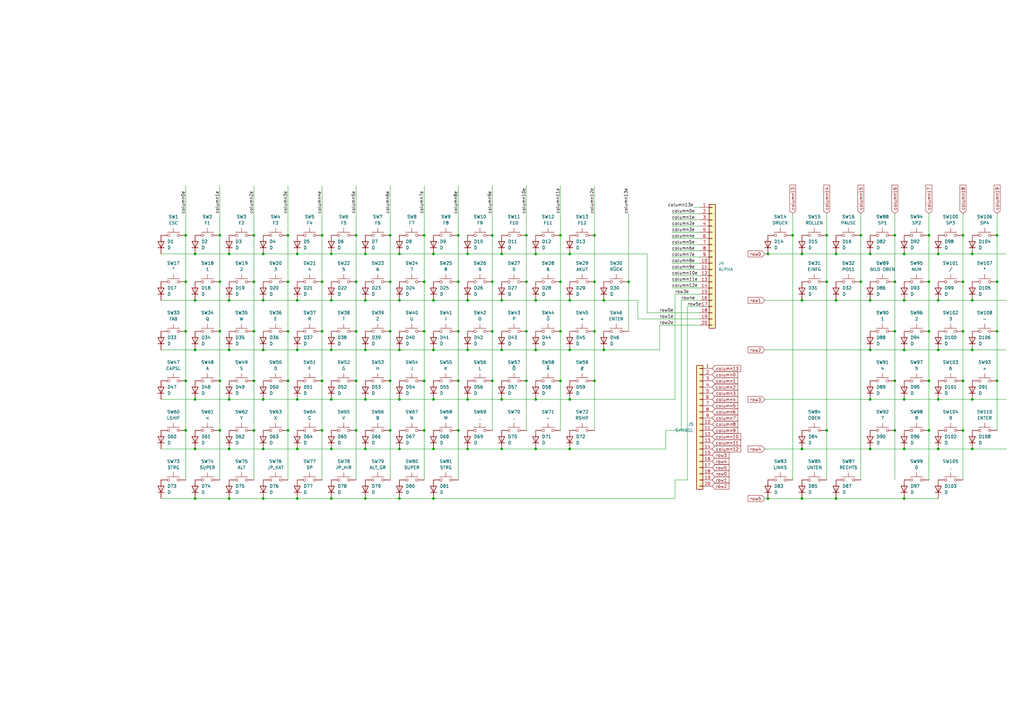
<source format=kicad_sch>
(kicad_sch
	(version 20231120)
	(generator "eeschema")
	(generator_version "8.0")
	(uuid "507c1520-71c6-4ec0-896f-4602a135aa26")
	(paper "A3")
	
	(junction
		(at 121.92 123.19)
		(diameter 0)
		(color 0 0 0 0)
		(uuid "0011587e-2379-476c-ac6d-4b35ff1c5998")
	)
	(junction
		(at 104.14 156.21)
		(diameter 0)
		(color 0 0 0 0)
		(uuid "0153175b-c82e-42af-845c-dd867fd58786")
	)
	(junction
		(at 163.83 143.51)
		(diameter 0)
		(color 0 0 0 0)
		(uuid "0170ec1a-f24b-4db9-861f-0422bc3beaf1")
	)
	(junction
		(at 328.93 123.19)
		(diameter 0)
		(color 0 0 0 0)
		(uuid "01aef10c-f8bd-42eb-944e-9cffe7f18f51")
	)
	(junction
		(at 370.84 184.15)
		(diameter 0)
		(color 0 0 0 0)
		(uuid "06165030-0370-401d-98b6-5c9f17a11543")
	)
	(junction
		(at 314.96 204.47)
		(diameter 0)
		(color 0 0 0 0)
		(uuid "070b1c2e-7c84-4d14-b5c3-7e6b6955901d")
	)
	(junction
		(at 356.87 104.14)
		(diameter 0)
		(color 0 0 0 0)
		(uuid "08d9c413-56a5-4862-b2dc-744048b7131c")
	)
	(junction
		(at 173.99 135.89)
		(diameter 0)
		(color 0 0 0 0)
		(uuid "0b4ca766-fba8-4c3e-924c-686e570569dd")
	)
	(junction
		(at 177.8 163.83)
		(diameter 0)
		(color 0 0 0 0)
		(uuid "0ef5cb53-a5f7-4dc6-9c50-9d481a6c8a95")
	)
	(junction
		(at 135.89 123.19)
		(diameter 0)
		(color 0 0 0 0)
		(uuid "1007b294-51e1-445e-a1ff-c445329ec1b3")
	)
	(junction
		(at 384.81 123.19)
		(diameter 0)
		(color 0 0 0 0)
		(uuid "126d9372-4234-4d34-b56b-118a47c4bef1")
	)
	(junction
		(at 328.93 184.15)
		(diameter 0)
		(color 0 0 0 0)
		(uuid "133927d2-f843-4bc5-ba86-12e25b51ba65")
	)
	(junction
		(at 93.98 204.47)
		(diameter 0)
		(color 0 0 0 0)
		(uuid "138d01c4-cf49-47ff-8362-f47ebab13012")
	)
	(junction
		(at 398.78 123.19)
		(diameter 0)
		(color 0 0 0 0)
		(uuid "139b0df4-0ddd-4810-a25a-7bfbb4d56166")
	)
	(junction
		(at 93.98 123.19)
		(diameter 0)
		(color 0 0 0 0)
		(uuid "142d0042-2bb2-44e3-8fa8-ca3871ccc6f9")
	)
	(junction
		(at 219.71 123.19)
		(diameter 0)
		(color 0 0 0 0)
		(uuid "148734f6-4a89-464c-85c6-89f1fa013d1b")
	)
	(junction
		(at 90.17 115.57)
		(diameter 0)
		(color 0 0 0 0)
		(uuid "166cf0f0-34d9-4c41-a243-324c6a46b4af")
	)
	(junction
		(at 107.95 143.51)
		(diameter 0)
		(color 0 0 0 0)
		(uuid "1a2ddb89-5788-44f8-9114-edeb33d1dae7")
	)
	(junction
		(at 233.68 104.14)
		(diameter 0)
		(color 0 0 0 0)
		(uuid "1a4d70fe-354c-4f8c-81b3-677b52547766")
	)
	(junction
		(at 76.2 156.21)
		(diameter 0)
		(color 0 0 0 0)
		(uuid "1a55b1bc-2a24-48f4-a52b-1a32b16f71db")
	)
	(junction
		(at 90.17 156.21)
		(diameter 0)
		(color 0 0 0 0)
		(uuid "1b0f5be2-6ef3-45fd-8943-bb1705c422b8")
	)
	(junction
		(at 121.92 184.15)
		(diameter 0)
		(color 0 0 0 0)
		(uuid "1b185247-ef6e-48b2-b99c-009864554239")
	)
	(junction
		(at 229.87 115.57)
		(diameter 0)
		(color 0 0 0 0)
		(uuid "1e0e8829-39ac-4e37-8878-f8825a14481d")
	)
	(junction
		(at 121.92 163.83)
		(diameter 0)
		(color 0 0 0 0)
		(uuid "1e68573e-cd9d-484f-80a5-46245571ec8c")
	)
	(junction
		(at 367.03 176.53)
		(diameter 0)
		(color 0 0 0 0)
		(uuid "2267c988-9b9c-4347-9068-da838fb7664e")
	)
	(junction
		(at 118.11 176.53)
		(diameter 0)
		(color 0 0 0 0)
		(uuid "229dcda5-6ad3-4c99-a038-8e542feae824")
	)
	(junction
		(at 132.08 115.57)
		(diameter 0)
		(color 0 0 0 0)
		(uuid "242069d8-c87e-458e-b873-8a20cdfbb6f7")
	)
	(junction
		(at 370.84 104.14)
		(diameter 0)
		(color 0 0 0 0)
		(uuid "24f6258a-781e-47dd-b7b5-eff48d373189")
	)
	(junction
		(at 187.96 115.57)
		(diameter 0)
		(color 0 0 0 0)
		(uuid "25ce0e84-a537-4e12-a5d0-0f151ebae93b")
	)
	(junction
		(at 177.8 104.14)
		(diameter 0)
		(color 0 0 0 0)
		(uuid "27ccca38-5866-47e9-86e5-f9f708b439a6")
	)
	(junction
		(at 247.65 143.51)
		(diameter 0)
		(color 0 0 0 0)
		(uuid "295268e9-6d4c-4f37-9f78-475cfe556099")
	)
	(junction
		(at 80.01 163.83)
		(diameter 0)
		(color 0 0 0 0)
		(uuid "2b6f4a55-95ae-4d17-97d1-fa5dbb9ca4cd")
	)
	(junction
		(at 173.99 156.21)
		(diameter 0)
		(color 0 0 0 0)
		(uuid "30c3d46a-a01d-4988-ba23-368533a0d7fc")
	)
	(junction
		(at 76.2 176.53)
		(diameter 0)
		(color 0 0 0 0)
		(uuid "3149cfc8-aa0b-4e4f-b018-d46f01e7e0b3")
	)
	(junction
		(at 121.92 143.51)
		(diameter 0)
		(color 0 0 0 0)
		(uuid "32856ecb-e923-4017-87d0-a69b230931c6")
	)
	(junction
		(at 219.71 104.14)
		(diameter 0)
		(color 0 0 0 0)
		(uuid "3583df9a-102a-4c0c-b74c-e6afaf1302e2")
	)
	(junction
		(at 104.14 115.57)
		(diameter 0)
		(color 0 0 0 0)
		(uuid "3841d726-f932-44b1-93b1-e2f32fc17af8")
	)
	(junction
		(at 191.77 104.14)
		(diameter 0)
		(color 0 0 0 0)
		(uuid "38f0b04f-bb17-4544-a075-48bed6079660")
	)
	(junction
		(at 149.86 123.19)
		(diameter 0)
		(color 0 0 0 0)
		(uuid "3b27d1d7-3622-48e1-815a-224606616e8a")
	)
	(junction
		(at 370.84 143.51)
		(diameter 0)
		(color 0 0 0 0)
		(uuid "3c4cea63-f537-41ad-92ae-8a2ad904959c")
	)
	(junction
		(at 163.83 184.15)
		(diameter 0)
		(color 0 0 0 0)
		(uuid "3c8fed92-ead7-4347-9aca-dac17c6ccd57")
	)
	(junction
		(at 370.84 204.47)
		(diameter 0)
		(color 0 0 0 0)
		(uuid "3dc14cb4-e366-4871-9a6d-8b3c140b2781")
	)
	(junction
		(at 219.71 184.15)
		(diameter 0)
		(color 0 0 0 0)
		(uuid "4163a6fa-4626-458e-bef9-4809e34f68d6")
	)
	(junction
		(at 107.95 204.47)
		(diameter 0)
		(color 0 0 0 0)
		(uuid "424b6b36-57bb-49fe-b78a-2d77ff13aa38")
	)
	(junction
		(at 247.65 123.19)
		(diameter 0)
		(color 0 0 0 0)
		(uuid "449808af-f3c8-4cb9-ac6e-3aa8929f6416")
	)
	(junction
		(at 233.68 143.51)
		(diameter 0)
		(color 0 0 0 0)
		(uuid "460f3953-cd0e-4808-8105-a140dbc291a9")
	)
	(junction
		(at 325.12 96.52)
		(diameter 0)
		(color 0 0 0 0)
		(uuid "499c4c77-2629-47b3-a224-741f5d790d91")
	)
	(junction
		(at 163.83 204.47)
		(diameter 0)
		(color 0 0 0 0)
		(uuid "4a543ce3-c8a0-4e8a-9fb1-1b3def3bfae0")
	)
	(junction
		(at 339.09 96.52)
		(diameter 0)
		(color 0 0 0 0)
		(uuid "4d21f1a9-42d5-45ba-a614-6ef0b8b7774d")
	)
	(junction
		(at 205.74 104.14)
		(diameter 0)
		(color 0 0 0 0)
		(uuid "4d41dcf6-f867-4562-8d0a-1c829e410d8a")
	)
	(junction
		(at 80.01 204.47)
		(diameter 0)
		(color 0 0 0 0)
		(uuid "4e8866d1-8e56-4f7c-87fc-1cd62c4cd406")
	)
	(junction
		(at 93.98 104.14)
		(diameter 0)
		(color 0 0 0 0)
		(uuid "52b1a239-f2b1-4fd1-871d-79bb84051311")
	)
	(junction
		(at 342.9 123.19)
		(diameter 0)
		(color 0 0 0 0)
		(uuid "53208b52-964a-4a92-8fa7-0c998bcf1c63")
	)
	(junction
		(at 205.74 143.51)
		(diameter 0)
		(color 0 0 0 0)
		(uuid "53369b22-1619-44ca-8b6a-cb191ade7d3e")
	)
	(junction
		(at 90.17 176.53)
		(diameter 0)
		(color 0 0 0 0)
		(uuid "54e008b7-dfc4-411a-bab8-758ed90ad24f")
	)
	(junction
		(at 394.97 176.53)
		(diameter 0)
		(color 0 0 0 0)
		(uuid "5666a132-58b7-494a-a7fc-79dfd54bf90c")
	)
	(junction
		(at 163.83 123.19)
		(diameter 0)
		(color 0 0 0 0)
		(uuid "58005666-726a-46c1-8cb8-e502157b8bee")
	)
	(junction
		(at 201.93 115.57)
		(diameter 0)
		(color 0 0 0 0)
		(uuid "592d4047-edd7-42de-9bc4-0eed78c5c73d")
	)
	(junction
		(at 356.87 184.15)
		(diameter 0)
		(color 0 0 0 0)
		(uuid "5a480f16-090b-42af-8f69-ef9f0ed64a82")
	)
	(junction
		(at 149.86 163.83)
		(diameter 0)
		(color 0 0 0 0)
		(uuid "5c7a481b-9a91-47d4-a54b-2feb933cbec3")
	)
	(junction
		(at 187.96 135.89)
		(diameter 0)
		(color 0 0 0 0)
		(uuid "5d186147-8215-4a2e-a4ae-f490e03f4a9f")
	)
	(junction
		(at 160.02 156.21)
		(diameter 0)
		(color 0 0 0 0)
		(uuid "5d59bb5d-5f6b-47ad-880f-318c76f825bb")
	)
	(junction
		(at 201.93 156.21)
		(diameter 0)
		(color 0 0 0 0)
		(uuid "5d95d919-ba30-48ba-8c29-f9726e5a131b")
	)
	(junction
		(at 205.74 184.15)
		(diameter 0)
		(color 0 0 0 0)
		(uuid "5e42dcec-b60c-44bc-bdfc-1d9441db56a1")
	)
	(junction
		(at 398.78 104.14)
		(diameter 0)
		(color 0 0 0 0)
		(uuid "5f6bb8d0-ab4f-4acb-a0f8-8af73a8c5e46")
	)
	(junction
		(at 384.81 143.51)
		(diameter 0)
		(color 0 0 0 0)
		(uuid "5f841f6e-ee2c-4e79-bc57-3303030a404e")
	)
	(junction
		(at 187.96 176.53)
		(diameter 0)
		(color 0 0 0 0)
		(uuid "61dacb7b-33e3-49e0-a840-3900ada96b9d")
	)
	(junction
		(at 408.94 96.52)
		(diameter 0)
		(color 0 0 0 0)
		(uuid "62a6df21-9707-472c-a2f9-7235ff15a7e4")
	)
	(junction
		(at 408.94 135.89)
		(diameter 0)
		(color 0 0 0 0)
		(uuid "63911200-acbb-49bf-8c8c-82560314d060")
	)
	(junction
		(at 215.9 115.57)
		(diameter 0)
		(color 0 0 0 0)
		(uuid "6416ca38-44e0-4145-b151-bca496dbf7ba")
	)
	(junction
		(at 107.95 163.83)
		(diameter 0)
		(color 0 0 0 0)
		(uuid "662e93ec-3702-45ef-963d-9da48eb7296c")
	)
	(junction
		(at 80.01 184.15)
		(diameter 0)
		(color 0 0 0 0)
		(uuid "68d38bbd-e003-47e1-a2ec-c476a1b8241e")
	)
	(junction
		(at 80.01 143.51)
		(diameter 0)
		(color 0 0 0 0)
		(uuid "68e59c36-3604-422b-800e-578a01c64665")
	)
	(junction
		(at 173.99 115.57)
		(diameter 0)
		(color 0 0 0 0)
		(uuid "699b743b-8c3b-499b-8587-a11605408761")
	)
	(junction
		(at 381 115.57)
		(diameter 0)
		(color 0 0 0 0)
		(uuid "6aff84ad-e88b-428c-b59f-28e3df073f7f")
	)
	(junction
		(at 163.83 163.83)
		(diameter 0)
		(color 0 0 0 0)
		(uuid "6d31e6a5-817d-474f-8157-9fec601b1255")
	)
	(junction
		(at 328.93 204.47)
		(diameter 0)
		(color 0 0 0 0)
		(uuid "6e156935-f761-4708-af58-b8d2029639c9")
	)
	(junction
		(at 177.8 204.47)
		(diameter 0)
		(color 0 0 0 0)
		(uuid "6e4f83a7-40a7-4bfe-800a-2e7a357dfb16")
	)
	(junction
		(at 398.78 143.51)
		(diameter 0)
		(color 0 0 0 0)
		(uuid "6ffd5b20-ab8e-48c1-b785-ebea1f232254")
	)
	(junction
		(at 107.95 123.19)
		(diameter 0)
		(color 0 0 0 0)
		(uuid "7060ce06-69b3-4f48-9e52-06c10513480d")
	)
	(junction
		(at 243.84 156.21)
		(diameter 0)
		(color 0 0 0 0)
		(uuid "70afeb95-b94f-442c-9906-aa439f0a32e5")
	)
	(junction
		(at 257.81 115.57)
		(diameter 0)
		(color 0 0 0 0)
		(uuid "71fc3d43-5644-45d9-b40d-218f8e66160e")
	)
	(junction
		(at 177.8 123.19)
		(diameter 0)
		(color 0 0 0 0)
		(uuid "73b39b98-814c-4cb6-8c5b-1ecc9c6542fe")
	)
	(junction
		(at 353.06 115.57)
		(diameter 0)
		(color 0 0 0 0)
		(uuid "75cfeadf-0188-4aba-a37b-d29e0aa9fb68")
	)
	(junction
		(at 173.99 176.53)
		(diameter 0)
		(color 0 0 0 0)
		(uuid "76645aa6-bd9b-4e6a-a835-00d1fc99c44d")
	)
	(junction
		(at 328.93 104.14)
		(diameter 0)
		(color 0 0 0 0)
		(uuid "77f0dc96-5888-44f3-8e51-92e55e9bb426")
	)
	(junction
		(at 394.97 96.52)
		(diameter 0)
		(color 0 0 0 0)
		(uuid "78138126-0299-4af9-984f-343368438e31")
	)
	(junction
		(at 160.02 176.53)
		(diameter 0)
		(color 0 0 0 0)
		(uuid "78a250f4-5e7e-4708-9396-2da05ea3a9eb")
	)
	(junction
		(at 146.05 96.52)
		(diameter 0)
		(color 0 0 0 0)
		(uuid "7a1ab085-7f01-449b-9a10-40f1811e946a")
	)
	(junction
		(at 118.11 156.21)
		(diameter 0)
		(color 0 0 0 0)
		(uuid "7bff5345-e5f0-4455-b2b9-1291923e3fc7")
	)
	(junction
		(at 118.11 115.57)
		(diameter 0)
		(color 0 0 0 0)
		(uuid "7c7e4e30-d30e-4123-8c85-332d053d4685")
	)
	(junction
		(at 408.94 115.57)
		(diameter 0)
		(color 0 0 0 0)
		(uuid "7dceb36b-8cdd-4e6b-aade-0588d7e116ce")
	)
	(junction
		(at 314.96 104.14)
		(diameter 0)
		(color 0 0 0 0)
		(uuid "7e03c967-0ad8-4f9f-b6e6-b00d09edb1c5")
	)
	(junction
		(at 107.95 104.14)
		(diameter 0)
		(color 0 0 0 0)
		(uuid "7e5faa6e-7a1f-4b36-a175-614a585063dd")
	)
	(junction
		(at 381 96.52)
		(diameter 0)
		(color 0 0 0 0)
		(uuid "81c97b94-8814-4912-bc72-5f46bd1fc5a2")
	)
	(junction
		(at 160.02 135.89)
		(diameter 0)
		(color 0 0 0 0)
		(uuid "8359d2be-2856-492e-9a0e-116483a14fd5")
	)
	(junction
		(at 384.81 104.14)
		(diameter 0)
		(color 0 0 0 0)
		(uuid "89b163d1-e2e2-432b-8610-c15a0ee24902")
	)
	(junction
		(at 394.97 135.89)
		(diameter 0)
		(color 0 0 0 0)
		(uuid "89c900f2-de57-481f-9f0c-a9255b304b3f")
	)
	(junction
		(at 219.71 143.51)
		(diameter 0)
		(color 0 0 0 0)
		(uuid "89d6ebc9-c7e1-46a0-8635-4ff63bfe3f4c")
	)
	(junction
		(at 229.87 135.89)
		(diameter 0)
		(color 0 0 0 0)
		(uuid "8cf0504e-8b94-4cfd-a6b0-9e8c3689b9a6")
	)
	(junction
		(at 205.74 163.83)
		(diameter 0)
		(color 0 0 0 0)
		(uuid "8d2a9d97-0601-460b-a070-5a8d7181ff78")
	)
	(junction
		(at 187.96 156.21)
		(diameter 0)
		(color 0 0 0 0)
		(uuid "8d6c8728-f44d-41a3-bb9d-63b739c1b8fc")
	)
	(junction
		(at 160.02 115.57)
		(diameter 0)
		(color 0 0 0 0)
		(uuid "8e255c76-4a2d-4034-8eb7-66c6ed0d017d")
	)
	(junction
		(at 398.78 184.15)
		(diameter 0)
		(color 0 0 0 0)
		(uuid "9018574b-67d6-47b7-9a37-b4579b2ac637")
	)
	(junction
		(at 76.2 135.89)
		(diameter 0)
		(color 0 0 0 0)
		(uuid "90aba8da-1530-44be-90f3-9937e70b6ca6")
	)
	(junction
		(at 243.84 115.57)
		(diameter 0)
		(color 0 0 0 0)
		(uuid "915471a0-c5f0-49be-88f9-b6ecb5dad63a")
	)
	(junction
		(at 121.92 204.47)
		(diameter 0)
		(color 0 0 0 0)
		(uuid "9165b747-20a4-40bf-a30e-e70eed963606")
	)
	(junction
		(at 104.14 96.52)
		(diameter 0)
		(color 0 0 0 0)
		(uuid "92ad80ea-514b-42f6-bbfe-3a48054dfa78")
	)
	(junction
		(at 205.74 123.19)
		(diameter 0)
		(color 0 0 0 0)
		(uuid "94535c4b-93cc-4ba8-bff6-9c2e9e5128b4")
	)
	(junction
		(at 381 135.89)
		(diameter 0)
		(color 0 0 0 0)
		(uuid "94f11e16-7226-4ec5-9753-a8fa53ed0576")
	)
	(junction
		(at 233.68 123.19)
		(diameter 0)
		(color 0 0 0 0)
		(uuid "973756f1-7f06-4e9e-a794-74f91f0a7e45")
	)
	(junction
		(at 370.84 123.19)
		(diameter 0)
		(color 0 0 0 0)
		(uuid "982e2728-7f96-4774-af28-180fbf437eaf")
	)
	(junction
		(at 132.08 135.89)
		(diameter 0)
		(color 0 0 0 0)
		(uuid "992cf991-95fd-4f3d-8cb5-7b7fd9cfc313")
	)
	(junction
		(at 76.2 96.52)
		(diameter 0)
		(color 0 0 0 0)
		(uuid "995e9027-55c3-4a4a-90de-bca9dfa3268d")
	)
	(junction
		(at 160.02 96.52)
		(diameter 0)
		(color 0 0 0 0)
		(uuid "9a84ab77-a8d3-40fc-b66b-b12699a53f51")
	)
	(junction
		(at 353.06 96.52)
		(diameter 0)
		(color 0 0 0 0)
		(uuid "9b7cbbb6-1cdf-4592-beab-aa75443858f9")
	)
	(junction
		(at 408.94 156.21)
		(diameter 0)
		(color 0 0 0 0)
		(uuid "9b97a335-4a37-4882-a651-115f5f099953")
	)
	(junction
		(at 215.9 156.21)
		(diameter 0)
		(color 0 0 0 0)
		(uuid "9d1c4608-d841-4407-8aac-efc198e9f5e9")
	)
	(junction
		(at 384.81 184.15)
		(diameter 0)
		(color 0 0 0 0)
		(uuid "a29142ee-21dd-4993-9bc1-c1fd05b26f21")
	)
	(junction
		(at 219.71 163.83)
		(diameter 0)
		(color 0 0 0 0)
		(uuid "a3686900-a5d2-4107-8a6c-3f2f32bebaa5")
	)
	(junction
		(at 339.09 115.57)
		(diameter 0)
		(color 0 0 0 0)
		(uuid "a39ccc42-c05e-4f8e-a448-1bc2de5e912b")
	)
	(junction
		(at 367.03 135.89)
		(diameter 0)
		(color 0 0 0 0)
		(uuid "a3cc0d14-b24f-4472-95bc-ae8e672727f7")
	)
	(junction
		(at 135.89 163.83)
		(diameter 0)
		(color 0 0 0 0)
		(uuid "a5acdb46-872f-4a1e-886b-521048c141d6")
	)
	(junction
		(at 104.14 176.53)
		(diameter 0)
		(color 0 0 0 0)
		(uuid "a5d536fb-6aa3-43dd-b869-e4b9035e8c20")
	)
	(junction
		(at 201.93 96.52)
		(diameter 0)
		(color 0 0 0 0)
		(uuid "a5f00a54-f5eb-443d-995f-4f367267c534")
	)
	(junction
		(at 201.93 135.89)
		(diameter 0)
		(color 0 0 0 0)
		(uuid "a72e9c62-9a4f-41cf-bd0d-f5f7e69d9e36")
	)
	(junction
		(at 121.92 104.14)
		(diameter 0)
		(color 0 0 0 0)
		(uuid "a79d2252-ad10-402f-bc9c-e0f889e7bead")
	)
	(junction
		(at 90.17 96.52)
		(diameter 0)
		(color 0 0 0 0)
		(uuid "a855ab7a-0ed2-4aec-acb7-5ecbc54f8954")
	)
	(junction
		(at 243.84 96.52)
		(diameter 0)
		(color 0 0 0 0)
		(uuid "aa74a0b3-0219-4730-beb1-be3d9ae4b70c")
	)
	(junction
		(at 149.86 204.47)
		(diameter 0)
		(color 0 0 0 0)
		(uuid "abb48631-f1f5-49f0-87be-7c5f2510df69")
	)
	(junction
		(at 90.17 135.89)
		(diameter 0)
		(color 0 0 0 0)
		(uuid "ac6a8631-88d2-4c5c-87af-d2fd1b8af14c")
	)
	(junction
		(at 381 156.21)
		(diameter 0)
		(color 0 0 0 0)
		(uuid "af2b7b9b-2173-4274-8276-e84870f42b4b")
	)
	(junction
		(at 132.08 176.53)
		(diameter 0)
		(color 0 0 0 0)
		(uuid "af7e2e69-6078-409e-beb3-6def6763122f")
	)
	(junction
		(at 135.89 204.47)
		(diameter 0)
		(color 0 0 0 0)
		(uuid "b36a8ccb-418c-49e7-b002-5bba211c8c2f")
	)
	(junction
		(at 233.68 184.15)
		(diameter 0)
		(color 0 0 0 0)
		(uuid "b55b89cb-e1b4-4092-8b48-d3be3a8e1550")
	)
	(junction
		(at 191.77 163.83)
		(diameter 0)
		(color 0 0 0 0)
		(uuid "b604a5e8-7cd9-4f51-990d-099a29dc1c60")
	)
	(junction
		(at 394.97 115.57)
		(diameter 0)
		(color 0 0 0 0)
		(uuid "b74d358b-7d14-499c-bfb8-dd5db9c21392")
	)
	(junction
		(at 342.9 204.47)
		(diameter 0)
		(color 0 0 0 0)
		(uuid "b87d6850-72a1-4829-8757-895a2f4becf2")
	)
	(junction
		(at 107.95 184.15)
		(diameter 0)
		(color 0 0 0 0)
		(uuid "b921d9ff-ab9f-41f1-9455-50651b2e913c")
	)
	(junction
		(at 370.84 163.83)
		(diameter 0)
		(color 0 0 0 0)
		(uuid "b9ea980e-7544-4411-85a9-b832a574bc28")
	)
	(junction
		(at 367.03 96.52)
		(diameter 0)
		(color 0 0 0 0)
		(uuid "ba1c8a40-5dfa-447d-b114-5d65ac86b992")
	)
	(junction
		(at 93.98 143.51)
		(diameter 0)
		(color 0 0 0 0)
		(uuid "ba5ce068-1628-42c8-b49e-fb7318662a45")
	)
	(junction
		(at 356.87 123.19)
		(diameter 0)
		(color 0 0 0 0)
		(uuid "be80e6e7-5565-4f66-a913-3dc9ff54e4e8")
	)
	(junction
		(at 215.9 96.52)
		(diameter 0)
		(color 0 0 0 0)
		(uuid "bede3f95-e5b4-46d6-94f9-bcd76c254326")
	)
	(junction
		(at 135.89 104.14)
		(diameter 0)
		(color 0 0 0 0)
		(uuid "bfa52419-e767-4b1f-b16c-4666bd5b78cd")
	)
	(junction
		(at 342.9 104.14)
		(diameter 0)
		(color 0 0 0 0)
		(uuid "c1bd034f-8c7f-4643-a9aa-7a0b6318d493")
	)
	(junction
		(at 149.86 104.14)
		(diameter 0)
		(color 0 0 0 0)
		(uuid "c1cd5bcd-47f4-4ad8-958d-06915767540f")
	)
	(junction
		(at 191.77 143.51)
		(diameter 0)
		(color 0 0 0 0)
		(uuid "c2588948-5369-46b8-b1b8-13e98134926f")
	)
	(junction
		(at 367.03 156.21)
		(diameter 0)
		(color 0 0 0 0)
		(uuid "c5890ebc-4015-481e-a41a-d0007d88d56d")
	)
	(junction
		(at 215.9 135.89)
		(diameter 0)
		(color 0 0 0 0)
		(uuid "c5c2c139-bbe5-4f80-ab77-9e35727460bd")
	)
	(junction
		(at 177.8 143.51)
		(diameter 0)
		(color 0 0 0 0)
		(uuid "c6e8e910-f07f-42a2-8993-3dc7dfd5634a")
	)
	(junction
		(at 173.99 96.52)
		(diameter 0)
		(color 0 0 0 0)
		(uuid "c70b1e29-f9be-4f28-874d-5d46ae73584f")
	)
	(junction
		(at 149.86 184.15)
		(diameter 0)
		(color 0 0 0 0)
		(uuid "c89bdd1f-d88f-44de-ba1e-f894975cab56")
	)
	(junction
		(at 229.87 96.52)
		(diameter 0)
		(color 0 0 0 0)
		(uuid "c9ad7a19-8d3d-4615-88dd-8b20ab4d9a82")
	)
	(junction
		(at 76.2 115.57)
		(diameter 0)
		(color 0 0 0 0)
		(uuid "ca9abc4b-1b99-4f0e-aad2-765354b78ed6")
	)
	(junction
		(at 367.03 115.57)
		(diameter 0)
		(color 0 0 0 0)
		(uuid "ccfbab66-eeba-424b-80f6-87000dd11fc4")
	)
	(junction
		(at 163.83 104.14)
		(diameter 0)
		(color 0 0 0 0)
		(uuid "cd53e8ca-b241-4c28-bbb8-7fe795ec42fa")
	)
	(junction
		(at 191.77 123.19)
		(diameter 0)
		(color 0 0 0 0)
		(uuid "cef2e3bb-40e2-48fc-bd25-1b0c3101b21a")
	)
	(junction
		(at 398.78 163.83)
		(diameter 0)
		(color 0 0 0 0)
		(uuid "d0c8bfae-2021-4c20-9abd-aa37bb35590b")
	)
	(junction
		(at 381 176.53)
		(diameter 0)
		(color 0 0 0 0)
		(uuid "d1c6d498-4976-4899-9c71-373f995edf68")
	)
	(junction
		(at 394.97 156.21)
		(diameter 0)
		(color 0 0 0 0)
		(uuid "d4c0a44e-65a3-4aa9-9365-e1104784d289")
	)
	(junction
		(at 132.08 156.21)
		(diameter 0)
		(color 0 0 0 0)
		(uuid "d60ef2fc-ace0-4346-8474-9aa039b76608")
	)
	(junction
		(at 132.08 96.52)
		(diameter 0)
		(color 0 0 0 0)
		(uuid "d8f6ad61-1ce3-4c49-846c-3501d9b4ba11")
	)
	(junction
		(at 339.09 176.53)
		(diameter 0)
		(color 0 0 0 0)
		(uuid "d9719133-68c3-4073-8521-279916621ea6")
	)
	(junction
		(at 93.98 184.15)
		(diameter 0)
		(color 0 0 0 0)
		(uuid "da47b40b-4413-4251-84bc-3aec2bd5bf68")
	)
	(junction
		(at 233.68 163.83)
		(diameter 0)
		(color 0 0 0 0)
		(uuid "db47905f-94b0-4633-8e69-e500bbee7f23")
	)
	(junction
		(at 104.14 135.89)
		(diameter 0)
		(color 0 0 0 0)
		(uuid "dd8ce1e9-3b8f-41ee-8802-6be8267507f6")
	)
	(junction
		(at 118.11 96.52)
		(diameter 0)
		(color 0 0 0 0)
		(uuid "e0eda56a-4d33-4831-ad44-ae3776dd1667")
	)
	(junction
		(at 356.87 143.51)
		(diameter 0)
		(color 0 0 0 0)
		(uuid "e131c879-9fda-4f8f-8686-22eb24503cae")
	)
	(junction
		(at 146.05 135.89)
		(diameter 0)
		(color 0 0 0 0)
		(uuid "e3a7778b-6e75-49da-b949-e9c23e90e0ca")
	)
	(junction
		(at 149.86 143.51)
		(diameter 0)
		(color 0 0 0 0)
		(uuid "e6a0c385-fd78-4e17-94ec-4885373770ba")
	)
	(junction
		(at 118.11 135.89)
		(diameter 0)
		(color 0 0 0 0)
		(uuid "e8eff3a5-b53d-4de9-903a-76c42a32518a")
	)
	(junction
		(at 187.96 96.52)
		(diameter 0)
		(color 0 0 0 0)
		(uuid "ec804c82-791f-448f-b9cc-c601b0649cad")
	)
	(junction
		(at 93.98 163.83)
		(diameter 0)
		(color 0 0 0 0)
		(uuid "ec93827f-b2e1-4e10-99ed-c54acc7dc0a5")
	)
	(junction
		(at 243.84 135.89)
		(diameter 0)
		(color 0 0 0 0)
		(uuid "ee9aab36-cb7e-4404-94bf-48ce6c78b933")
	)
	(junction
		(at 177.8 184.15)
		(diameter 0)
		(color 0 0 0 0)
		(uuid "f20bbccd-7567-45f0-b0d0-71f35ab60f40")
	)
	(junction
		(at 146.05 115.57)
		(diameter 0)
		(color 0 0 0 0)
		(uuid "f4b1a3da-c75f-4eb1-9cc4-b9e4e9000459")
	)
	(junction
		(at 80.01 123.19)
		(diameter 0)
		(color 0 0 0 0)
		(uuid "f67e8760-1d00-4c22-b1ed-95893bc1de1f")
	)
	(junction
		(at 384.81 163.83)
		(diameter 0)
		(color 0 0 0 0)
		(uuid "f7d856ad-143c-42db-916a-d009b866c871")
	)
	(junction
		(at 146.05 176.53)
		(diameter 0)
		(color 0 0 0 0)
		(uuid "f8a78bed-57ae-433b-bc33-46eab587f9ed")
	)
	(junction
		(at 80.01 104.14)
		(diameter 0)
		(color 0 0 0 0)
		(uuid "f9ad871c-8de8-4f47-9857-ce5d342a9083")
	)
	(junction
		(at 191.77 184.15)
		(diameter 0)
		(color 0 0 0 0)
		(uuid "fa7a9ddf-9b3e-4fb3-ac3c-f00f179d71bf")
	)
	(junction
		(at 135.89 184.15)
		(diameter 0)
		(color 0 0 0 0)
		(uuid "fbfdd29a-738b-4273-ba72-edb610ed30e3")
	)
	(junction
		(at 135.89 143.51)
		(diameter 0)
		(color 0 0 0 0)
		(uuid "fdc02857-8b15-4644-88d2-b0d787e41b48")
	)
	(junction
		(at 229.87 156.21)
		(diameter 0)
		(color 0 0 0 0)
		(uuid "fe23f192-b10c-41bf-bef3-ed83d7b1598d")
	)
	(junction
		(at 146.05 156.21)
		(diameter 0)
		(color 0 0 0 0)
		(uuid "fea99547-9c22-499d-a372-93fa9229715a")
	)
	(junction
		(at 356.87 163.83)
		(diameter 0)
		(color 0 0 0 0)
		(uuid "ff0da262-b9f1-4156-af0b-bfc2ad9b9135")
	)
	(wire
		(pts
			(xy 257.81 87.63) (xy 257.81 115.57)
		)
		(stroke
			(width 0)
			(type default)
		)
		(uuid "016de744-2f76-41d2-a1ab-24b1a39c1a92")
	)
	(wire
		(pts
			(xy 275.59 87.63) (xy 287.02 87.63)
		)
		(stroke
			(width 0)
			(type default)
		)
		(uuid "0254dee1-a0a3-41bd-ba99-c772eb8c59d7")
	)
	(wire
		(pts
			(xy 273.05 184.15) (xy 233.68 184.15)
		)
		(stroke
			(width 0)
			(type default)
		)
		(uuid "0310ed1a-e0d9-4e11-ac5f-3e2688edc2a1")
	)
	(wire
		(pts
			(xy 93.98 104.14) (xy 107.95 104.14)
		)
		(stroke
			(width 0)
			(type default)
		)
		(uuid "0474eff2-9c51-4630-990f-ef962c657b0c")
	)
	(wire
		(pts
			(xy 275.59 115.57) (xy 287.02 115.57)
		)
		(stroke
			(width 0)
			(type default)
		)
		(uuid "05cabe9c-2676-4067-ad2b-1f42697d117a")
	)
	(wire
		(pts
			(xy 177.8 184.15) (xy 191.77 184.15)
		)
		(stroke
			(width 0)
			(type default)
		)
		(uuid "06eacf1d-2311-4384-bff9-8f241d328de6")
	)
	(wire
		(pts
			(xy 356.87 184.15) (xy 370.84 184.15)
		)
		(stroke
			(width 0)
			(type default)
		)
		(uuid "09e2997d-e914-4d41-bb3f-a924b222a5bb")
	)
	(wire
		(pts
			(xy 325.12 96.52) (xy 325.12 196.85)
		)
		(stroke
			(width 0)
			(type default)
		)
		(uuid "0b34bb0e-be17-4d50-abd1-0953ce93eaa2")
	)
	(wire
		(pts
			(xy 243.84 76.2) (xy 243.84 96.52)
		)
		(stroke
			(width 0)
			(type default)
		)
		(uuid "0cf15ab3-6bf2-44ee-8d42-b6db9e3ff2de")
	)
	(wire
		(pts
			(xy 381 115.57) (xy 381 135.89)
		)
		(stroke
			(width 0)
			(type default)
		)
		(uuid "0d29f896-e9ee-404d-94ef-8fb25a74f453")
	)
	(wire
		(pts
			(xy 313.69 143.51) (xy 356.87 143.51)
		)
		(stroke
			(width 0)
			(type default)
		)
		(uuid "0d39a449-8710-447f-9e76-3bc8ce4f50c6")
	)
	(wire
		(pts
			(xy 191.77 104.14) (xy 205.74 104.14)
		)
		(stroke
			(width 0)
			(type default)
		)
		(uuid "0e35b6eb-f102-4df7-8701-e6634b46f61c")
	)
	(wire
		(pts
			(xy 394.97 156.21) (xy 394.97 176.53)
		)
		(stroke
			(width 0)
			(type default)
		)
		(uuid "1039d3ae-7451-4102-a56a-ec488fc8f837")
	)
	(wire
		(pts
			(xy 276.86 196.85) (xy 276.86 204.47)
		)
		(stroke
			(width 0)
			(type default)
		)
		(uuid "1287bbc2-460a-4f62-8660-536efd3cdafb")
	)
	(wire
		(pts
			(xy 163.83 104.14) (xy 177.8 104.14)
		)
		(stroke
			(width 0)
			(type default)
		)
		(uuid "136b7d76-f929-4bbb-8667-87e9636b3522")
	)
	(wire
		(pts
			(xy 93.98 184.15) (xy 107.95 184.15)
		)
		(stroke
			(width 0)
			(type default)
		)
		(uuid "13e578c7-878c-4ad7-a261-556b95162838")
	)
	(wire
		(pts
			(xy 219.71 184.15) (xy 233.68 184.15)
		)
		(stroke
			(width 0)
			(type default)
		)
		(uuid "1587c0dd-443a-4d1b-9497-4b2e14a229b3")
	)
	(wire
		(pts
			(xy 313.69 104.14) (xy 314.96 104.14)
		)
		(stroke
			(width 0)
			(type default)
		)
		(uuid "167779f9-55cf-4aa3-9de3-c95fe076eceb")
	)
	(wire
		(pts
			(xy 149.86 184.15) (xy 163.83 184.15)
		)
		(stroke
			(width 0)
			(type default)
		)
		(uuid "1690ee98-fbd9-4b12-aa9b-2d0327c094f5")
	)
	(wire
		(pts
			(xy 205.74 184.15) (xy 219.71 184.15)
		)
		(stroke
			(width 0)
			(type default)
		)
		(uuid "1752d992-f07d-4128-8af4-8cc652db8a8a")
	)
	(wire
		(pts
			(xy 93.98 123.19) (xy 107.95 123.19)
		)
		(stroke
			(width 0)
			(type default)
		)
		(uuid "17f6cc51-c7d2-4313-bcaa-16bc10368479")
	)
	(wire
		(pts
			(xy 370.84 123.19) (xy 384.81 123.19)
		)
		(stroke
			(width 0)
			(type default)
		)
		(uuid "182faaa5-df69-4c91-941c-0270c695794d")
	)
	(wire
		(pts
			(xy 281.94 125.73) (xy 281.94 196.85)
		)
		(stroke
			(width 0)
			(type default)
		)
		(uuid "185cb555-f831-4214-a251-0443c93271de")
	)
	(wire
		(pts
			(xy 149.86 204.47) (xy 163.83 204.47)
		)
		(stroke
			(width 0)
			(type default)
		)
		(uuid "1895e291-7ed5-47e0-bf10-155f96730285")
	)
	(wire
		(pts
			(xy 107.95 204.47) (xy 121.92 204.47)
		)
		(stroke
			(width 0)
			(type default)
		)
		(uuid "192628a0-4d2f-47f8-8dbd-e2e2e166ac89")
	)
	(wire
		(pts
			(xy 394.97 135.89) (xy 394.97 156.21)
		)
		(stroke
			(width 0)
			(type default)
		)
		(uuid "1964fbf9-cb9b-4c28-8b6e-06b15093eefa")
	)
	(wire
		(pts
			(xy 80.01 163.83) (xy 93.98 163.83)
		)
		(stroke
			(width 0)
			(type default)
		)
		(uuid "19d4a3e1-0098-4c74-88c1-c1afff835ff6")
	)
	(wire
		(pts
			(xy 356.87 104.14) (xy 370.84 104.14)
		)
		(stroke
			(width 0)
			(type default)
		)
		(uuid "19f1df11-0a6a-4394-aad4-4cde87a5e6d7")
	)
	(wire
		(pts
			(xy 270.51 133.35) (xy 270.51 143.51)
		)
		(stroke
			(width 0)
			(type default)
		)
		(uuid "1b3bebf5-3d52-4341-83a3-aa72de743235")
	)
	(wire
		(pts
			(xy 66.04 104.14) (xy 80.01 104.14)
		)
		(stroke
			(width 0)
			(type default)
		)
		(uuid "1c4051d4-0367-409f-82b5-b3b89260169e")
	)
	(wire
		(pts
			(xy 243.84 156.21) (xy 243.84 176.53)
		)
		(stroke
			(width 0)
			(type default)
		)
		(uuid "1d4dd2dc-3c55-47d0-9219-0bbe8fe63fcc")
	)
	(wire
		(pts
			(xy 243.84 96.52) (xy 243.84 115.57)
		)
		(stroke
			(width 0)
			(type default)
		)
		(uuid "1dc1c3b0-a95e-4d83-ae60-efd365653c0b")
	)
	(wire
		(pts
			(xy 257.81 115.57) (xy 257.81 135.89)
		)
		(stroke
			(width 0)
			(type default)
		)
		(uuid "224e5bb3-f3ec-4c34-a9ef-d17756d58f83")
	)
	(wire
		(pts
			(xy 370.84 204.47) (xy 384.81 204.47)
		)
		(stroke
			(width 0)
			(type default)
		)
		(uuid "226e108f-e514-4800-ae8c-41827a4dfb1d")
	)
	(wire
		(pts
			(xy 118.11 176.53) (xy 118.11 196.85)
		)
		(stroke
			(width 0)
			(type default)
		)
		(uuid "22bb92a1-19af-42bf-846b-571a5162ae32")
	)
	(wire
		(pts
			(xy 328.93 123.19) (xy 342.9 123.19)
		)
		(stroke
			(width 0)
			(type default)
		)
		(uuid "23ba6566-a09c-4f72-9e10-ffae0e86f63d")
	)
	(wire
		(pts
			(xy 275.59 113.03) (xy 287.02 113.03)
		)
		(stroke
			(width 0)
			(type default)
		)
		(uuid "27c2b24d-e9ae-452b-887e-821b04f8affa")
	)
	(wire
		(pts
			(xy 384.81 104.14) (xy 398.78 104.14)
		)
		(stroke
			(width 0)
			(type default)
		)
		(uuid "280201ba-26bd-48e5-a05a-47ee62cbff6d")
	)
	(wire
		(pts
			(xy 229.87 156.21) (xy 229.87 176.53)
		)
		(stroke
			(width 0)
			(type default)
		)
		(uuid "2aff839c-a379-4c55-94ce-abc3c8e4eece")
	)
	(wire
		(pts
			(xy 384.81 163.83) (xy 398.78 163.83)
		)
		(stroke
			(width 0)
			(type default)
		)
		(uuid "2b38f89b-141b-441d-9601-a4125daee580")
	)
	(wire
		(pts
			(xy 132.08 135.89) (xy 132.08 156.21)
		)
		(stroke
			(width 0)
			(type default)
		)
		(uuid "2cda9c2b-7bb6-4426-aafb-db190dbe5cce")
	)
	(wire
		(pts
			(xy 275.59 102.87) (xy 287.02 102.87)
		)
		(stroke
			(width 0)
			(type default)
		)
		(uuid "2cfa93a8-14e3-4982-bbdb-974ee6178429")
	)
	(wire
		(pts
			(xy 353.06 87.63) (xy 353.06 96.52)
		)
		(stroke
			(width 0)
			(type default)
		)
		(uuid "2d411f21-cf62-420f-989a-449865d27748")
	)
	(wire
		(pts
			(xy 160.02 156.21) (xy 160.02 176.53)
		)
		(stroke
			(width 0)
			(type default)
		)
		(uuid "2d91506f-043f-4a37-836a-2c683469a351")
	)
	(wire
		(pts
			(xy 118.11 76.2) (xy 118.11 96.52)
		)
		(stroke
			(width 0)
			(type default)
		)
		(uuid "2de6e34d-a862-4538-902e-9cddadb8bba4")
	)
	(wire
		(pts
			(xy 76.2 96.52) (xy 76.2 115.57)
		)
		(stroke
			(width 0)
			(type default)
		)
		(uuid "2e8da835-84f4-406c-a937-c8e999df8122")
	)
	(wire
		(pts
			(xy 275.59 110.49) (xy 287.02 110.49)
		)
		(stroke
			(width 0)
			(type default)
		)
		(uuid "2f454dfe-c5e5-41cd-b60f-5d6167ae1c5a")
	)
	(wire
		(pts
			(xy 381 87.63) (xy 381 96.52)
		)
		(stroke
			(width 0)
			(type default)
		)
		(uuid "3081d012-6ea0-4c82-9393-1c24a3cdfd58")
	)
	(wire
		(pts
			(xy 229.87 96.52) (xy 229.87 115.57)
		)
		(stroke
			(width 0)
			(type default)
		)
		(uuid "30b1ce13-1e05-4786-aa2c-a327b7fe6702")
	)
	(wire
		(pts
			(xy 370.84 163.83) (xy 384.81 163.83)
		)
		(stroke
			(width 0)
			(type default)
		)
		(uuid "33d19f7e-4ecd-45e4-b6c1-43aec824c587")
	)
	(wire
		(pts
			(xy 66.04 163.83) (xy 80.01 163.83)
		)
		(stroke
			(width 0)
			(type default)
		)
		(uuid "3522c1f6-efaa-4d68-9f84-dbfbaf111bac")
	)
	(wire
		(pts
			(xy 160.02 176.53) (xy 160.02 196.85)
		)
		(stroke
			(width 0)
			(type default)
		)
		(uuid "3661e5de-a7dd-4d1c-9438-3a550fc744a9")
	)
	(wire
		(pts
			(xy 132.08 156.21) (xy 132.08 176.53)
		)
		(stroke
			(width 0)
			(type default)
		)
		(uuid "3795d749-7947-45ac-b4b3-fc3a432a3e97")
	)
	(wire
		(pts
			(xy 398.78 123.19) (xy 412.75 123.19)
		)
		(stroke
			(width 0)
			(type default)
		)
		(uuid "37a6caea-3883-43f3-93da-bdbe90e71ecf")
	)
	(wire
		(pts
			(xy 76.2 115.57) (xy 76.2 135.89)
		)
		(stroke
			(width 0)
			(type default)
		)
		(uuid "39668a57-cd68-4c2e-82b5-e5823b3b0d59")
	)
	(wire
		(pts
			(xy 80.01 123.19) (xy 93.98 123.19)
		)
		(stroke
			(width 0)
			(type default)
		)
		(uuid "397edb35-ad9d-4cee-87e9-eaca4b1c84f5")
	)
	(wire
		(pts
			(xy 104.14 135.89) (xy 104.14 156.21)
		)
		(stroke
			(width 0)
			(type default)
		)
		(uuid "3b85bd04-b0ae-4053-aee9-5ca203fbfc9b")
	)
	(wire
		(pts
			(xy 104.14 76.2) (xy 104.14 96.52)
		)
		(stroke
			(width 0)
			(type default)
		)
		(uuid "3c36b330-3830-47c3-88c7-5da97397129e")
	)
	(wire
		(pts
			(xy 279.4 123.19) (xy 287.02 123.19)
		)
		(stroke
			(width 0)
			(type default)
		)
		(uuid "3c68404c-5356-4f72-8c37-97b382d8ca5c")
	)
	(wire
		(pts
			(xy 90.17 156.21) (xy 90.17 176.53)
		)
		(stroke
			(width 0)
			(type default)
		)
		(uuid "3cf90adf-5539-43b7-b99f-e53fd2dc5fea")
	)
	(wire
		(pts
			(xy 328.93 184.15) (xy 356.87 184.15)
		)
		(stroke
			(width 0)
			(type default)
		)
		(uuid "400c161a-7ee9-4f04-8ef3-96725d9e8cb5")
	)
	(wire
		(pts
			(xy 370.84 184.15) (xy 384.81 184.15)
		)
		(stroke
			(width 0)
			(type default)
		)
		(uuid "407dd822-10fd-4302-90a6-9a1700b760f5")
	)
	(wire
		(pts
			(xy 146.05 135.89) (xy 146.05 156.21)
		)
		(stroke
			(width 0)
			(type default)
		)
		(uuid "4106b50e-a887-4303-a0f1-7f5816406a8d")
	)
	(wire
		(pts
			(xy 205.74 163.83) (xy 219.71 163.83)
		)
		(stroke
			(width 0)
			(type default)
		)
		(uuid "41c8e45f-be1b-47ed-8cd2-bc22784b2ae9")
	)
	(wire
		(pts
			(xy 275.59 118.11) (xy 287.02 118.11)
		)
		(stroke
			(width 0)
			(type default)
		)
		(uuid "4294a731-b18c-4eba-85e8-81662480435e")
	)
	(wire
		(pts
			(xy 173.99 96.52) (xy 173.99 115.57)
		)
		(stroke
			(width 0)
			(type default)
		)
		(uuid "43c24f3d-47fa-425d-8492-6df4f1acabc0")
	)
	(wire
		(pts
			(xy 173.99 156.21) (xy 173.99 176.53)
		)
		(stroke
			(width 0)
			(type default)
		)
		(uuid "45a4d5a5-c5d8-4b5a-aa2a-75a4743e5353")
	)
	(wire
		(pts
			(xy 132.08 96.52) (xy 132.08 115.57)
		)
		(stroke
			(width 0)
			(type default)
		)
		(uuid "46d418bf-7164-4380-bf3d-603a093e97bd")
	)
	(wire
		(pts
			(xy 107.95 143.51) (xy 121.92 143.51)
		)
		(stroke
			(width 0)
			(type default)
		)
		(uuid "486e84db-5e94-4865-9f5d-d2f26057795f")
	)
	(wire
		(pts
			(xy 66.04 204.47) (xy 80.01 204.47)
		)
		(stroke
			(width 0)
			(type default)
		)
		(uuid "49620ee1-8518-4768-8f39-042786a3a15e")
	)
	(wire
		(pts
			(xy 187.96 176.53) (xy 187.96 196.85)
		)
		(stroke
			(width 0)
			(type default)
		)
		(uuid "497699e2-3128-428f-9ce1-50ada24a3936")
	)
	(wire
		(pts
			(xy 191.77 143.51) (xy 205.74 143.51)
		)
		(stroke
			(width 0)
			(type default)
		)
		(uuid "49775e9d-f022-4e80-aba0-2535c775e968")
	)
	(wire
		(pts
			(xy 118.11 156.21) (xy 118.11 176.53)
		)
		(stroke
			(width 0)
			(type default)
		)
		(uuid "49f0d086-94bf-4fb0-87a2-dcee836fd6c0")
	)
	(wire
		(pts
			(xy 93.98 204.47) (xy 107.95 204.47)
		)
		(stroke
			(width 0)
			(type default)
		)
		(uuid "4b48aef3-5386-4585-bf61-4bfc024833f0")
	)
	(wire
		(pts
			(xy 275.59 107.95) (xy 287.02 107.95)
		)
		(stroke
			(width 0)
			(type default)
		)
		(uuid "4bc9023c-1cdf-4cf1-a4fd-2f056c0a5eef")
	)
	(wire
		(pts
			(xy 408.94 87.63) (xy 408.94 96.52)
		)
		(stroke
			(width 0)
			(type default)
		)
		(uuid "4df95c8a-9a58-4ecb-99ff-0d2426d2f8f8")
	)
	(wire
		(pts
			(xy 135.89 143.51) (xy 149.86 143.51)
		)
		(stroke
			(width 0)
			(type default)
		)
		(uuid "4e855de3-9070-4d4b-b325-945f2d8ccc61")
	)
	(wire
		(pts
			(xy 80.01 143.51) (xy 93.98 143.51)
		)
		(stroke
			(width 0)
			(type default)
		)
		(uuid "5044d58d-541c-4485-b3d9-571a270997b2")
	)
	(wire
		(pts
			(xy 367.03 115.57) (xy 367.03 135.89)
		)
		(stroke
			(width 0)
			(type default)
		)
		(uuid "50a1a7f1-e799-4530-89b7-b1150a7f37c2")
	)
	(wire
		(pts
			(xy 201.93 115.57) (xy 201.93 135.89)
		)
		(stroke
			(width 0)
			(type default)
		)
		(uuid "532a83c2-1583-4c92-866d-2dd3006a7425")
	)
	(wire
		(pts
			(xy 104.14 115.57) (xy 104.14 135.89)
		)
		(stroke
			(width 0)
			(type default)
		)
		(uuid "559b9ba7-8d0e-4128-bfce-dc2b9aa2697c")
	)
	(wire
		(pts
			(xy 121.92 104.14) (xy 135.89 104.14)
		)
		(stroke
			(width 0)
			(type default)
		)
		(uuid "56125141-054c-4819-8ba9-5b63827160d0")
	)
	(wire
		(pts
			(xy 177.8 104.14) (xy 191.77 104.14)
		)
		(stroke
			(width 0)
			(type default)
		)
		(uuid "56b8077c-baf2-483c-b62b-cb396837e407")
	)
	(wire
		(pts
			(xy 132.08 176.53) (xy 132.08 196.85)
		)
		(stroke
			(width 0)
			(type default)
		)
		(uuid "570ae44c-eabd-4ff1-bf6a-bfb97dbbf15f")
	)
	(wire
		(pts
			(xy 243.84 115.57) (xy 243.84 135.89)
		)
		(stroke
			(width 0)
			(type default)
		)
		(uuid "571eff46-7813-4782-962f-02f0ff05f83b")
	)
	(wire
		(pts
			(xy 163.83 123.19) (xy 177.8 123.19)
		)
		(stroke
			(width 0)
			(type default)
		)
		(uuid "579794c9-5561-42da-bca1-2e0addef10b7")
	)
	(wire
		(pts
			(xy 233.68 123.19) (xy 247.65 123.19)
		)
		(stroke
			(width 0)
			(type default)
		)
		(uuid "57bb531b-894a-4751-8b67-a55cdc0b9620")
	)
	(wire
		(pts
			(xy 219.71 123.19) (xy 233.68 123.19)
		)
		(stroke
			(width 0)
			(type default)
		)
		(uuid "58fc0981-7b78-4c5d-835f-ee0e50c41a04")
	)
	(wire
		(pts
			(xy 398.78 104.14) (xy 412.75 104.14)
		)
		(stroke
			(width 0)
			(type default)
		)
		(uuid "5985f345-1ff5-47d2-9281-71eff0f071cb")
	)
	(wire
		(pts
			(xy 279.4 123.19) (xy 279.4 176.53)
		)
		(stroke
			(width 0)
			(type default)
		)
		(uuid "59bac018-33b3-4550-a0af-efb299afbcba")
	)
	(wire
		(pts
			(xy 325.12 87.63) (xy 325.12 96.52)
		)
		(stroke
			(width 0)
			(type default)
		)
		(uuid "5c8cc3f9-d576-480a-a3b6-937e6dfbc69e")
	)
	(wire
		(pts
			(xy 394.97 96.52) (xy 394.97 115.57)
		)
		(stroke
			(width 0)
			(type default)
		)
		(uuid "5cb67a61-1757-4297-9d13-52ade8f6e2c4")
	)
	(wire
		(pts
			(xy 146.05 156.21) (xy 146.05 176.53)
		)
		(stroke
			(width 0)
			(type default)
		)
		(uuid "5d11e1df-1c96-4799-8320-8b45b5075d09")
	)
	(wire
		(pts
			(xy 201.93 96.52) (xy 201.93 115.57)
		)
		(stroke
			(width 0)
			(type default)
		)
		(uuid "5dfb1bc3-20a0-4c60-897d-074126cdf679")
	)
	(wire
		(pts
			(xy 229.87 115.57) (xy 229.87 135.89)
		)
		(stroke
			(width 0)
			(type default)
		)
		(uuid "5e86182e-9746-4d54-bf3d-e2f70127478f")
	)
	(wire
		(pts
			(xy 187.96 156.21) (xy 187.96 176.53)
		)
		(stroke
			(width 0)
			(type default)
		)
		(uuid "5ed220b0-12fe-4596-8265-106dedc2ff9c")
	)
	(wire
		(pts
			(xy 219.71 143.51) (xy 233.68 143.51)
		)
		(stroke
			(width 0)
			(type default)
		)
		(uuid "5ee2fcb8-df22-4f71-94ad-198bcf43b7d0")
	)
	(wire
		(pts
			(xy 275.59 95.25) (xy 287.02 95.25)
		)
		(stroke
			(width 0)
			(type default)
		)
		(uuid "5fcde67d-2331-465e-88b2-d02de93508dc")
	)
	(wire
		(pts
			(xy 367.03 135.89) (xy 367.03 156.21)
		)
		(stroke
			(width 0)
			(type default)
		)
		(uuid "611ad9bb-3341-4384-998d-f7024279144e")
	)
	(wire
		(pts
			(xy 339.09 176.53) (xy 339.09 196.85)
		)
		(stroke
			(width 0)
			(type default)
		)
		(uuid "627df556-62f9-4ca5-86c6-34e862e1da5c")
	)
	(wire
		(pts
			(xy 205.74 143.51) (xy 219.71 143.51)
		)
		(stroke
			(width 0)
			(type default)
		)
		(uuid "62af1ca3-0b22-40ab-ae13-9d23de755d69")
	)
	(wire
		(pts
			(xy 219.71 163.83) (xy 233.68 163.83)
		)
		(stroke
			(width 0)
			(type default)
		)
		(uuid "6312eb71-5189-4596-a4f3-c31e72c71f16")
	)
	(wire
		(pts
			(xy 187.96 135.89) (xy 187.96 156.21)
		)
		(stroke
			(width 0)
			(type default)
		)
		(uuid "6630742f-3283-4d6a-a7e8-2fbd44ca7b25")
	)
	(wire
		(pts
			(xy 135.89 204.47) (xy 149.86 204.47)
		)
		(stroke
			(width 0)
			(type default)
		)
		(uuid "6663f3f1-8b3f-48d7-9463-92f35a13af89")
	)
	(wire
		(pts
			(xy 381 96.52) (xy 381 115.57)
		)
		(stroke
			(width 0)
			(type default)
		)
		(uuid "66ce675c-d48e-4dcb-9c47-3e8fba6bf860")
	)
	(wire
		(pts
			(xy 408.94 115.57) (xy 408.94 135.89)
		)
		(stroke
			(width 0)
			(type default)
		)
		(uuid "6942281f-2abe-4d0e-ae21-8a54bb5f6702")
	)
	(wire
		(pts
			(xy 160.02 115.57) (xy 160.02 135.89)
		)
		(stroke
			(width 0)
			(type default)
		)
		(uuid "6a4f52ba-3255-4939-8ef1-90510ade1e1b")
	)
	(wire
		(pts
			(xy 394.97 115.57) (xy 394.97 135.89)
		)
		(stroke
			(width 0)
			(type default)
		)
		(uuid "6b1464ef-35e7-4050-88cd-924959d27058")
	)
	(wire
		(pts
			(xy 276.86 120.65) (xy 287.02 120.65)
		)
		(stroke
			(width 0)
			(type default)
		)
		(uuid "6b1fd486-6530-49b2-aeed-9e9061d3d998")
	)
	(wire
		(pts
			(xy 135.89 104.14) (xy 149.86 104.14)
		)
		(stroke
			(width 0)
			(type default)
		)
		(uuid "6ba2de53-de01-4ec9-aa6e-94b4bcd6ecc1")
	)
	(wire
		(pts
			(xy 90.17 76.2) (xy 90.17 96.52)
		)
		(stroke
			(width 0)
			(type default)
		)
		(uuid "6c76ca4f-efad-475f-af24-4167e685e143")
	)
	(wire
		(pts
			(xy 121.92 123.19) (xy 135.89 123.19)
		)
		(stroke
			(width 0)
			(type default)
		)
		(uuid "6dbb1b7d-ebc0-4b99-a55b-b9ed41ace1ec")
	)
	(wire
		(pts
			(xy 121.92 143.51) (xy 135.89 143.51)
		)
		(stroke
			(width 0)
			(type default)
		)
		(uuid "6ee6eedf-29cf-45a5-aa52-b674a887080b")
	)
	(wire
		(pts
			(xy 275.59 105.41) (xy 287.02 105.41)
		)
		(stroke
			(width 0)
			(type default)
		)
		(uuid "6fc5b675-76e7-414e-8d0f-1d78ecf58aee")
	)
	(wire
		(pts
			(xy 76.2 76.2) (xy 76.2 96.52)
		)
		(stroke
			(width 0)
			(type default)
		)
		(uuid "7018d5b8-450a-4f6b-bd0f-60b86dcf0f4d")
	)
	(wire
		(pts
			(xy 149.86 104.14) (xy 163.83 104.14)
		)
		(stroke
			(width 0)
			(type default)
		)
		(uuid "710ed793-d9e1-4fe7-a00a-d7c951859924")
	)
	(wire
		(pts
			(xy 276.86 196.85) (xy 281.94 196.85)
		)
		(stroke
			(width 0)
			(type default)
		)
		(uuid "71180c43-0603-426c-985f-e4cfa4054823")
	)
	(wire
		(pts
			(xy 284.48 85.09) (xy 287.02 85.09)
		)
		(stroke
			(width 0)
			(type default)
		)
		(uuid "72350e0b-51a4-416c-a8cf-39ff958a46c7")
	)
	(wire
		(pts
			(xy 342.9 204.47) (xy 370.84 204.47)
		)
		(stroke
			(width 0)
			(type default)
		)
		(uuid "7505fcff-a2ba-4f85-b86b-21dae4cca684")
	)
	(wire
		(pts
			(xy 146.05 76.2) (xy 146.05 96.52)
		)
		(stroke
			(width 0)
			(type default)
		)
		(uuid "76345fec-01ff-412a-b886-21edf03a305a")
	)
	(wire
		(pts
			(xy 163.83 204.47) (xy 177.8 204.47)
		)
		(stroke
			(width 0)
			(type default)
		)
		(uuid "77008304-5b96-472f-af36-98f0f9faa31d")
	)
	(wire
		(pts
			(xy 149.86 143.51) (xy 163.83 143.51)
		)
		(stroke
			(width 0)
			(type default)
		)
		(uuid "793693d6-8ac4-49e4-956b-cd78a9f4f15c")
	)
	(wire
		(pts
			(xy 177.8 163.83) (xy 191.77 163.83)
		)
		(stroke
			(width 0)
			(type default)
		)
		(uuid "7a409ffb-4f22-4efb-a307-9c705e129354")
	)
	(wire
		(pts
			(xy 132.08 76.2) (xy 132.08 96.52)
		)
		(stroke
			(width 0)
			(type default)
		)
		(uuid "7a7f2466-dc6a-44d8-bcf4-84784999ec8d")
	)
	(wire
		(pts
			(xy 160.02 135.89) (xy 160.02 156.21)
		)
		(stroke
			(width 0)
			(type default)
		)
		(uuid "7c2452f9-a1a2-48ea-86d6-52b9635d45b6")
	)
	(wire
		(pts
			(xy 121.92 184.15) (xy 135.89 184.15)
		)
		(stroke
			(width 0)
			(type default)
		)
		(uuid "7da82760-7c3d-4c75-8530-abe0ab64ec7a")
	)
	(wire
		(pts
			(xy 339.09 96.52) (xy 339.09 115.57)
		)
		(stroke
			(width 0)
			(type default)
		)
		(uuid "7e8a9b78-44d7-4753-9e39-d5cd6c29d4de")
	)
	(wire
		(pts
			(xy 173.99 135.89) (xy 173.99 156.21)
		)
		(stroke
			(width 0)
			(type default)
		)
		(uuid "7f9ba133-1eb4-4fcf-b4cc-cc5b302a432a")
	)
	(wire
		(pts
			(xy 177.8 123.19) (xy 191.77 123.19)
		)
		(stroke
			(width 0)
			(type default)
		)
		(uuid "8044fe19-8cc0-4218-b11f-1c9f0a6f43fe")
	)
	(wire
		(pts
			(xy 367.03 156.21) (xy 367.03 176.53)
		)
		(stroke
			(width 0)
			(type default)
		)
		(uuid "82103513-1969-4faa-9710-0f5c43a6285c")
	)
	(wire
		(pts
			(xy 367.03 176.53) (xy 367.03 196.85)
		)
		(stroke
			(width 0)
			(type default)
		)
		(uuid "87176e65-ec43-4a1b-a475-7218b4c25bb1")
	)
	(wire
		(pts
			(xy 342.9 104.14) (xy 356.87 104.14)
		)
		(stroke
			(width 0)
			(type default)
		)
		(uuid "88fe74aa-402f-49a3-b98c-1a28a9a0f0bd")
	)
	(wire
		(pts
			(xy 215.9 156.21) (xy 215.9 176.53)
		)
		(stroke
			(width 0)
			(type default)
		)
		(uuid "8c85a74f-2d3b-4e11-9c9a-02742d6d9029")
	)
	(wire
		(pts
			(xy 247.65 143.51) (xy 270.51 143.51)
		)
		(stroke
			(width 0)
			(type default)
		)
		(uuid "8cdd9441-b171-439b-b126-fded18f0500a")
	)
	(wire
		(pts
			(xy 90.17 115.57) (xy 90.17 135.89)
		)
		(stroke
			(width 0)
			(type default)
		)
		(uuid "8de7046c-03df-4b16-90ce-1ae5d85de3f5")
	)
	(wire
		(pts
			(xy 394.97 176.53) (xy 394.97 196.85)
		)
		(stroke
			(width 0)
			(type default)
		)
		(uuid "8f9f3ff8-1971-471c-9a50-d7bb2ad880b7")
	)
	(wire
		(pts
			(xy 76.2 176.53) (xy 76.2 196.85)
		)
		(stroke
			(width 0)
			(type default)
		)
		(uuid "8fb762be-f5fd-4b7f-a9eb-6813b736f48e")
	)
	(wire
		(pts
			(xy 104.14 96.52) (xy 104.14 115.57)
		)
		(stroke
			(width 0)
			(type default)
		)
		(uuid "9069b4d3-49fa-4f44-a8cf-bf79e2a61d07")
	)
	(wire
		(pts
			(xy 275.59 97.79) (xy 287.02 97.79)
		)
		(stroke
			(width 0)
			(type default)
		)
		(uuid "9115f7dc-26b9-4575-aca8-138e3c0adefb")
	)
	(wire
		(pts
			(xy 80.01 184.15) (xy 93.98 184.15)
		)
		(stroke
			(width 0)
			(type default)
		)
		(uuid "91c62a61-b4ab-4224-9194-5acfcd113ee4")
	)
	(wire
		(pts
			(xy 135.89 123.19) (xy 149.86 123.19)
		)
		(stroke
			(width 0)
			(type default)
		)
		(uuid "94383eec-1a36-4743-b33f-945a5cd6b4f4")
	)
	(wire
		(pts
			(xy 270.51 133.35) (xy 287.02 133.35)
		)
		(stroke
			(width 0)
			(type default)
		)
		(uuid "9488cd88-8c3e-4bb6-956c-0d23fb91a617")
	)
	(wire
		(pts
			(xy 265.43 128.27) (xy 287.02 128.27)
		)
		(stroke
			(width 0)
			(type default)
		)
		(uuid "9679460d-4070-4d66-bee0-6aef393d769c")
	)
	(wire
		(pts
			(xy 107.95 123.19) (xy 121.92 123.19)
		)
		(stroke
			(width 0)
			(type default)
		)
		(uuid "96b24f60-9725-4978-a3e1-7480841fb6e7")
	)
	(wire
		(pts
			(xy 281.94 125.73) (xy 287.02 125.73)
		)
		(stroke
			(width 0)
			(type default)
		)
		(uuid "9813e7aa-ac8d-4af3-a02a-f234eeafac96")
	)
	(wire
		(pts
			(xy 243.84 135.89) (xy 243.84 156.21)
		)
		(stroke
			(width 0)
			(type default)
		)
		(uuid "989d1025-85b7-405a-8f7d-129a5bf42c8a")
	)
	(wire
		(pts
			(xy 149.86 163.83) (xy 163.83 163.83)
		)
		(stroke
			(width 0)
			(type default)
		)
		(uuid "9936b6ff-f3e6-44b4-8867-3303a0ebb2f9")
	)
	(wire
		(pts
			(xy 201.93 76.2) (xy 201.93 96.52)
		)
		(stroke
			(width 0)
			(type default)
		)
		(uuid "99e82731-fc07-4eca-a059-e8a6453ed8d9")
	)
	(wire
		(pts
			(xy 408.94 156.21) (xy 408.94 176.53)
		)
		(stroke
			(width 0)
			(type default)
		)
		(uuid "9a2ad41d-0edf-4650-898d-fe57a131b95e")
	)
	(wire
		(pts
			(xy 276.86 120.65) (xy 276.86 163.83)
		)
		(stroke
			(width 0)
			(type default)
		)
		(uuid "9b255d52-e18b-4d8f-a7bf-45040cc3c65d")
	)
	(wire
		(pts
			(xy 261.62 123.19) (xy 247.65 123.19)
		)
		(stroke
			(width 0)
			(type default)
		)
		(uuid "9b2763a9-cc63-4046-bac4-a13f34f2f129")
	)
	(wire
		(pts
			(xy 93.98 163.83) (xy 107.95 163.83)
		)
		(stroke
			(width 0)
			(type default)
		)
		(uuid "9b7ea5b7-9229-4f75-b661-be52ab44d384")
	)
	(wire
		(pts
			(xy 90.17 176.53) (xy 90.17 196.85)
		)
		(stroke
			(width 0)
			(type default)
		)
		(uuid "9cb599eb-8e43-40ad-9bc2-031b12d5a99b")
	)
	(wire
		(pts
			(xy 90.17 135.89) (xy 90.17 156.21)
		)
		(stroke
			(width 0)
			(type default)
		)
		(uuid "9d4c3d25-cc65-4387-b0c5-1aee56907fe8")
	)
	(wire
		(pts
			(xy 273.05 176.53) (xy 273.05 184.15)
		)
		(stroke
			(width 0)
			(type default)
		)
		(uuid "9dca524f-fee5-499e-9347-b5c3b701a8c3")
	)
	(wire
		(pts
			(xy 66.04 123.19) (xy 80.01 123.19)
		)
		(stroke
			(width 0)
			(type default)
		)
		(uuid "9dd79aa2-8a2e-4410-b156-b84910ba572e")
	)
	(wire
		(pts
			(xy 328.93 104.14) (xy 342.9 104.14)
		)
		(stroke
			(width 0)
			(type default)
		)
		(uuid "9fb40f62-f14d-49e1-8002-6e8a4242c568")
	)
	(wire
		(pts
			(xy 313.69 184.15) (xy 328.93 184.15)
		)
		(stroke
			(width 0)
			(type default)
		)
		(uuid "a1216077-4697-410f-89a6-9635d1dc5d4b")
	)
	(wire
		(pts
			(xy 163.83 184.15) (xy 177.8 184.15)
		)
		(stroke
			(width 0)
			(type default)
		)
		(uuid "a146940b-6526-43c5-919b-610bbdb95b2d")
	)
	(wire
		(pts
			(xy 356.87 143.51) (xy 370.84 143.51)
		)
		(stroke
			(width 0)
			(type default)
		)
		(uuid "a2d501c7-3bcd-4949-9557-a0a25b02eb3c")
	)
	(wire
		(pts
			(xy 121.92 204.47) (xy 135.89 204.47)
		)
		(stroke
			(width 0)
			(type default)
		)
		(uuid "a3f8a46c-63c3-4234-9491-5a68bdfee981")
	)
	(wire
		(pts
			(xy 76.2 135.89) (xy 76.2 156.21)
		)
		(stroke
			(width 0)
			(type default)
		)
		(uuid "a4398c3d-19da-4647-a6bb-6c2cc106bfcf")
	)
	(wire
		(pts
			(xy 233.68 163.83) (xy 276.86 163.83)
		)
		(stroke
			(width 0)
			(type default)
		)
		(uuid "a48c7773-53cf-4df0-a845-92049c0a6842")
	)
	(wire
		(pts
			(xy 104.14 176.53) (xy 104.14 196.85)
		)
		(stroke
			(width 0)
			(type default)
		)
		(uuid "a6a111c9-e54b-40cd-b0ea-52b91ed9ba00")
	)
	(wire
		(pts
			(xy 132.08 115.57) (xy 132.08 135.89)
		)
		(stroke
			(width 0)
			(type default)
		)
		(uuid "a6b00dc8-a82f-491c-8573-1e6b36a64cce")
	)
	(wire
		(pts
			(xy 261.62 130.81) (xy 261.62 123.19)
		)
		(stroke
			(width 0)
			(type default)
		)
		(uuid "a7e88b86-c209-4613-bba1-954ee48fffb9")
	)
	(wire
		(pts
			(xy 356.87 123.19) (xy 370.84 123.19)
		)
		(stroke
			(width 0)
			(type default)
		)
		(uuid "a8ebbf1b-6243-4ced-80dc-6177c46adef0")
	)
	(wire
		(pts
			(xy 173.99 76.2) (xy 173.99 96.52)
		)
		(stroke
			(width 0)
			(type default)
		)
		(uuid "a9b2c068-07ea-42ba-b9c1-a2327f220a3a")
	)
	(wire
		(pts
			(xy 367.03 87.63) (xy 367.03 96.52)
		)
		(stroke
			(width 0)
			(type default)
		)
		(uuid "a9eb6e66-7757-4ab8-8b21-9cab12383787")
	)
	(wire
		(pts
			(xy 121.92 163.83) (xy 135.89 163.83)
		)
		(stroke
			(width 0)
			(type default)
		)
		(uuid "aaaf75e2-d312-4b25-9bf7-dcc095ca27f2")
	)
	(wire
		(pts
			(xy 90.17 96.52) (xy 90.17 115.57)
		)
		(stroke
			(width 0)
			(type default)
		)
		(uuid "ac468404-f4b7-4be4-aec3-311f3d21be6f")
	)
	(wire
		(pts
			(xy 163.83 143.51) (xy 177.8 143.51)
		)
		(stroke
			(width 0)
			(type default)
		)
		(uuid "ae15b695-2670-4a65-b965-fd1061b5d448")
	)
	(wire
		(pts
			(xy 353.06 96.52) (xy 353.06 115.57)
		)
		(stroke
			(width 0)
			(type default)
		)
		(uuid "ae32b9e3-7bd4-4007-880a-01c99f3289e0")
	)
	(wire
		(pts
			(xy 107.95 184.15) (xy 121.92 184.15)
		)
		(stroke
			(width 0)
			(type default)
		)
		(uuid "af50eb17-89a6-466c-9393-2be2c69e3695")
	)
	(wire
		(pts
			(xy 398.78 163.83) (xy 412.75 163.83)
		)
		(stroke
			(width 0)
			(type default)
		)
		(uuid "b00043ec-9c33-4657-b24d-5e3ff2eaac57")
	)
	(wire
		(pts
			(xy 187.96 115.57) (xy 187.96 135.89)
		)
		(stroke
			(width 0)
			(type default)
		)
		(uuid "b00337c6-8ed2-47bc-b7b4-b26125613282")
	)
	(wire
		(pts
			(xy 229.87 76.2) (xy 229.87 96.52)
		)
		(stroke
			(width 0)
			(type default)
		)
		(uuid "b23d3c16-72e6-471d-914b-ef7395303f47")
	)
	(wire
		(pts
			(xy 276.86 204.47) (xy 177.8 204.47)
		)
		(stroke
			(width 0)
			(type default)
		)
		(uuid "b2dd0346-9e1d-4f6d-ae35-266873611707")
	)
	(wire
		(pts
			(xy 160.02 96.52) (xy 160.02 115.57)
		)
		(stroke
			(width 0)
			(type default)
		)
		(uuid "b2fea4bf-79bb-4603-955d-35dc1f9419f4")
	)
	(wire
		(pts
			(xy 233.68 104.14) (xy 265.43 104.14)
		)
		(stroke
			(width 0)
			(type default)
		)
		(uuid "b36097dd-52c2-4720-aae0-cefd3ee2b429")
	)
	(wire
		(pts
			(xy 135.89 184.15) (xy 149.86 184.15)
		)
		(stroke
			(width 0)
			(type default)
		)
		(uuid "b4848b19-481b-48ac-b2cc-2edb76e8bbbd")
	)
	(wire
		(pts
			(xy 384.81 184.15) (xy 398.78 184.15)
		)
		(stroke
			(width 0)
			(type default)
		)
		(uuid "b6059cfe-55fa-4041-9e82-43c15fdb7fe3")
	)
	(wire
		(pts
			(xy 328.93 204.47) (xy 342.9 204.47)
		)
		(stroke
			(width 0)
			(type default)
		)
		(uuid "b64d6155-4098-4a87-8e9d-bea6a71abe99")
	)
	(wire
		(pts
			(xy 146.05 96.52) (xy 146.05 115.57)
		)
		(stroke
			(width 0)
			(type default)
		)
		(uuid "b69c220a-0c08-4562-9fcd-9c635f95d915")
	)
	(wire
		(pts
			(xy 275.59 100.33) (xy 287.02 100.33)
		)
		(stroke
			(width 0)
			(type default)
		)
		(uuid "b9aa5906-f09f-4457-a2f4-520300619e31")
	)
	(wire
		(pts
			(xy 339.09 87.63) (xy 339.09 96.52)
		)
		(stroke
			(width 0)
			(type default)
		)
		(uuid "ba4b51ae-ce89-4a09-ae08-d56647225f61")
	)
	(wire
		(pts
			(xy 187.96 76.2) (xy 187.96 96.52)
		)
		(stroke
			(width 0)
			(type default)
		)
		(uuid "ba9ca93d-0267-4ab2-ae66-05f913b095ca")
	)
	(wire
		(pts
			(xy 163.83 163.83) (xy 177.8 163.83)
		)
		(stroke
			(width 0)
			(type default)
		)
		(uuid "be4e7fb7-1a5b-4f1e-8cd7-caa4f5cebc6d")
	)
	(wire
		(pts
			(xy 80.01 204.47) (xy 93.98 204.47)
		)
		(stroke
			(width 0)
			(type default)
		)
		(uuid "bec9aeee-06ff-47c2-91d8-038007e9d810")
	)
	(wire
		(pts
			(xy 160.02 76.2) (xy 160.02 96.52)
		)
		(stroke
			(width 0)
			(type default)
		)
		(uuid "bf396654-7ad1-49b7-a0d9-30930986a7c9")
	)
	(wire
		(pts
			(xy 370.84 143.51) (xy 384.81 143.51)
		)
		(stroke
			(width 0)
			(type default)
		)
		(uuid "bf819639-f048-452f-8e95-3583f42779f8")
	)
	(wire
		(pts
			(xy 66.04 184.15) (xy 80.01 184.15)
		)
		(stroke
			(width 0)
			(type default)
		)
		(uuid "c03e8b40-eaa6-4571-b1b7-3115f869e429")
	)
	(wire
		(pts
			(xy 205.74 104.14) (xy 219.71 104.14)
		)
		(stroke
			(width 0)
			(type default)
		)
		(uuid "c124923f-24d4-4a59-bb20-6af64a71b2cb")
	)
	(wire
		(pts
			(xy 93.98 143.51) (xy 107.95 143.51)
		)
		(stroke
			(width 0)
			(type default)
		)
		(uuid "c247a8fb-8ee6-46cc-95fe-b9e87900efa9")
	)
	(wire
		(pts
			(xy 314.96 104.14) (xy 328.93 104.14)
		)
		(stroke
			(width 0)
			(type default)
		)
		(uuid "c27a646c-3b35-47c2-8b6b-9cf41d46c500")
	)
	(wire
		(pts
			(xy 408.94 96.52) (xy 408.94 115.57)
		)
		(stroke
			(width 0)
			(type default)
		)
		(uuid "c290bf91-c67f-413d-a398-4618ef05fa15")
	)
	(wire
		(pts
			(xy 205.74 123.19) (xy 219.71 123.19)
		)
		(stroke
			(width 0)
			(type default)
		)
		(uuid "c364f571-97f2-4f1f-82da-4bba4dd05e2f")
	)
	(wire
		(pts
			(xy 76.2 156.21) (xy 76.2 176.53)
		)
		(stroke
			(width 0)
			(type default)
		)
		(uuid "c4d30bb6-3524-4d5f-bcec-001ca29cba78")
	)
	(wire
		(pts
			(xy 314.96 204.47) (xy 328.93 204.47)
		)
		(stroke
			(width 0)
			(type default)
		)
		(uuid "c665127b-d1eb-43bc-9387-be85cca48393")
	)
	(wire
		(pts
			(xy 273.05 176.53) (xy 279.4 176.53)
		)
		(stroke
			(width 0)
			(type default)
		)
		(uuid "c732f26f-8ae9-4da8-8a8b-9394041554ea")
	)
	(wire
		(pts
			(xy 107.95 104.14) (xy 121.92 104.14)
		)
		(stroke
			(width 0)
			(type default)
		)
		(uuid "c89800f3-95bb-49a7-9ea1-bfafe3cc5e8c")
	)
	(wire
		(pts
			(xy 408.94 135.89) (xy 408.94 156.21)
		)
		(stroke
			(width 0)
			(type default)
		)
		(uuid "cb93a49c-66af-4fb2-b902-ca6b90d2641a")
	)
	(wire
		(pts
			(xy 313.69 163.83) (xy 356.87 163.83)
		)
		(stroke
			(width 0)
			(type default)
		)
		(uuid "cbca8ad7-1771-4650-a122-c17416d98ae7")
	)
	(wire
		(pts
			(xy 104.14 156.21) (xy 104.14 176.53)
		)
		(stroke
			(width 0)
			(type default)
		)
		(uuid "cbe0ee02-28d9-4a1c-b139-d826f6c7f08c")
	)
	(wire
		(pts
			(xy 353.06 115.57) (xy 353.06 196.85)
		)
		(stroke
			(width 0)
			(type default)
		)
		(uuid "cc8298c3-b02b-474f-bcac-23a7e41c09b7")
	)
	(wire
		(pts
			(xy 381 135.89) (xy 381 156.21)
		)
		(stroke
			(width 0)
			(type default)
		)
		(uuid "cc99adb5-e791-48d6-9cd1-2523ad6bace8")
	)
	(wire
		(pts
			(xy 173.99 115.57) (xy 173.99 135.89)
		)
		(stroke
			(width 0)
			(type default)
		)
		(uuid "cd54f95e-f995-4f2c-8baf-dfeec8e33476")
	)
	(wire
		(pts
			(xy 135.89 163.83) (xy 149.86 163.83)
		)
		(stroke
			(width 0)
			(type default)
		)
		(uuid "d0552023-218e-4289-8887-97c2df77ee41")
	)
	(wire
		(pts
			(xy 265.43 128.27) (xy 265.43 104.14)
		)
		(stroke
			(width 0)
			(type default)
		)
		(uuid "d1e32823-b43c-46b6-b451-2319a3fac61b")
	)
	(wire
		(pts
			(xy 66.04 143.51) (xy 80.01 143.51)
		)
		(stroke
			(width 0)
			(type default)
		)
		(uuid "d2a8460e-78ea-4e5d-b22c-795978ebbce6")
	)
	(wire
		(pts
			(xy 201.93 156.21) (xy 201.93 176.53)
		)
		(stroke
			(width 0)
			(type default)
		)
		(uuid "d2f21057-fca2-4db7-b9ff-bc3a6a1f84eb")
	)
	(wire
		(pts
			(xy 149.86 123.19) (xy 163.83 123.19)
		)
		(stroke
			(width 0)
			(type default)
		)
		(uuid "d3bf89ec-bfeb-461c-ba9e-a7a523fcb29a")
	)
	(wire
		(pts
			(xy 381 156.21) (xy 381 176.53)
		)
		(stroke
			(width 0)
			(type default)
		)
		(uuid "d50f3a0c-a03c-479a-9c18-b02dfa14ff00")
	)
	(wire
		(pts
			(xy 381 176.53) (xy 381 196.85)
		)
		(stroke
			(width 0)
			(type default)
		)
		(uuid "d5184bfa-e590-4237-a883-451566c16404")
	)
	(wire
		(pts
			(xy 80.01 104.14) (xy 93.98 104.14)
		)
		(stroke
			(width 0)
			(type default)
		)
		(uuid "d6e394c9-5deb-45a2-ba69-964f9a0de8b7")
	)
	(wire
		(pts
			(xy 215.9 96.52) (xy 215.9 115.57)
		)
		(stroke
			(width 0)
			(type default)
		)
		(uuid "d77cecd8-6499-45e6-bc21-7a9da562d638")
	)
	(wire
		(pts
			(xy 187.96 96.52) (xy 187.96 115.57)
		)
		(stroke
			(width 0)
			(type default)
		)
		(uuid "d79b0b5f-d3b1-4825-ab60-56ebe58d367f")
	)
	(wire
		(pts
			(xy 398.78 184.15) (xy 412.75 184.15)
		)
		(stroke
			(width 0)
			(type default)
		)
		(uuid "d8439d78-ab72-4af8-b0c4-5104898c2dbb")
	)
	(wire
		(pts
			(xy 394.97 87.63) (xy 394.97 96.52)
		)
		(stroke
			(width 0)
			(type default)
		)
		(uuid "d873b996-1c51-4bda-b186-ebfc1d44708a")
	)
	(wire
		(pts
			(xy 342.9 123.19) (xy 356.87 123.19)
		)
		(stroke
			(width 0)
			(type default)
		)
		(uuid "d90f15d4-7ab2-4e8b-82b1-5c75bbb337c2")
	)
	(wire
		(pts
			(xy 313.69 123.19) (xy 328.93 123.19)
		)
		(stroke
			(width 0)
			(type default)
		)
		(uuid "d9789ea2-d693-4ab9-a9f3-eaa7f7618232")
	)
	(wire
		(pts
			(xy 356.87 163.83) (xy 370.84 163.83)
		)
		(stroke
			(width 0)
			(type default)
		)
		(uuid "da34e666-8181-4fcb-bd03-63ddca9262a0")
	)
	(wire
		(pts
			(xy 370.84 104.14) (xy 384.81 104.14)
		)
		(stroke
			(width 0)
			(type default)
		)
		(uuid "db67ffdf-e928-4088-b84b-244f710c8c17")
	)
	(wire
		(pts
			(xy 173.99 176.53) (xy 173.99 196.85)
		)
		(stroke
			(width 0)
			(type default)
		)
		(uuid "dc8fcb9b-6f77-4209-a9e2-763ca3c0a883")
	)
	(wire
		(pts
			(xy 275.59 90.17) (xy 287.02 90.17)
		)
		(stroke
			(width 0)
			(type default)
		)
		(uuid "dc9601a1-00b4-47cf-b794-e2dce59d0b23")
	)
	(wire
		(pts
			(xy 146.05 176.53) (xy 146.05 196.85)
		)
		(stroke
			(width 0)
			(type default)
		)
		(uuid "de041ab7-493b-4afd-87c1-103b680a9c4d")
	)
	(wire
		(pts
			(xy 247.65 143.51) (xy 233.68 143.51)
		)
		(stroke
			(width 0)
			(type default)
		)
		(uuid "de37abf8-22d6-4f14-ab50-96c33cf1ffa4")
	)
	(wire
		(pts
			(xy 215.9 76.2) (xy 215.9 96.52)
		)
		(stroke
			(width 0)
			(type default)
		)
		(uuid "e1a53c17-6c3d-4317-b6cb-aee9661d0a9d")
	)
	(wire
		(pts
			(xy 261.62 130.81) (xy 287.02 130.81)
		)
		(stroke
			(width 0)
			(type default)
		)
		(uuid "e2ec0511-b24b-44f2-b8ae-f1e12a6bf4db")
	)
	(wire
		(pts
			(xy 275.59 92.71) (xy 287.02 92.71)
		)
		(stroke
			(width 0)
			(type default)
		)
		(uuid "e3224977-8028-4847-859f-242c846f9a5d")
	)
	(wire
		(pts
			(xy 215.9 115.57) (xy 215.9 135.89)
		)
		(stroke
			(width 0)
			(type default)
		)
		(uuid "e3431f7c-c6da-4338-ba48-784193b57835")
	)
	(wire
		(pts
			(xy 118.11 96.52) (xy 118.11 115.57)
		)
		(stroke
			(width 0)
			(type default)
		)
		(uuid "e72421cc-f2c4-4d76-a3ea-73aa08004f16")
	)
	(wire
		(pts
			(xy 191.77 163.83) (xy 205.74 163.83)
		)
		(stroke
			(width 0)
			(type default)
		)
		(uuid "e82c2668-915d-47f2-b047-56ec751c53ef")
	)
	(wire
		(pts
			(xy 384.81 143.51) (xy 398.78 143.51)
		)
		(stroke
			(width 0)
			(type default)
		)
		(uuid "ea92d2da-e037-4a49-9628-990abe9ee39e")
	)
	(wire
		(pts
			(xy 191.77 123.19) (xy 205.74 123.19)
		)
		(stroke
			(width 0)
			(type default)
		)
		(uuid "ec57aa7d-654e-4292-8124-3053a825509a")
	)
	(wire
		(pts
			(xy 339.09 115.57) (xy 339.09 176.53)
		)
		(stroke
			(width 0)
			(type default)
		)
		(uuid "ec6b0b4e-eb23-42bf-a8dc-3d5ad8c787d0")
	)
	(wire
		(pts
			(xy 118.11 115.57) (xy 118.11 135.89)
		)
		(stroke
			(width 0)
			(type default)
		)
		(uuid "ecad2001-9ea1-4105-9812-f598f84f9f3e")
	)
	(wire
		(pts
			(xy 219.71 104.14) (xy 233.68 104.14)
		)
		(stroke
			(width 0)
			(type default)
		)
		(uuid "ed7d0206-6061-4791-a28f-576d4636869e")
	)
	(wire
		(pts
			(xy 146.05 115.57) (xy 146.05 135.89)
		)
		(stroke
			(width 0)
			(type default)
		)
		(uuid "ef9d4192-e4de-4115-b12d-e6f2fa627bc4")
	)
	(wire
		(pts
			(xy 107.95 163.83) (xy 121.92 163.83)
		)
		(stroke
			(width 0)
			(type default)
		)
		(uuid "f56fddea-1ce8-4535-a726-0e513c9fd31d")
	)
	(wire
		(pts
			(xy 118.11 135.89) (xy 118.11 156.21)
		)
		(stroke
			(width 0)
			(type default)
		)
		(uuid "f7db6532-e931-4ede-86f8-98e92b2d7b66")
	)
	(wire
		(pts
			(xy 398.78 143.51) (xy 412.75 143.51)
		)
		(stroke
			(width 0)
			(type default)
		)
		(uuid "f8204455-fe31-4267-be47-1555ca0f4070")
	)
	(wire
		(pts
			(xy 215.9 135.89) (xy 215.9 156.21)
		)
		(stroke
			(width 0)
			(type default)
		)
		(uuid "f8299c24-67d4-4893-ab54-90bf44cc81c3")
	)
	(wire
		(pts
			(xy 313.69 204.47) (xy 314.96 204.47)
		)
		(stroke
			(width 0)
			(type default)
		)
		(uuid "f83907f2-9075-479a-be29-7f31bab950af")
	)
	(wire
		(pts
			(xy 191.77 184.15) (xy 205.74 184.15)
		)
		(stroke
			(width 0)
			(type default)
		)
		(uuid "f8747cba-287e-4100-9a5d-ef998d2e2453")
	)
	(wire
		(pts
			(xy 367.03 96.52) (xy 367.03 115.57)
		)
		(stroke
			(width 0)
			(type default)
		)
		(uuid "f8de5dc5-8995-4599-9f44-129b3ce2a6a0")
	)
	(wire
		(pts
			(xy 201.93 135.89) (xy 201.93 156.21)
		)
		(stroke
			(width 0)
			(type default)
		)
		(uuid "f9d0313c-28d5-4e6c-9ffe-a6d1a715db59")
	)
	(wire
		(pts
			(xy 229.87 135.89) (xy 229.87 156.21)
		)
		(stroke
			(width 0)
			(type default)
		)
		(uuid "f9f932d8-1bf9-46c7-8af9-3fe1701ff430")
	)
	(wire
		(pts
			(xy 177.8 143.51) (xy 191.77 143.51)
		)
		(stroke
			(width 0)
			(type default)
		)
		(uuid "fd2fb9f1-2123-4303-a550-9b6f90cd30e9")
	)
	(wire
		(pts
			(xy 384.81 123.19) (xy 398.78 123.19)
		)
		(stroke
			(width 0)
			(type default)
		)
		(uuid "fdae0f52-dd9c-4371-abc7-c52a529187a3")
	)
	(label "column11e"
		(at 229.87 87.63 90)
		(fields_autoplaced yes)
		(effects
			(font
				(size 1.27 1.27)
			)
			(justify left bottom)
		)
		(uuid "05e73ede-a797-4eab-9628-e325620587e9")
	)
	(label "column6e"
		(at 160.02 87.63 90)
		(fields_autoplaced yes)
		(effects
			(font
				(size 1.27 1.27)
			)
			(justify left bottom)
		)
		(uuid "0e1eda35-52ad-42d8-b1e8-b58951d5dd82")
	)
	(label "column11e"
		(at 275.59 115.57 0)
		(fields_autoplaced yes)
		(effects
			(font
				(size 1.27 1.27)
			)
			(justify left bottom)
		)
		(uuid "0fd0f73b-c74e-4351-af64-b8e34a37bdf5")
	)
	(label "column12e"
		(at 275.59 118.11 0)
		(fields_autoplaced yes)
		(effects
			(font
				(size 1.27 1.27)
			)
			(justify left bottom)
		)
		(uuid "310ee01e-cb42-4f39-b513-62811b6644eb")
	)
	(label "column0e"
		(at 275.59 87.63 0)
		(fields_autoplaced yes)
		(effects
			(font
				(size 1.27 1.27)
			)
			(justify left bottom)
		)
		(uuid "33fb96f6-7be2-489b-aa0b-12d08c3c6d96")
	)
	(label "column12e"
		(at 243.84 87.63 90)
		(fields_autoplaced yes)
		(effects
			(font
				(size 1.27 1.27)
			)
			(justify left bottom)
		)
		(uuid "34ade5aa-5f9c-49c6-b192-67df128ca89f")
	)
	(label "column2e"
		(at 275.59 92.71 0)
		(fields_autoplaced yes)
		(effects
			(font
				(size 1.27 1.27)
			)
			(justify left bottom)
		)
		(uuid "3a987fde-f3f5-4803-89d8-d1bb1d77dd57")
	)
	(label "column8e"
		(at 275.59 107.95 0)
		(fields_autoplaced yes)
		(effects
			(font
				(size 1.27 1.27)
			)
			(justify left bottom)
		)
		(uuid "46ac8465-5958-412b-b5ca-60aea67558b2")
	)
	(label "row2e"
		(at 270.51 133.35 0)
		(fields_autoplaced yes)
		(effects
			(font
				(size 1.27 1.27)
			)
			(justify left bottom)
		)
		(uuid "479c686e-ea8d-44ec-995b-af9fd7fdda29")
	)
	(label "column9e"
		(at 275.59 110.49 0)
		(fields_autoplaced yes)
		(effects
			(font
				(size 1.27 1.27)
			)
			(justify left bottom)
		)
		(uuid "49ce7249-38b9-449a-bf9d-7929ffed1d59")
	)
	(label "column3e"
		(at 118.11 87.63 90)
		(fields_autoplaced yes)
		(effects
			(font
				(size 1.27 1.27)
			)
			(justify left bottom)
		)
		(uuid "4a488fe6-e042-46e0-ba40-d51414eaac8b")
	)
	(label "column7e"
		(at 275.59 105.41 0)
		(fields_autoplaced yes)
		(effects
			(font
				(size 1.27 1.27)
			)
			(justify left bottom)
		)
		(uuid "4c235a6f-f4a9-48dd-8a38-fbcd7b6d7e74")
	)
	(label "column5e"
		(at 275.59 100.33 0)
		(fields_autoplaced yes)
		(effects
			(font
				(size 1.27 1.27)
			)
			(justify left bottom)
		)
		(uuid "4d901424-f8c0-4034-bdbf-c7c0e6c966d6")
	)
	(label "column10e"
		(at 275.59 113.03 0)
		(fields_autoplaced yes)
		(effects
			(font
				(size 1.27 1.27)
			)
			(justify left bottom)
		)
		(uuid "4f794703-bd82-4d27-99a8-003befd475d2")
	)
	(label "column13e"
		(at 284.48 85.09 180)
		(fields_autoplaced yes)
		(effects
			(font
				(size 1.27 1.27)
			)
			(justify right bottom)
		)
		(uuid "51e9a253-55e6-4b3e-b10f-c20d39e1d63d")
	)
	(label "row3e"
		(at 276.86 120.65 0)
		(fields_autoplaced yes)
		(effects
			(font
				(size 1.27 1.27)
			)
			(justify left bottom)
		)
		(uuid "55b33e23-d13f-4b13-865d-6933cc2e5c35")
	)
	(label "row0e"
		(at 270.51 128.27 0)
		(fields_autoplaced yes)
		(effects
			(font
				(size 1.27 1.27)
			)
			(justify left bottom)
		)
		(uuid "72706369-c504-4710-b163-5f2140db8f2f")
	)
	(label "column9e"
		(at 201.93 87.63 90)
		(fields_autoplaced yes)
		(effects
			(font
				(size 1.27 1.27)
			)
			(justify left bottom)
		)
		(uuid "78ba4fd2-2594-4907-b767-03b30be9f476")
	)
	(label "column5e"
		(at 146.05 87.63 90)
		(fields_autoplaced yes)
		(effects
			(font
				(size 1.27 1.27)
			)
			(justify left bottom)
		)
		(uuid "7d5a6c6e-297e-42f3-a9ec-3aca74c09ea5")
	)
	(label "row5e"
		(at 281.94 125.73 0)
		(fields_autoplaced yes)
		(effects
			(font
				(size 1.27 1.27)
			)
			(justify left bottom)
		)
		(uuid "90fa078a-0daf-4835-b137-862a0dab1ec5")
	)
	(label "column6e"
		(at 275.59 102.87 0)
		(fields_autoplaced yes)
		(effects
			(font
				(size 1.27 1.27)
			)
			(justify left bottom)
		)
		(uuid "a302c5be-8524-483c-843c-f3c1674cda19")
	)
	(label "column1e"
		(at 90.17 87.63 90)
		(fields_autoplaced yes)
		(effects
			(font
				(size 1.27 1.27)
			)
			(justify left bottom)
		)
		(uuid "ac5d433b-0514-4e54-b30f-5f1e7d974209")
	)
	(label "column1e"
		(at 275.59 90.17 0)
		(fields_autoplaced yes)
		(effects
			(font
				(size 1.27 1.27)
			)
			(justify left bottom)
		)
		(uuid "ae857c2f-ad43-4690-95d4-a32a0621082c")
	)
	(label "column7e"
		(at 173.99 87.63 90)
		(fields_autoplaced yes)
		(effects
			(font
				(size 1.27 1.27)
			)
			(justify left bottom)
		)
		(uuid "b211147c-4045-4518-b3b7-6ac87abc66d5")
	)
	(label "row1e"
		(at 270.51 130.81 0)
		(fields_autoplaced yes)
		(effects
			(font
				(size 1.27 1.27)
			)
			(justify left bottom)
		)
		(uuid "bb618116-1427-4694-8884-0e1c182f6274")
	)
	(label "column4e"
		(at 132.08 87.63 90)
		(fields_autoplaced yes)
		(effects
			(font
				(size 1.27 1.27)
			)
			(justify left bottom)
		)
		(uuid "be595ea1-b125-4592-83d0-73fd965f5fa1")
	)
	(label "column3e"
		(at 275.59 95.25 0)
		(fields_autoplaced yes)
		(effects
			(font
				(size 1.27 1.27)
			)
			(justify left bottom)
		)
		(uuid "c3cc060a-0b66-4ff1-9fa3-340b0e866097")
	)
	(label "row4e"
		(at 279.4 123.19 0)
		(fields_autoplaced yes)
		(effects
			(font
				(size 1.27 1.27)
			)
			(justify left bottom)
		)
		(uuid "c498c390-68f1-4994-8cc8-dcb011bf1394")
	)
	(label "column13e"
		(at 257.81 87.63 90)
		(fields_autoplaced yes)
		(effects
			(font
				(size 1.27 1.27)
			)
			(justify left bottom)
		)
		(uuid "e4ba0883-02d8-43f0-9a38-217fee4d990c")
	)
	(label "column8e"
		(at 187.96 87.63 90)
		(fields_autoplaced yes)
		(effects
			(font
				(size 1.27 1.27)
			)
			(justify left bottom)
		)
		(uuid "ebc659fa-9454-4bff-93cc-13ccc39fb2f6")
	)
	(label "column10e"
		(at 215.9 87.63 90)
		(fields_autoplaced yes)
		(effects
			(font
				(size 1.27 1.27)
			)
			(justify left bottom)
		)
		(uuid "ee2ef7ba-887a-487f-a8e4-ed5ce18916d9")
	)
	(label "column2e"
		(at 104.14 87.63 90)
		(fields_autoplaced yes)
		(effects
			(font
				(size 1.27 1.27)
			)
			(justify left bottom)
		)
		(uuid "ef17d4ee-03d9-4b1a-9587-f0f991f5380d")
	)
	(label "column0e"
		(at 76.2 87.63 90)
		(fields_autoplaced yes)
		(effects
			(font
				(size 1.27 1.27)
			)
			(justify left bottom)
		)
		(uuid "f1eb3a29-0b04-4935-b8bf-e04e0f4867d4")
	)
	(label "column4e"
		(at 275.59 97.79 0)
		(fields_autoplaced yes)
		(effects
			(font
				(size 1.27 1.27)
			)
			(justify left bottom)
		)
		(uuid "f7ffd0be-c309-4d45-b39f-ae49eca65faa")
	)
	(global_label "column12"
		(shape input)
		(at 292.1 184.15 0)
		(fields_autoplaced yes)
		(effects
			(font
				(size 1.27 1.27)
			)
			(justify left)
		)
		(uuid "08404da6-69a1-4ca2-9b5a-0dc2a1252ecc")
		(property "Intersheetrefs" "${INTERSHEET_REFS}"
			(at 304.3983 184.15 0)
			(effects
				(font
					(size 1.27 1.27)
				)
				(justify left)
				(hide yes)
			)
		)
	)
	(global_label "row1"
		(shape input)
		(at 313.69 123.19 180)
		(fields_autoplaced yes)
		(effects
			(font
				(size 1.27 1.27)
			)
			(justify right)
		)
		(uuid "0aa8733f-9b11-43f8-9696-1823d8651c23")
		(property "Intersheetrefs" "${INTERSHEET_REFS}"
			(at 306.2296 123.19 0)
			(effects
				(font
					(size 1.27 1.27)
				)
				(justify right)
				(hide yes)
			)
		)
	)
	(global_label "column6"
		(shape input)
		(at 292.1 168.91 0)
		(fields_autoplaced yes)
		(effects
			(font
				(size 1.27 1.27)
			)
			(justify left)
		)
		(uuid "0b732cd9-faff-43f9-8517-c219b9d0416a")
		(property "Intersheetrefs" "${INTERSHEET_REFS}"
			(at 303.1888 168.91 0)
			(effects
				(font
					(size 1.27 1.27)
				)
				(justify left)
				(hide yes)
			)
		)
	)
	(global_label "column19"
		(shape input)
		(at 408.94 87.63 90)
		(fields_autoplaced yes)
		(effects
			(font
				(size 1.27 1.27)
			)
			(justify left)
		)
		(uuid "0e260663-0481-4495-8dfc-23e20e920d33")
		(property "Intersheetrefs" "${INTERSHEET_REFS}"
			(at 408.94 75.3317 90)
			(effects
				(font
					(size 1.27 1.27)
				)
				(justify left)
				(hide yes)
			)
		)
	)
	(global_label "column7"
		(shape input)
		(at 292.1 171.45 0)
		(fields_autoplaced yes)
		(effects
			(font
				(size 1.27 1.27)
			)
			(justify left)
		)
		(uuid "108ba7be-7252-49a0-b8a4-50a0a6e877f3")
		(property "Intersheetrefs" "${INTERSHEET_REFS}"
			(at 303.1888 171.45 0)
			(effects
				(font
					(size 1.27 1.27)
				)
				(justify left)
				(hide yes)
			)
		)
	)
	(global_label "row5"
		(shape input)
		(at 292.1 191.77 0)
		(fields_autoplaced yes)
		(effects
			(font
				(size 1.27 1.27)
			)
			(justify left)
		)
		(uuid "1d786fa8-c1cc-4ec2-9ce2-70535638a791")
		(property "Intersheetrefs" "${INTERSHEET_REFS}"
			(at 299.5604 191.77 0)
			(effects
				(font
					(size 1.27 1.27)
				)
				(justify left)
				(hide yes)
			)
		)
	)
	(global_label "column1"
		(shape input)
		(at 292.1 156.21 0)
		(fields_autoplaced yes)
		(effects
			(font
				(size 1.27 1.27)
			)
			(justify left)
		)
		(uuid "27acc179-562c-4732-9f3f-20f748e63291")
		(property "Intersheetrefs" "${INTERSHEET_REFS}"
			(at 303.1888 156.21 0)
			(effects
				(font
					(size 1.27 1.27)
				)
				(justify left)
				(hide yes)
			)
		)
	)
	(global_label "row0"
		(shape input)
		(at 313.69 104.14 180)
		(fields_autoplaced yes)
		(effects
			(font
				(size 1.27 1.27)
			)
			(justify right)
		)
		(uuid "2b229b01-5f6a-4148-8ce0-8aa90cd10539")
		(property "Intersheetrefs" "${INTERSHEET_REFS}"
			(at 306.2296 104.14 0)
			(effects
				(font
					(size 1.27 1.27)
				)
				(justify right)
				(hide yes)
			)
		)
	)
	(global_label "column4"
		(shape input)
		(at 292.1 163.83 0)
		(fields_autoplaced yes)
		(effects
			(font
				(size 1.27 1.27)
			)
			(justify left)
		)
		(uuid "2c918a2c-7377-4b68-a60f-1db3e87a8428")
		(property "Intersheetrefs" "${INTERSHEET_REFS}"
			(at 303.1888 163.83 0)
			(effects
				(font
					(size 1.27 1.27)
				)
				(justify left)
				(hide yes)
			)
		)
	)
	(global_label "column10"
		(shape input)
		(at 292.1 179.07 0)
		(fields_autoplaced yes)
		(effects
			(font
				(size 1.27 1.27)
			)
			(justify left)
		)
		(uuid "32896726-acb3-42be-9b4e-7dc2f77d126b")
		(property "Intersheetrefs" "${INTERSHEET_REFS}"
			(at 304.3983 179.07 0)
			(effects
				(font
					(size 1.27 1.27)
				)
				(justify left)
				(hide yes)
			)
		)
	)
	(global_label "row4"
		(shape input)
		(at 292.1 189.23 0)
		(fields_autoplaced yes)
		(effects
			(font
				(size 1.27 1.27)
			)
			(justify left)
		)
		(uuid "3417b753-53b7-4ca4-b066-55f520592d01")
		(property "Intersheetrefs" "${INTERSHEET_REFS}"
			(at 299.5604 189.23 0)
			(effects
				(font
					(size 1.27 1.27)
				)
				(justify left)
				(hide yes)
			)
		)
	)
	(global_label "column9"
		(shape input)
		(at 292.1 176.53 0)
		(fields_autoplaced yes)
		(effects
			(font
				(size 1.27 1.27)
			)
			(justify left)
		)
		(uuid "507d03db-a89a-4d2a-a708-63531d2e939a")
		(property "Intersheetrefs" "${INTERSHEET_REFS}"
			(at 303.1888 176.53 0)
			(effects
				(font
					(size 1.27 1.27)
				)
				(justify left)
				(hide yes)
			)
		)
	)
	(global_label "column14"
		(shape input)
		(at 339.09 87.63 90)
		(fields_autoplaced yes)
		(effects
			(font
				(size 1.27 1.27)
			)
			(justify left)
		)
		(uuid "552531c6-048c-4143-83d2-46c077eef29f")
		(property "Intersheetrefs" "${INTERSHEET_REFS}"
			(at 339.09 75.3317 90)
			(effects
				(font
					(size 1.27 1.27)
				)
				(justify left)
				(hide yes)
			)
		)
	)
	(global_label "column13"
		(shape input)
		(at 325.12 87.63 90)
		(fields_autoplaced yes)
		(effects
			(font
				(size 1.27 1.27)
			)
			(justify left)
		)
		(uuid "56f056f6-6c09-4142-b7f9-75d999adb083")
		(property "Intersheetrefs" "${INTERSHEET_REFS}"
			(at 325.12 75.3317 90)
			(effects
				(font
					(size 1.27 1.27)
				)
				(justify left)
				(hide yes)
			)
		)
	)
	(global_label "row3"
		(shape input)
		(at 313.69 163.83 180)
		(fields_autoplaced yes)
		(effects
			(font
				(size 1.27 1.27)
			)
			(justify right)
		)
		(uuid "5c1ae09b-b14b-40bc-ab71-5fce35f7a374")
		(property "Intersheetrefs" "${INTERSHEET_REFS}"
			(at 306.2296 163.83 0)
			(effects
				(font
					(size 1.27 1.27)
				)
				(justify right)
				(hide yes)
			)
		)
	)
	(global_label "row2"
		(shape input)
		(at 292.1 199.39 0)
		(fields_autoplaced yes)
		(effects
			(font
				(size 1.27 1.27)
			)
			(justify left)
		)
		(uuid "6933bf80-0640-4e24-b350-330ce2720548")
		(property "Intersheetrefs" "${INTERSHEET_REFS}"
			(at 299.5604 199.39 0)
			(effects
				(font
					(size 1.27 1.27)
				)
				(justify left)
				(hide yes)
			)
		)
	)
	(global_label "row0"
		(shape input)
		(at 292.1 194.31 0)
		(fields_autoplaced yes)
		(effects
			(font
				(size 1.27 1.27)
			)
			(justify left)
		)
		(uuid "6f949c97-307b-487f-94a7-1c3508f5c723")
		(property "Intersheetrefs" "${INTERSHEET_REFS}"
			(at 299.5604 194.31 0)
			(effects
				(font
					(size 1.27 1.27)
				)
				(justify left)
				(hide yes)
			)
		)
	)
	(global_label "row4"
		(shape input)
		(at 313.69 184.15 180)
		(fields_autoplaced yes)
		(effects
			(font
				(size 1.27 1.27)
			)
			(justify right)
		)
		(uuid "70ce277b-5c6c-4ad2-939d-db7513a2a19e")
		(property "Intersheetrefs" "${INTERSHEET_REFS}"
			(at 306.2296 184.15 0)
			(effects
				(font
					(size 1.27 1.27)
				)
				(justify right)
				(hide yes)
			)
		)
	)
	(global_label "column18"
		(shape input)
		(at 394.97 87.63 90)
		(fields_autoplaced yes)
		(effects
			(font
				(size 1.27 1.27)
			)
			(justify left)
		)
		(uuid "76182943-7a1d-4c0d-b0b2-cdfc583b20ca")
		(property "Intersheetrefs" "${INTERSHEET_REFS}"
			(at 394.97 75.3317 90)
			(effects
				(font
					(size 1.27 1.27)
				)
				(justify left)
				(hide yes)
			)
		)
	)
	(global_label "column17"
		(shape input)
		(at 381 87.63 90)
		(fields_autoplaced yes)
		(effects
			(font
				(size 1.27 1.27)
			)
			(justify left)
		)
		(uuid "9adf780c-660b-4540-95e2-b500a33169d9")
		(property "Intersheetrefs" "${INTERSHEET_REFS}"
			(at 381 75.3317 90)
			(effects
				(font
					(size 1.27 1.27)
				)
				(justify left)
				(hide yes)
			)
		)
	)
	(global_label "column8"
		(shape input)
		(at 292.1 173.99 0)
		(fields_autoplaced yes)
		(effects
			(font
				(size 1.27 1.27)
			)
			(justify left)
		)
		(uuid "af13b9a6-f51b-4866-8e1f-66b18350b2a3")
		(property "Intersheetrefs" "${INTERSHEET_REFS}"
			(at 303.1888 173.99 0)
			(effects
				(font
					(size 1.27 1.27)
				)
				(justify left)
				(hide yes)
			)
		)
	)
	(global_label "column2"
		(shape input)
		(at 292.1 158.75 0)
		(fields_autoplaced yes)
		(effects
			(font
				(size 1.27 1.27)
			)
			(justify left)
		)
		(uuid "b636ccae-491e-40bb-a612-ff68c5c00876")
		(property "Intersheetrefs" "${INTERSHEET_REFS}"
			(at 303.1888 158.75 0)
			(effects
				(font
					(size 1.27 1.27)
				)
				(justify left)
				(hide yes)
			)
		)
	)
	(global_label "column5"
		(shape input)
		(at 292.1 166.37 0)
		(fields_autoplaced yes)
		(effects
			(font
				(size 1.27 1.27)
			)
			(justify left)
		)
		(uuid "bcc030f4-f2ea-4913-85b6-6a5cefdeb2ff")
		(property "Intersheetrefs" "${INTERSHEET_REFS}"
			(at 303.1888 166.37 0)
			(effects
				(font
					(size 1.27 1.27)
				)
				(justify left)
				(hide yes)
			)
		)
	)
	(global_label "column13"
		(shape input)
		(at 292.1 151.13 0)
		(fields_autoplaced yes)
		(effects
			(font
				(size 1.27 1.27)
			)
			(justify left)
		)
		(uuid "c4d625ba-c715-4523-8f08-ea9a812362ca")
		(property "Intersheetrefs" "${INTERSHEET_REFS}"
			(at 304.3983 151.13 0)
			(effects
				(font
					(size 1.27 1.27)
				)
				(justify left)
				(hide yes)
			)
		)
	)
	(global_label "row1"
		(shape input)
		(at 292.1 196.85 0)
		(fields_autoplaced yes)
		(effects
			(font
				(size 1.27 1.27)
			)
			(justify left)
		)
		(uuid "df1ef68f-3ebd-42cf-b150-185fcfc91b79")
		(property "Intersheetrefs" "${INTERSHEET_REFS}"
			(at 299.5604 196.85 0)
			(effects
				(font
					(size 1.27 1.27)
				)
				(justify left)
				(hide yes)
			)
		)
	)
	(global_label "row3"
		(shape input)
		(at 292.1 186.69 0)
		(fields_autoplaced yes)
		(effects
			(font
				(size 1.27 1.27)
			)
			(justify left)
		)
		(uuid "e46f4397-ab8b-471a-a104-6f0fc5da4004")
		(property "Intersheetrefs" "${INTERSHEET_REFS}"
			(at 299.5604 186.69 0)
			(effects
				(font
					(size 1.27 1.27)
				)
				(justify left)
				(hide yes)
			)
		)
	)
	(global_label "column16"
		(shape input)
		(at 367.03 87.63 90)
		(fields_autoplaced yes)
		(effects
			(font
				(size 1.27 1.27)
			)
			(justify left)
		)
		(uuid "e86c1f25-dae0-4ccf-b9d2-785b81560f36")
		(property "Intersheetrefs" "${INTERSHEET_REFS}"
			(at 367.03 75.3317 90)
			(effects
				(font
					(size 1.27 1.27)
				)
				(justify left)
				(hide yes)
			)
		)
	)
	(global_label "row2"
		(shape input)
		(at 313.69 143.51 180)
		(fields_autoplaced yes)
		(effects
			(font
				(size 1.27 1.27)
			)
			(justify right)
		)
		(uuid "e900a86c-514a-4fa9-8985-282fe8c1d41b")
		(property "Intersheetrefs" "${INTERSHEET_REFS}"
			(at 306.2296 143.51 0)
			(effects
				(font
					(size 1.27 1.27)
				)
				(justify right)
				(hide yes)
			)
		)
	)
	(global_label "column15"
		(shape input)
		(at 353.06 87.63 90)
		(fields_autoplaced yes)
		(effects
			(font
				(size 1.27 1.27)
			)
			(justify left)
		)
		(uuid "ea9359ea-7774-477f-96b0-d8e75cb53046")
		(property "Intersheetrefs" "${INTERSHEET_REFS}"
			(at 353.06 75.3317 90)
			(effects
				(font
					(size 1.27 1.27)
				)
				(justify left)
				(hide yes)
			)
		)
	)
	(global_label "column3"
		(shape input)
		(at 292.1 161.29 0)
		(fields_autoplaced yes)
		(effects
			(font
				(size 1.27 1.27)
			)
			(justify left)
		)
		(uuid "ee0f7a2e-1423-4685-a6f5-e8ce33ef0c9b")
		(property "Intersheetrefs" "${INTERSHEET_REFS}"
			(at 303.1888 161.29 0)
			(effects
				(font
					(size 1.27 1.27)
				)
				(justify left)
				(hide yes)
			)
		)
	)
	(global_label "column11"
		(shape input)
		(at 292.1 181.61 0)
		(fields_autoplaced yes)
		(effects
			(font
				(size 1.27 1.27)
			)
			(justify left)
		)
		(uuid "eec17e7e-65fd-4016-8dc7-9dea74c9dad1")
		(property "Intersheetrefs" "${INTERSHEET_REFS}"
			(at 304.3983 181.61 0)
			(effects
				(font
					(size 1.27 1.27)
				)
				(justify left)
				(hide yes)
			)
		)
	)
	(global_label "row5"
		(shape input)
		(at 313.69 204.47 180)
		(fields_autoplaced yes)
		(effects
			(font
				(size 1.27 1.27)
			)
			(justify right)
		)
		(uuid "f0912921-389c-4bb6-86c4-9bd6f8cb6a5d")
		(property "Intersheetrefs" "${INTERSHEET_REFS}"
			(at 306.2296 204.47 0)
			(effects
				(font
					(size 1.27 1.27)
				)
				(justify right)
				(hide yes)
			)
		)
	)
	(global_label "column0"
		(shape input)
		(at 292.1 153.67 0)
		(fields_autoplaced yes)
		(effects
			(font
				(size 1.27 1.27)
			)
			(justify left)
		)
		(uuid "f4ba6848-3664-4daa-9c09-9ae5287ce5e7")
		(property "Intersheetrefs" "${INTERSHEET_REFS}"
			(at 303.1888 153.67 0)
			(effects
				(font
					(size 1.27 1.27)
				)
				(justify left)
				(hide yes)
			)
		)
	)
	(symbol
		(lib_id "Device:D")
		(at 398.78 180.34 90)
		(unit 1)
		(exclude_from_sim no)
		(in_bom yes)
		(on_board yes)
		(dnp no)
		(fields_autoplaced yes)
		(uuid "0025a392-00d6-44ac-9c9d-25728bcbeaa0")
		(property "Reference" "D108"
			(at 401.32 179.0699 90)
			(effects
				(font
					(size 1.27 1.27)
				)
				(justify right)
			)
		)
		(property "Value" "D"
			(at 401.32 181.6099 90)
			(effects
				(font
					(size 1.27 1.27)
				)
				(justify right)
			)
		)
		(property "Footprint" "Diode_SMD:D_1206_3216Metric_Pad1.42x1.75mm_HandSolder"
			(at 398.78 180.34 0)
			(effects
				(font
					(size 1.27 1.27)
				)
				(hide yes)
			)
		)
		(property "Datasheet" "~"
			(at 398.78 180.34 0)
			(effects
				(font
					(size 1.27 1.27)
				)
				(hide yes)
			)
		)
		(property "Description" "Diode"
			(at 398.78 180.34 0)
			(effects
				(font
					(size 1.27 1.27)
				)
				(hide yes)
			)
		)
		(property "Sim.Device" "D"
			(at 398.78 180.34 0)
			(effects
				(font
					(size 1.27 1.27)
				)
				(hide yes)
			)
		)
		(property "Sim.Pins" "1=K 2=A"
			(at 398.78 180.34 0)
			(effects
				(font
					(size 1.27 1.27)
				)
				(hide yes)
			)
		)
		(pin "2"
			(uuid "a72d9a02-eccc-47ee-a325-ac8e242d1626")
		)
		(pin "1"
			(uuid "e1d9a0bf-f7a9-4c05-a835-64f02bbd3585")
		)
		(instances
			(project "tastatur"
				(path "/b60e5875-e038-4971-9164-05ac65d7d1e7/344b3eb4-27a3-4c20-9fb9-783b9409043c"
					(reference "D108")
					(unit 1)
				)
			)
		)
	)
	(symbol
		(lib_id "Device:D")
		(at 149.86 180.34 90)
		(unit 1)
		(exclude_from_sim no)
		(in_bom yes)
		(on_board yes)
		(dnp no)
		(fields_autoplaced yes)
		(uuid "05b00821-a22e-4cd5-b772-164e0f57ca48")
		(property "Reference" "D66"
			(at 152.4 179.0699 90)
			(effects
				(font
					(size 1.27 1.27)
				)
				(justify right)
			)
		)
		(property "Value" "D"
			(at 152.4 181.6099 90)
			(effects
				(font
					(size 1.27 1.27)
				)
				(justify right)
			)
		)
		(property "Footprint" "Diode_SMD:D_1206_3216Metric_Pad1.42x1.75mm_HandSolder"
			(at 149.86 180.34 0)
			(effects
				(font
					(size 1.27 1.27)
				)
				(hide yes)
			)
		)
		(property "Datasheet" "~"
			(at 149.86 180.34 0)
			(effects
				(font
					(size 1.27 1.27)
				)
				(hide yes)
			)
		)
		(property "Description" "Diode"
			(at 149.86 180.34 0)
			(effects
				(font
					(size 1.27 1.27)
				)
				(hide yes)
			)
		)
		(property "Sim.Device" "D"
			(at 149.86 180.34 0)
			(effects
				(font
					(size 1.27 1.27)
				)
				(hide yes)
			)
		)
		(property "Sim.Pins" "1=K 2=A"
			(at 149.86 180.34 0)
			(effects
				(font
					(size 1.27 1.27)
				)
				(hide yes)
			)
		)
		(pin "2"
			(uuid "93ace4f0-9e27-4088-aefd-4fcc8cec27bd")
		)
		(pin "1"
			(uuid "9fe6db5a-cae2-42eb-a51a-7f393647b5d0")
		)
		(instances
			(project "tastatur"
				(path "/b60e5875-e038-4971-9164-05ac65d7d1e7/344b3eb4-27a3-4c20-9fb9-783b9409043c"
					(reference "D66")
					(unit 1)
				)
			)
		)
	)
	(symbol
		(lib_id "Switch:SW_Push")
		(at 154.94 96.52 0)
		(unit 1)
		(exclude_from_sim no)
		(in_bom yes)
		(on_board yes)
		(dnp no)
		(fields_autoplaced yes)
		(uuid "080ba306-8ecb-4c57-a5db-df8967b9d2cd")
		(property "Reference" "SW7"
			(at 154.94 88.9 0)
			(effects
				(font
					(size 1.27 1.27)
				)
			)
		)
		(property "Value" "F6"
			(at 154.94 91.44 0)
			(effects
				(font
					(size 1.27 1.27)
				)
			)
		)
		(property "Footprint" "PCM_Switch_Keyboard_Cherry_MX:SW_Cherry_MX_PCB_1.00u"
			(at 154.94 91.44 0)
			(effects
				(font
					(size 1.27 1.27)
				)
				(hide yes)
			)
		)
		(property "Datasheet" "~"
			(at 154.94 91.44 0)
			(effects
				(font
					(size 1.27 1.27)
				)
				(hide yes)
			)
		)
		(property "Description" "Push button switch, generic, two pins"
			(at 154.94 96.52 0)
			(effects
				(font
					(size 1.27 1.27)
				)
				(hide yes)
			)
		)
		(pin "2"
			(uuid "69831b67-efd9-471f-84d5-a91deb76a743")
		)
		(pin "1"
			(uuid "35870614-5ffb-432c-8c7a-a2a8237dc969")
		)
		(instances
			(project "tastatur"
				(path "/b60e5875-e038-4971-9164-05ac65d7d1e7/344b3eb4-27a3-4c20-9fb9-783b9409043c"
					(reference "SW7")
					(unit 1)
				)
			)
		)
	)
	(symbol
		(lib_id "Device:D")
		(at 107.95 119.38 90)
		(unit 1)
		(exclude_from_sim no)
		(in_bom yes)
		(on_board yes)
		(dnp no)
		(fields_autoplaced yes)
		(uuid "08c2bbf2-7b84-47ea-a2d2-fc95c997ffde")
		(property "Reference" "D20"
			(at 110.49 118.1099 90)
			(effects
				(font
					(size 1.27 1.27)
				)
				(justify right)
			)
		)
		(property "Value" "D"
			(at 110.49 120.6499 90)
			(effects
				(font
					(size 1.27 1.27)
				)
				(justify right)
			)
		)
		(property "Footprint" "Diode_SMD:D_1206_3216Metric_Pad1.42x1.75mm_HandSolder"
			(at 107.95 119.38 0)
			(effects
				(font
					(size 1.27 1.27)
				)
				(hide yes)
			)
		)
		(property "Datasheet" "~"
			(at 107.95 119.38 0)
			(effects
				(font
					(size 1.27 1.27)
				)
				(hide yes)
			)
		)
		(property "Description" "Diode"
			(at 107.95 119.38 0)
			(effects
				(font
					(size 1.27 1.27)
				)
				(hide yes)
			)
		)
		(property "Sim.Device" "D"
			(at 107.95 119.38 0)
			(effects
				(font
					(size 1.27 1.27)
				)
				(hide yes)
			)
		)
		(property "Sim.Pins" "1=K 2=A"
			(at 107.95 119.38 0)
			(effects
				(font
					(size 1.27 1.27)
				)
				(hide yes)
			)
		)
		(pin "2"
			(uuid "528f65dc-05d4-42ba-9d7a-a84b9545acf8")
		)
		(pin "1"
			(uuid "3474ade1-c7a8-45b2-9085-a0f8cfe229b5")
		)
		(instances
			(project "tastatur"
				(path "/b60e5875-e038-4971-9164-05ac65d7d1e7/344b3eb4-27a3-4c20-9fb9-783b9409043c"
					(reference "D20")
					(unit 1)
				)
			)
		)
	)
	(symbol
		(lib_id "Device:D")
		(at 177.8 100.33 90)
		(unit 1)
		(exclude_from_sim no)
		(in_bom yes)
		(on_board yes)
		(dnp no)
		(fields_autoplaced yes)
		(uuid "095ec6e4-9563-43fd-9bad-4387337b0c7f")
		(property "Reference" "D9"
			(at 180.34 99.0599 90)
			(effects
				(font
					(size 1.27 1.27)
				)
				(justify right)
			)
		)
		(property "Value" "D"
			(at 180.34 101.5999 90)
			(effects
				(font
					(size 1.27 1.27)
				)
				(justify right)
			)
		)
		(property "Footprint" "Diode_SMD:D_1206_3216Metric_Pad1.42x1.75mm_HandSolder"
			(at 177.8 100.33 0)
			(effects
				(font
					(size 1.27 1.27)
				)
				(hide yes)
			)
		)
		(property "Datasheet" "~"
			(at 177.8 100.33 0)
			(effects
				(font
					(size 1.27 1.27)
				)
				(hide yes)
			)
		)
		(property "Description" "Diode"
			(at 177.8 100.33 0)
			(effects
				(font
					(size 1.27 1.27)
				)
				(hide yes)
			)
		)
		(property "Sim.Device" "D"
			(at 177.8 100.33 0)
			(effects
				(font
					(size 1.27 1.27)
				)
				(hide yes)
			)
		)
		(property "Sim.Pins" "1=K 2=A"
			(at 177.8 100.33 0)
			(effects
				(font
					(size 1.27 1.27)
				)
				(hide yes)
			)
		)
		(pin "2"
			(uuid "79f9c3dc-85f3-4fa9-aa54-564a32a44d16")
		)
		(pin "1"
			(uuid "585bcf3b-2dea-479e-bc0e-5d92260d9eb6")
		)
		(instances
			(project "tastatur"
				(path "/b60e5875-e038-4971-9164-05ac65d7d1e7/344b3eb4-27a3-4c20-9fb9-783b9409043c"
					(reference "D9")
					(unit 1)
				)
			)
		)
	)
	(symbol
		(lib_id "Device:D")
		(at 233.68 100.33 90)
		(unit 1)
		(exclude_from_sim no)
		(in_bom yes)
		(on_board yes)
		(dnp no)
		(fields_autoplaced yes)
		(uuid "09c8cc29-5a0d-4cb6-b6c1-dfab0bcf0f28")
		(property "Reference" "D13"
			(at 236.22 99.0599 90)
			(effects
				(font
					(size 1.27 1.27)
				)
				(justify right)
			)
		)
		(property "Value" "D"
			(at 236.22 101.5999 90)
			(effects
				(font
					(size 1.27 1.27)
				)
				(justify right)
			)
		)
		(property "Footprint" "Diode_SMD:D_1206_3216Metric_Pad1.42x1.75mm_HandSolder"
			(at 233.68 100.33 0)
			(effects
				(font
					(size 1.27 1.27)
				)
				(hide yes)
			)
		)
		(property "Datasheet" "~"
			(at 233.68 100.33 0)
			(effects
				(font
					(size 1.27 1.27)
				)
				(hide yes)
			)
		)
		(property "Description" "Diode"
			(at 233.68 100.33 0)
			(effects
				(font
					(size 1.27 1.27)
				)
				(hide yes)
			)
		)
		(property "Sim.Device" "D"
			(at 233.68 100.33 0)
			(effects
				(font
					(size 1.27 1.27)
				)
				(hide yes)
			)
		)
		(property "Sim.Pins" "1=K 2=A"
			(at 233.68 100.33 0)
			(effects
				(font
					(size 1.27 1.27)
				)
				(hide yes)
			)
		)
		(pin "2"
			(uuid "072694f9-30c8-40a0-9503-581b92aace3c")
		)
		(pin "1"
			(uuid "95227074-dce8-4b35-8833-91e825f3d014")
		)
		(instances
			(project "tastatur"
				(path "/b60e5875-e038-4971-9164-05ac65d7d1e7/344b3eb4-27a3-4c20-9fb9-783b9409043c"
					(reference "D13")
					(unit 1)
				)
			)
		)
	)
	(symbol
		(lib_id "Switch:SW_Push")
		(at 99.06 196.85 0)
		(unit 1)
		(exclude_from_sim no)
		(in_bom yes)
		(on_board yes)
		(dnp no)
		(fields_autoplaced yes)
		(uuid "0cb4dd23-ab89-4655-86b5-caae16f74b7b")
		(property "Reference" "SW75"
			(at 99.06 189.23 0)
			(effects
				(font
					(size 1.27 1.27)
				)
			)
		)
		(property "Value" "ALT"
			(at 99.06 191.77 0)
			(effects
				(font
					(size 1.27 1.27)
				)
			)
		)
		(property "Footprint" "PCM_Switch_Keyboard_Cherry_MX:SW_Cherry_MX_PCB_1.25u"
			(at 99.06 191.77 0)
			(effects
				(font
					(size 1.27 1.27)
				)
				(hide yes)
			)
		)
		(property "Datasheet" "~"
			(at 99.06 191.77 0)
			(effects
				(font
					(size 1.27 1.27)
				)
				(hide yes)
			)
		)
		(property "Description" "Push button switch, generic, two pins"
			(at 99.06 196.85 0)
			(effects
				(font
					(size 1.27 1.27)
				)
				(hide yes)
			)
		)
		(pin "2"
			(uuid "f3db8deb-ada2-4d69-aff9-20a1fa7264ba")
		)
		(pin "1"
			(uuid "ad3df28f-91d2-4c8e-b403-f605a81a1c5f")
		)
		(instances
			(project "tastatur"
				(path "/b60e5875-e038-4971-9164-05ac65d7d1e7/344b3eb4-27a3-4c20-9fb9-783b9409043c"
					(reference "SW75")
					(unit 1)
				)
			)
		)
	)
	(symbol
		(lib_id "Switch:SW_Push")
		(at 99.06 176.53 0)
		(unit 1)
		(exclude_from_sim no)
		(in_bom yes)
		(on_board yes)
		(dnp no)
		(fields_autoplaced yes)
		(uuid "0cf63ae2-282b-42f6-9c2f-357eb47c5f61")
		(property "Reference" "SW62"
			(at 99.06 168.91 0)
			(effects
				(font
					(size 1.27 1.27)
				)
			)
		)
		(property "Value" "Y"
			(at 99.06 171.45 0)
			(effects
				(font
					(size 1.27 1.27)
				)
			)
		)
		(property "Footprint" "PCM_Switch_Keyboard_Cherry_MX:SW_Cherry_MX_PCB_1.00u"
			(at 99.06 171.45 0)
			(effects
				(font
					(size 1.27 1.27)
				)
				(hide yes)
			)
		)
		(property "Datasheet" "~"
			(at 99.06 171.45 0)
			(effects
				(font
					(size 1.27 1.27)
				)
				(hide yes)
			)
		)
		(property "Description" "Push button switch, generic, two pins"
			(at 99.06 176.53 0)
			(effects
				(font
					(size 1.27 1.27)
				)
				(hide yes)
			)
		)
		(pin "2"
			(uuid "2ab0547e-4bdf-4a70-8118-0fbbda32b407")
		)
		(pin "1"
			(uuid "fe353748-5f7e-4b4d-89d5-5c26397cc178")
		)
		(instances
			(project "tastatur"
				(path "/b60e5875-e038-4971-9164-05ac65d7d1e7/344b3eb4-27a3-4c20-9fb9-783b9409043c"
					(reference "SW62")
					(unit 1)
				)
			)
		)
	)
	(symbol
		(lib_id "Switch:SW_Push")
		(at 182.88 156.21 0)
		(unit 1)
		(exclude_from_sim no)
		(in_bom yes)
		(on_board yes)
		(dnp no)
		(fields_autoplaced yes)
		(uuid "0d5982e3-cf05-40e0-a4f0-48f2e2aa4cbc")
		(property "Reference" "SW55"
			(at 182.88 148.59 0)
			(effects
				(font
					(size 1.27 1.27)
				)
			)
		)
		(property "Value" "K"
			(at 182.88 151.13 0)
			(effects
				(font
					(size 1.27 1.27)
				)
			)
		)
		(property "Footprint" "PCM_Switch_Keyboard_Cherry_MX:SW_Cherry_MX_PCB_1.00u"
			(at 182.88 151.13 0)
			(effects
				(font
					(size 1.27 1.27)
				)
				(hide yes)
			)
		)
		(property "Datasheet" "~"
			(at 182.88 151.13 0)
			(effects
				(font
					(size 1.27 1.27)
				)
				(hide yes)
			)
		)
		(property "Description" "Push button switch, generic, two pins"
			(at 182.88 156.21 0)
			(effects
				(font
					(size 1.27 1.27)
				)
				(hide yes)
			)
		)
		(pin "2"
			(uuid "3750294a-ada7-4215-8edc-d29101c38db2")
		)
		(pin "1"
			(uuid "e9bbfd0b-7fd6-42fc-844a-dc21a644dccc")
		)
		(instances
			(project "tastatur"
				(path "/b60e5875-e038-4971-9164-05ac65d7d1e7/344b3eb4-27a3-4c20-9fb9-783b9409043c"
					(reference "SW55")
					(unit 1)
				)
			)
		)
	)
	(symbol
		(lib_id "Switch:SW_Push")
		(at 320.04 96.52 0)
		(unit 1)
		(exclude_from_sim no)
		(in_bom yes)
		(on_board yes)
		(dnp no)
		(fields_autoplaced yes)
		(uuid "0fa0fd2e-953a-4313-b385-b0ed3211f5a5")
		(property "Reference" "SW14"
			(at 320.04 88.9 0)
			(effects
				(font
					(size 1.27 1.27)
				)
			)
		)
		(property "Value" "DRUCK"
			(at 320.04 91.44 0)
			(effects
				(font
					(size 1.27 1.27)
				)
			)
		)
		(property "Footprint" "PCM_Switch_Keyboard_Cherry_MX:SW_Cherry_MX_PCB_1.00u"
			(at 320.04 91.44 0)
			(effects
				(font
					(size 1.27 1.27)
				)
				(hide yes)
			)
		)
		(property "Datasheet" "~"
			(at 320.04 91.44 0)
			(effects
				(font
					(size 1.27 1.27)
				)
				(hide yes)
			)
		)
		(property "Description" "Push button switch, generic, two pins"
			(at 320.04 96.52 0)
			(effects
				(font
					(size 1.27 1.27)
				)
				(hide yes)
			)
		)
		(pin "2"
			(uuid "96130975-552f-4fcf-b956-cebd67e61f98")
		)
		(pin "1"
			(uuid "442808e7-5d54-49ec-b287-b6db22a47bb0")
		)
		(instances
			(project "tastatur"
				(path "/b60e5875-e038-4971-9164-05ac65d7d1e7/344b3eb4-27a3-4c20-9fb9-783b9409043c"
					(reference "SW14")
					(unit 1)
				)
			)
		)
	)
	(symbol
		(lib_id "Device:D")
		(at 121.92 100.33 90)
		(unit 1)
		(exclude_from_sim no)
		(in_bom yes)
		(on_board yes)
		(dnp no)
		(fields_autoplaced yes)
		(uuid "105c5810-65f9-4245-8ea4-45cd79e3f03a")
		(property "Reference" "D5"
			(at 124.46 99.0599 90)
			(effects
				(font
					(size 1.27 1.27)
				)
				(justify right)
			)
		)
		(property "Value" "D"
			(at 124.46 101.5999 90)
			(effects
				(font
					(size 1.27 1.27)
				)
				(justify right)
			)
		)
		(property "Footprint" "Diode_SMD:D_1206_3216Metric_Pad1.42x1.75mm_HandSolder"
			(at 121.92 100.33 0)
			(effects
				(font
					(size 1.27 1.27)
				)
				(hide yes)
			)
		)
		(property "Datasheet" "~"
			(at 121.92 100.33 0)
			(effects
				(font
					(size 1.27 1.27)
				)
				(hide yes)
			)
		)
		(property "Description" "Diode"
			(at 121.92 100.33 0)
			(effects
				(font
					(size 1.27 1.27)
				)
				(hide yes)
			)
		)
		(property "Sim.Device" "D"
			(at 121.92 100.33 0)
			(effects
				(font
					(size 1.27 1.27)
				)
				(hide yes)
			)
		)
		(property "Sim.Pins" "1=K 2=A"
			(at 121.92 100.33 0)
			(effects
				(font
					(size 1.27 1.27)
				)
				(hide yes)
			)
		)
		(pin "2"
			(uuid "35063c13-0bf5-499f-b4cf-680e54c36f6e")
		)
		(pin "1"
			(uuid "0fb1726d-1e7e-415d-9589-a24c17e6a051")
		)
		(instances
			(project "tastatur"
				(path "/b60e5875-e038-4971-9164-05ac65d7d1e7/344b3eb4-27a3-4c20-9fb9-783b9409043c"
					(reference "D5")
					(unit 1)
				)
			)
		)
	)
	(symbol
		(lib_id "Switch:SW_Push")
		(at 127 176.53 0)
		(unit 1)
		(exclude_from_sim no)
		(in_bom yes)
		(on_board yes)
		(dnp no)
		(fields_autoplaced yes)
		(uuid "106e1803-20e1-4a5c-9c2b-ad9a1194bc42")
		(property "Reference" "SW64"
			(at 127 168.91 0)
			(effects
				(font
					(size 1.27 1.27)
				)
			)
		)
		(property "Value" "C"
			(at 127 171.45 0)
			(effects
				(font
					(size 1.27 1.27)
				)
			)
		)
		(property "Footprint" "PCM_Switch_Keyboard_Cherry_MX:SW_Cherry_MX_PCB_1.00u"
			(at 127 171.45 0)
			(effects
				(font
					(size 1.27 1.27)
				)
				(hide yes)
			)
		)
		(property "Datasheet" "~"
			(at 127 171.45 0)
			(effects
				(font
					(size 1.27 1.27)
				)
				(hide yes)
			)
		)
		(property "Description" "Push button switch, generic, two pins"
			(at 127 176.53 0)
			(effects
				(font
					(size 1.27 1.27)
				)
				(hide yes)
			)
		)
		(pin "2"
			(uuid "1aab2a1e-4dfd-42c1-8a81-0b9d5f94a8d8")
		)
		(pin "1"
			(uuid "39578576-e9f9-42b3-9450-d97a6fab1589")
		)
		(instances
			(project "tastatur"
				(path "/b60e5875-e038-4971-9164-05ac65d7d1e7/344b3eb4-27a3-4c20-9fb9-783b9409043c"
					(reference "SW64")
					(unit 1)
				)
			)
		)
	)
	(symbol
		(lib_id "Switch:SW_Push")
		(at 99.06 115.57 0)
		(unit 1)
		(exclude_from_sim no)
		(in_bom yes)
		(on_board yes)
		(dnp no)
		(fields_autoplaced yes)
		(uuid "114cea63-c39e-4adb-b9a3-16cd5482fa89")
		(property "Reference" "SW19"
			(at 99.06 107.95 0)
			(effects
				(font
					(size 1.27 1.27)
				)
			)
		)
		(property "Value" "2"
			(at 99.06 110.49 0)
			(effects
				(font
					(size 1.27 1.27)
				)
			)
		)
		(property "Footprint" "PCM_Switch_Keyboard_Cherry_MX:SW_Cherry_MX_PCB_1.00u"
			(at 99.06 110.49 0)
			(effects
				(font
					(size 1.27 1.27)
				)
				(hide yes)
			)
		)
		(property "Datasheet" "~"
			(at 99.06 110.49 0)
			(effects
				(font
					(size 1.27 1.27)
				)
				(hide yes)
			)
		)
		(property "Description" "Push button switch, generic, two pins"
			(at 99.06 115.57 0)
			(effects
				(font
					(size 1.27 1.27)
				)
				(hide yes)
			)
		)
		(pin "2"
			(uuid "5f83e1f7-8d7b-4bfd-b296-a03cd9ff0bd4")
		)
		(pin "1"
			(uuid "e0668084-a554-44f0-b3f5-90dd649b09b3")
		)
		(instances
			(project "tastatur"
				(path "/b60e5875-e038-4971-9164-05ac65d7d1e7/344b3eb4-27a3-4c20-9fb9-783b9409043c"
					(reference "SW19")
					(unit 1)
				)
			)
		)
	)
	(symbol
		(lib_id "Device:D")
		(at 384.81 139.7 90)
		(unit 1)
		(exclude_from_sim no)
		(in_bom yes)
		(on_board yes)
		(dnp no)
		(fields_autoplaced yes)
		(uuid "126bde47-448d-4da3-a4fa-ee3795f8217e")
		(property "Reference" "D100"
			(at 387.35 138.4299 90)
			(effects
				(font
					(size 1.27 1.27)
				)
				(justify right)
			)
		)
		(property "Value" "D"
			(at 387.35 140.9699 90)
			(effects
				(font
					(size 1.27 1.27)
				)
				(justify right)
			)
		)
		(property "Footprint" "Diode_SMD:D_1206_3216Metric_Pad1.42x1.75mm_HandSolder"
			(at 384.81 139.7 0)
			(effects
				(font
					(size 1.27 1.27)
				)
				(hide yes)
			)
		)
		(property "Datasheet" "~"
			(at 384.81 139.7 0)
			(effects
				(font
					(size 1.27 1.27)
				)
				(hide yes)
			)
		)
		(property "Description" "Diode"
			(at 384.81 139.7 0)
			(effects
				(font
					(size 1.27 1.27)
				)
				(hide yes)
			)
		)
		(property "Sim.Device" "D"
			(at 384.81 139.7 0)
			(effects
				(font
					(size 1.27 1.27)
				)
				(hide yes)
			)
		)
		(property "Sim.Pins" "1=K 2=A"
			(at 384.81 139.7 0)
			(effects
				(font
					(size 1.27 1.27)
				)
				(hide yes)
			)
		)
		(pin "2"
			(uuid "cdfe7f07-690b-44f5-b44e-fc53a1dce1b2")
		)
		(pin "1"
			(uuid "be574ccc-508d-4474-9c77-d2c2f3135a1c")
		)
		(instances
			(project "tastatur"
				(path "/b60e5875-e038-4971-9164-05ac65d7d1e7/344b3eb4-27a3-4c20-9fb9-783b9409043c"
					(reference "D100")
					(unit 1)
				)
			)
		)
	)
	(symbol
		(lib_id "Switch:SW_Push")
		(at 375.92 196.85 0)
		(unit 1)
		(exclude_from_sim no)
		(in_bom yes)
		(on_board yes)
		(dnp no)
		(fields_autoplaced yes)
		(uuid "13ef5289-34b1-4183-a157-b1859268f3e7")
		(property "Reference" "SW99"
			(at 375.92 189.23 0)
			(effects
				(font
					(size 1.27 1.27)
				)
			)
		)
		(property "Value" "0"
			(at 375.92 191.77 0)
			(effects
				(font
					(size 1.27 1.27)
				)
			)
		)
		(property "Footprint" "PCM_Switch_Keyboard_Cherry_MX:SW_Cherry_MX_PCB_2.00u"
			(at 375.92 191.77 0)
			(effects
				(font
					(size 1.27 1.27)
				)
				(hide yes)
			)
		)
		(property "Datasheet" "~"
			(at 375.92 191.77 0)
			(effects
				(font
					(size 1.27 1.27)
				)
				(hide yes)
			)
		)
		(property "Description" "Push button switch, generic, two pins"
			(at 375.92 196.85 0)
			(effects
				(font
					(size 1.27 1.27)
				)
				(hide yes)
			)
		)
		(pin "2"
			(uuid "2cb9b29b-afde-4b81-ad37-88aedaa5cba8")
		)
		(pin "1"
			(uuid "eea9c449-ac54-490a-8891-518fef037b76")
		)
		(instances
			(project "tastatur"
				(path "/b60e5875-e038-4971-9164-05ac65d7d1e7/344b3eb4-27a3-4c20-9fb9-783b9409043c"
					(reference "SW99")
					(unit 1)
				)
			)
		)
	)
	(symbol
		(lib_id "Device:D")
		(at 342.9 100.33 90)
		(unit 1)
		(exclude_from_sim no)
		(in_bom yes)
		(on_board yes)
		(dnp no)
		(fields_autoplaced yes)
		(uuid "146cb87c-d3e9-492e-bd72-e3487db67d8f")
		(property "Reference" "D16"
			(at 345.44 99.0599 90)
			(effects
				(font
					(size 1.27 1.27)
				)
				(justify right)
			)
		)
		(property "Value" "D"
			(at 345.44 101.5999 90)
			(effects
				(font
					(size 1.27 1.27)
				)
				(justify right)
			)
		)
		(property "Footprint" "Diode_SMD:D_1206_3216Metric_Pad1.42x1.75mm_HandSolder"
			(at 342.9 100.33 0)
			(effects
				(font
					(size 1.27 1.27)
				)
				(hide yes)
			)
		)
		(property "Datasheet" "~"
			(at 342.9 100.33 0)
			(effects
				(font
					(size 1.27 1.27)
				)
				(hide yes)
			)
		)
		(property "Description" "Diode"
			(at 342.9 100.33 0)
			(effects
				(font
					(size 1.27 1.27)
				)
				(hide yes)
			)
		)
		(property "Sim.Device" "D"
			(at 342.9 100.33 0)
			(effects
				(font
					(size 1.27 1.27)
				)
				(hide yes)
			)
		)
		(property "Sim.Pins" "1=K 2=A"
			(at 342.9 100.33 0)
			(effects
				(font
					(size 1.27 1.27)
				)
				(hide yes)
			)
		)
		(pin "2"
			(uuid "99ad45e0-4b3f-4d08-b1f3-e2578e1c04bc")
		)
		(pin "1"
			(uuid "f1d2303e-eefb-4406-8f7b-4ff8ac003cdd")
		)
		(instances
			(project "tastatur"
				(path "/b60e5875-e038-4971-9164-05ac65d7d1e7/344b3eb4-27a3-4c20-9fb9-783b9409043c"
					(reference "D16")
					(unit 1)
				)
			)
		)
	)
	(symbol
		(lib_id "Switch:SW_Push")
		(at 361.95 96.52 0)
		(unit 1)
		(exclude_from_sim no)
		(in_bom yes)
		(on_board yes)
		(dnp no)
		(fields_autoplaced yes)
		(uuid "14aa48f4-54a2-479d-beb5-dcf567f9120a")
		(property "Reference" "SW88"
			(at 361.95 88.9 0)
			(effects
				(font
					(size 1.27 1.27)
				)
			)
		)
		(property "Value" "SP1"
			(at 361.95 91.44 0)
			(effects
				(font
					(size 1.27 1.27)
				)
			)
		)
		(property "Footprint" "PCM_Switch_Keyboard_Cherry_MX:SW_Cherry_MX_PCB_1.00u"
			(at 361.95 91.44 0)
			(effects
				(font
					(size 1.27 1.27)
				)
				(hide yes)
			)
		)
		(property "Datasheet" "~"
			(at 361.95 91.44 0)
			(effects
				(font
					(size 1.27 1.27)
				)
				(hide yes)
			)
		)
		(property "Description" "Push button switch, generic, two pins"
			(at 361.95 96.52 0)
			(effects
				(font
					(size 1.27 1.27)
				)
				(hide yes)
			)
		)
		(pin "2"
			(uuid "d6a91c64-4d52-4f19-acba-7caaf8b9d69d")
		)
		(pin "1"
			(uuid "4d98f766-0062-4620-8547-0924f2f8e3f0")
		)
		(instances
			(project "tastatur"
				(path "/b60e5875-e038-4971-9164-05ac65d7d1e7/344b3eb4-27a3-4c20-9fb9-783b9409043c"
					(reference "SW88")
					(unit 1)
				)
			)
		)
	)
	(symbol
		(lib_id "Switch:SW_Push")
		(at 85.09 196.85 0)
		(unit 1)
		(exclude_from_sim no)
		(in_bom yes)
		(on_board yes)
		(dnp no)
		(fields_autoplaced yes)
		(uuid "14ba8096-b978-4c8d-8952-bf94fff50eee")
		(property "Reference" "SW74"
			(at 85.09 189.23 0)
			(effects
				(font
					(size 1.27 1.27)
				)
			)
		)
		(property "Value" "SUPER"
			(at 85.09 191.77 0)
			(effects
				(font
					(size 1.27 1.27)
				)
			)
		)
		(property "Footprint" "PCM_Switch_Keyboard_Cherry_MX:SW_Cherry_MX_PCB_1.00u"
			(at 85.09 191.77 0)
			(effects
				(font
					(size 1.27 1.27)
				)
				(hide yes)
			)
		)
		(property "Datasheet" "~"
			(at 85.09 191.77 0)
			(effects
				(font
					(size 1.27 1.27)
				)
				(hide yes)
			)
		)
		(property "Description" "Push button switch, generic, two pins"
			(at 85.09 196.85 0)
			(effects
				(font
					(size 1.27 1.27)
				)
				(hide yes)
			)
		)
		(pin "2"
			(uuid "6fac33cb-98a2-4378-9675-0a555392fb23")
		)
		(pin "1"
			(uuid "86bceb68-4728-4b46-830f-3805590cb8f5")
		)
		(instances
			(project "tastatur"
				(path "/b60e5875-e038-4971-9164-05ac65d7d1e7/344b3eb4-27a3-4c20-9fb9-783b9409043c"
					(reference "SW74")
					(unit 1)
				)
			)
		)
	)
	(symbol
		(lib_id "Switch:SW_Push")
		(at 168.91 156.21 0)
		(unit 1)
		(exclude_from_sim no)
		(in_bom yes)
		(on_board yes)
		(dnp no)
		(fields_autoplaced yes)
		(uuid "169b16ba-bd81-4226-b3a7-71f6ce3ab4f8")
		(property "Reference" "SW54"
			(at 168.91 148.59 0)
			(effects
				(font
					(size 1.27 1.27)
				)
			)
		)
		(property "Value" "J"
			(at 168.91 151.13 0)
			(effects
				(font
					(size 1.27 1.27)
				)
			)
		)
		(property "Footprint" "PCM_Switch_Keyboard_Cherry_MX:SW_Cherry_MX_PCB_1.00u"
			(at 168.91 151.13 0)
			(effects
				(font
					(size 1.27 1.27)
				)
				(hide yes)
			)
		)
		(property "Datasheet" "~"
			(at 168.91 151.13 0)
			(effects
				(font
					(size 1.27 1.27)
				)
				(hide yes)
			)
		)
		(property "Description" "Push button switch, generic, two pins"
			(at 168.91 156.21 0)
			(effects
				(font
					(size 1.27 1.27)
				)
				(hide yes)
			)
		)
		(pin "2"
			(uuid "46299086-4129-4126-bbcc-3721d461fa4a")
		)
		(pin "1"
			(uuid "ed4ed8ef-ff46-48da-843b-40ee584ab60c")
		)
		(instances
			(project "tastatur"
				(path "/b60e5875-e038-4971-9164-05ac65d7d1e7/344b3eb4-27a3-4c20-9fb9-783b9409043c"
					(reference "SW54")
					(unit 1)
				)
			)
		)
	)
	(symbol
		(lib_id "Device:D")
		(at 356.87 139.7 90)
		(unit 1)
		(exclude_from_sim no)
		(in_bom yes)
		(on_board yes)
		(dnp no)
		(fields_autoplaced yes)
		(uuid "1881a559-506f-4db9-bc8d-9ded6d286955")
		(property "Reference" "D88"
			(at 359.41 138.4299 90)
			(effects
				(font
					(size 1.27 1.27)
				)
				(justify right)
			)
		)
		(property "Value" "D"
			(at 359.41 140.9699 90)
			(effects
				(font
					(size 1.27 1.27)
				)
				(justify right)
			)
		)
		(property "Footprint" "Diode_SMD:D_1206_3216Metric_Pad1.42x1.75mm_HandSolder"
			(at 356.87 139.7 0)
			(effects
				(font
					(size 1.27 1.27)
				)
				(hide yes)
			)
		)
		(property "Datasheet" "~"
			(at 356.87 139.7 0)
			(effects
				(font
					(size 1.27 1.27)
				)
				(hide yes)
			)
		)
		(property "Description" "Diode"
			(at 356.87 139.7 0)
			(effects
				(font
					(size 1.27 1.27)
				)
				(hide yes)
			)
		)
		(property "Sim.Device" "D"
			(at 356.87 139.7 0)
			(effects
				(font
					(size 1.27 1.27)
				)
				(hide yes)
			)
		)
		(property "Sim.Pins" "1=K 2=A"
			(at 356.87 139.7 0)
			(effects
				(font
					(size 1.27 1.27)
				)
				(hide yes)
			)
		)
		(pin "2"
			(uuid "0dff0b23-8ea1-4931-b383-ce61115eeb8b")
		)
		(pin "1"
			(uuid "33f66b20-b95e-4322-b741-0b1d91cf6265")
		)
		(instances
			(project "tastatur"
				(path "/b60e5875-e038-4971-9164-05ac65d7d1e7/344b3eb4-27a3-4c20-9fb9-783b9409043c"
					(reference "D88")
					(unit 1)
				)
			)
		)
	)
	(symbol
		(lib_id "Device:D")
		(at 219.71 139.7 90)
		(unit 1)
		(exclude_from_sim no)
		(in_bom yes)
		(on_board yes)
		(dnp no)
		(fields_autoplaced yes)
		(uuid "193c0aa4-1c4f-471f-9e64-aa07c9533422")
		(property "Reference" "D44"
			(at 222.25 138.4299 90)
			(effects
				(font
					(size 1.27 1.27)
				)
				(justify right)
			)
		)
		(property "Value" "D"
			(at 222.25 140.9699 90)
			(effects
				(font
					(size 1.27 1.27)
				)
				(justify right)
			)
		)
		(property "Footprint" "Diode_SMD:D_1206_3216Metric_Pad1.42x1.75mm_HandSolder"
			(at 219.71 139.7 0)
			(effects
				(font
					(size 1.27 1.27)
				)
				(hide yes)
			)
		)
		(property "Datasheet" "~"
			(at 219.71 139.7 0)
			(effects
				(font
					(size 1.27 1.27)
				)
				(hide yes)
			)
		)
		(property "Description" "Diode"
			(at 219.71 139.7 0)
			(effects
				(font
					(size 1.27 1.27)
				)
				(hide yes)
			)
		)
		(property "Sim.Device" "D"
			(at 219.71 139.7 0)
			(effects
				(font
					(size 1.27 1.27)
				)
				(hide yes)
			)
		)
		(property "Sim.Pins" "1=K 2=A"
			(at 219.71 139.7 0)
			(effects
				(font
					(size 1.27 1.27)
				)
				(hide yes)
			)
		)
		(pin "2"
			(uuid "c598f1f0-ec21-4c32-90ed-114d1816c786")
		)
		(pin "1"
			(uuid "a2ba662d-bad5-44be-ada6-105a646598ef")
		)
		(instances
			(project "tastatur"
				(path "/b60e5875-e038-4971-9164-05ac65d7d1e7/344b3eb4-27a3-4c20-9fb9-783b9409043c"
					(reference "D44")
					(unit 1)
				)
			)
		)
	)
	(symbol
		(lib_id "Device:D")
		(at 191.77 160.02 90)
		(unit 1)
		(exclude_from_sim no)
		(in_bom yes)
		(on_board yes)
		(dnp no)
		(fields_autoplaced yes)
		(uuid "1b47fc9e-2616-4b72-ae87-136d309352fe")
		(property "Reference" "D56"
			(at 194.31 158.7499 90)
			(effects
				(font
					(size 1.27 1.27)
				)
				(justify right)
			)
		)
		(property "Value" "D"
			(at 194.31 161.2899 90)
			(effects
				(font
					(size 1.27 1.27)
				)
				(justify right)
			)
		)
		(property "Footprint" "Diode_SMD:D_1206_3216Metric_Pad1.42x1.75mm_HandSolder"
			(at 191.77 160.02 0)
			(effects
				(font
					(size 1.27 1.27)
				)
				(hide yes)
			)
		)
		(property "Datasheet" "~"
			(at 191.77 160.02 0)
			(effects
				(font
					(size 1.27 1.27)
				)
				(hide yes)
			)
		)
		(property "Description" "Diode"
			(at 191.77 160.02 0)
			(effects
				(font
					(size 1.27 1.27)
				)
				(hide yes)
			)
		)
		(property "Sim.Device" "D"
			(at 191.77 160.02 0)
			(effects
				(font
					(size 1.27 1.27)
				)
				(hide yes)
			)
		)
		(property "Sim.Pins" "1=K 2=A"
			(at 191.77 160.02 0)
			(effects
				(font
					(size 1.27 1.27)
				)
				(hide yes)
			)
		)
		(pin "2"
			(uuid "6f13857f-c2ff-4606-b2f8-426fbe12cf56")
		)
		(pin "1"
			(uuid "21455f41-93bc-43f6-92e7-ccef8605daf7")
		)
		(instances
			(project "tastatur"
				(path "/b60e5875-e038-4971-9164-05ac65d7d1e7/344b3eb4-27a3-4c20-9fb9-783b9409043c"
					(reference "D56")
					(unit 1)
				)
			)
		)
	)
	(symbol
		(lib_id "Device:D")
		(at 342.9 119.38 90)
		(unit 1)
		(exclude_from_sim no)
		(in_bom yes)
		(on_board yes)
		(dnp no)
		(fields_autoplaced yes)
		(uuid "1e064e54-9c0a-474b-9d10-f32d7a060dda")
		(property "Reference" "D32"
			(at 345.44 118.1099 90)
			(effects
				(font
					(size 1.27 1.27)
				)
				(justify right)
			)
		)
		(property "Value" "D"
			(at 345.44 120.6499 90)
			(effects
				(font
					(size 1.27 1.27)
				)
				(justify right)
			)
		)
		(property "Footprint" "Diode_SMD:D_1206_3216Metric_Pad1.42x1.75mm_HandSolder"
			(at 342.9 119.38 0)
			(effects
				(font
					(size 1.27 1.27)
				)
				(hide yes)
			)
		)
		(property "Datasheet" "~"
			(at 342.9 119.38 0)
			(effects
				(font
					(size 1.27 1.27)
				)
				(hide yes)
			)
		)
		(property "Description" "Diode"
			(at 342.9 119.38 0)
			(effects
				(font
					(size 1.27 1.27)
				)
				(hide yes)
			)
		)
		(property "Sim.Device" "D"
			(at 342.9 119.38 0)
			(effects
				(font
					(size 1.27 1.27)
				)
				(hide yes)
			)
		)
		(property "Sim.Pins" "1=K 2=A"
			(at 342.9 119.38 0)
			(effects
				(font
					(size 1.27 1.27)
				)
				(hide yes)
			)
		)
		(pin "2"
			(uuid "63faebb3-2e12-4d47-ad58-b823f122f310")
		)
		(pin "1"
			(uuid "a75a45af-774d-438e-9aae-72bcb9fbac61")
		)
		(instances
			(project "tastatur"
				(path "/b60e5875-e038-4971-9164-05ac65d7d1e7/344b3eb4-27a3-4c20-9fb9-783b9409043c"
					(reference "D32")
					(unit 1)
				)
			)
		)
	)
	(symbol
		(lib_id "Switch:SW_Push")
		(at 210.82 156.21 0)
		(unit 1)
		(exclude_from_sim no)
		(in_bom yes)
		(on_board yes)
		(dnp no)
		(fields_autoplaced yes)
		(uuid "1e205c2b-d400-4cff-9763-e400b10171ea")
		(property "Reference" "SW57"
			(at 210.82 148.59 0)
			(effects
				(font
					(size 1.27 1.27)
				)
			)
		)
		(property "Value" "Ö"
			(at 210.82 151.13 0)
			(effects
				(font
					(size 1.27 1.27)
				)
			)
		)
		(property "Footprint" "PCM_Switch_Keyboard_Cherry_MX:SW_Cherry_MX_PCB_1.00u"
			(at 210.82 151.13 0)
			(effects
				(font
					(size 1.27 1.27)
				)
				(hide yes)
			)
		)
		(property "Datasheet" "~"
			(at 210.82 151.13 0)
			(effects
				(font
					(size 1.27 1.27)
				)
				(hide yes)
			)
		)
		(property "Description" "Push button switch, generic, two pins"
			(at 210.82 156.21 0)
			(effects
				(font
					(size 1.27 1.27)
				)
				(hide yes)
			)
		)
		(pin "2"
			(uuid "6d816d61-8c44-43c8-a499-7a63dd7afdc7")
		)
		(pin "1"
			(uuid "61d968d7-19f5-4845-8950-3560fb61f0c5")
		)
		(instances
			(project "tastatur"
				(path "/b60e5875-e038-4971-9164-05ac65d7d1e7/344b3eb4-27a3-4c20-9fb9-783b9409043c"
					(reference "SW57")
					(unit 1)
				)
			)
		)
	)
	(symbol
		(lib_id "Device:D")
		(at 121.92 180.34 90)
		(unit 1)
		(exclude_from_sim no)
		(in_bom yes)
		(on_board yes)
		(dnp no)
		(fields_autoplaced yes)
		(uuid "1e7f5e0a-80f7-42e8-bb2a-13ab2fea0a2a")
		(property "Reference" "D64"
			(at 124.46 179.0699 90)
			(effects
				(font
					(size 1.27 1.27)
				)
				(justify right)
			)
		)
		(property "Value" "D"
			(at 124.46 181.6099 90)
			(effects
				(font
					(size 1.27 1.27)
				)
				(justify right)
			)
		)
		(property "Footprint" "Diode_SMD:D_1206_3216Metric_Pad1.42x1.75mm_HandSolder"
			(at 121.92 180.34 0)
			(effects
				(font
					(size 1.27 1.27)
				)
				(hide yes)
			)
		)
		(property "Datasheet" "~"
			(at 121.92 180.34 0)
			(effects
				(font
					(size 1.27 1.27)
				)
				(hide yes)
			)
		)
		(property "Description" "Diode"
			(at 121.92 180.34 0)
			(effects
				(font
					(size 1.27 1.27)
				)
				(hide yes)
			)
		)
		(property "Sim.Device" "D"
			(at 121.92 180.34 0)
			(effects
				(font
					(size 1.27 1.27)
				)
				(hide yes)
			)
		)
		(property "Sim.Pins" "1=K 2=A"
			(at 121.92 180.34 0)
			(effects
				(font
					(size 1.27 1.27)
				)
				(hide yes)
			)
		)
		(pin "2"
			(uuid "10b72013-5d9a-45a7-bfa7-c6b853b303f6")
		)
		(pin "1"
			(uuid "d730de00-0cb4-4d52-a6e3-d3f8ff5c2ade")
		)
		(instances
			(project "tastatur"
				(path "/b60e5875-e038-4971-9164-05ac65d7d1e7/344b3eb4-27a3-4c20-9fb9-783b9409043c"
					(reference "D64")
					(unit 1)
				)
			)
		)
	)
	(symbol
		(lib_id "Switch:SW_Push")
		(at 389.89 176.53 0)
		(unit 1)
		(exclude_from_sim no)
		(in_bom yes)
		(on_board yes)
		(dnp no)
		(fields_autoplaced yes)
		(uuid "1f06d3d2-f629-45f2-9909-478a7e700a1a")
		(property "Reference" "SW104"
			(at 389.89 168.91 0)
			(effects
				(font
					(size 1.27 1.27)
				)
			)
		)
		(property "Value" "9"
			(at 389.89 171.45 0)
			(effects
				(font
					(size 1.27 1.27)
				)
			)
		)
		(property "Footprint" "PCM_Switch_Keyboard_Cherry_MX:SW_Cherry_MX_PCB_1.00u"
			(at 389.89 171.45 0)
			(effects
				(font
					(size 1.27 1.27)
				)
				(hide yes)
			)
		)
		(property "Datasheet" "~"
			(at 389.89 171.45 0)
			(effects
				(font
					(size 1.27 1.27)
				)
				(hide yes)
			)
		)
		(property "Description" "Push button switch, generic, two pins"
			(at 389.89 176.53 0)
			(effects
				(font
					(size 1.27 1.27)
				)
				(hide yes)
			)
		)
		(pin "2"
			(uuid "7f5b7ae5-1afa-4170-93a8-2501a36543da")
		)
		(pin "1"
			(uuid "9222ee3a-3991-4bb9-a0b8-ec3e9c329cf9")
		)
		(instances
			(project "tastatur"
				(path "/b60e5875-e038-4971-9164-05ac65d7d1e7/344b3eb4-27a3-4c20-9fb9-783b9409043c"
					(reference "SW104")
					(unit 1)
				)
			)
		)
	)
	(symbol
		(lib_id "Switch:SW_Push")
		(at 196.85 156.21 0)
		(unit 1)
		(exclude_from_sim no)
		(in_bom yes)
		(on_board yes)
		(dnp no)
		(fields_autoplaced yes)
		(uuid "20386ea9-503c-4833-ab36-6f3ffbbb9724")
		(property "Reference" "SW56"
			(at 196.85 148.59 0)
			(effects
				(font
					(size 1.27 1.27)
				)
			)
		)
		(property "Value" "L"
			(at 196.85 151.13 0)
			(effects
				(font
					(size 1.27 1.27)
				)
			)
		)
		(property "Footprint" "PCM_Switch_Keyboard_Cherry_MX:SW_Cherry_MX_PCB_1.00u"
			(at 196.85 151.13 0)
			(effects
				(font
					(size 1.27 1.27)
				)
				(hide yes)
			)
		)
		(property "Datasheet" "~"
			(at 196.85 151.13 0)
			(effects
				(font
					(size 1.27 1.27)
				)
				(hide yes)
			)
		)
		(property "Description" "Push button switch, generic, two pins"
			(at 196.85 156.21 0)
			(effects
				(font
					(size 1.27 1.27)
				)
				(hide yes)
			)
		)
		(pin "2"
			(uuid "6a1a07a8-0337-445f-ab13-26c69819f8b2")
		)
		(pin "1"
			(uuid "7fb0ce6b-4b4e-4989-b4bf-6eeb5a67a800")
		)
		(instances
			(project "tastatur"
				(path "/b60e5875-e038-4971-9164-05ac65d7d1e7/344b3eb4-27a3-4c20-9fb9-783b9409043c"
					(reference "SW56")
					(unit 1)
				)
			)
		)
	)
	(symbol
		(lib_id "Switch:SW_Push")
		(at 127 96.52 0)
		(unit 1)
		(exclude_from_sim no)
		(in_bom yes)
		(on_board yes)
		(dnp no)
		(fields_autoplaced yes)
		(uuid "259fd69a-366e-415b-916e-e672f351ce63")
		(property "Reference" "SW5"
			(at 127 88.9 0)
			(effects
				(font
					(size 1.27 1.27)
				)
			)
		)
		(property "Value" "F4"
			(at 127 91.44 0)
			(effects
				(font
					(size 1.27 1.27)
				)
			)
		)
		(property "Footprint" "PCM_Switch_Keyboard_Cherry_MX:SW_Cherry_MX_PCB_1.00u"
			(at 127 91.44 0)
			(effects
				(font
					(size 1.27 1.27)
				)
				(hide yes)
			)
		)
		(property "Datasheet" "~"
			(at 127 91.44 0)
			(effects
				(font
					(size 1.27 1.27)
				)
				(hide yes)
			)
		)
		(property "Description" "Push button switch, generic, two pins"
			(at 127 96.52 0)
			(effects
				(font
					(size 1.27 1.27)
				)
				(hide yes)
			)
		)
		(pin "2"
			(uuid "fdaba211-7dd4-40e0-be7c-68942621e61a")
		)
		(pin "1"
			(uuid "2795bf33-f5d9-45d9-9c5b-aa108b0901bc")
		)
		(instances
			(project "tastatur"
				(path "/b60e5875-e038-4971-9164-05ac65d7d1e7/344b3eb4-27a3-4c20-9fb9-783b9409043c"
					(reference "SW5")
					(unit 1)
				)
			)
		)
	)
	(symbol
		(lib_id "Device:D")
		(at 107.95 180.34 90)
		(unit 1)
		(exclude_from_sim no)
		(in_bom yes)
		(on_board yes)
		(dnp no)
		(fields_autoplaced yes)
		(uuid "269ba31b-728c-4d7c-8e33-0f455ab2211d")
		(property "Reference" "D63"
			(at 110.49 179.0699 90)
			(effects
				(font
					(size 1.27 1.27)
				)
				(justify right)
			)
		)
		(property "Value" "D"
			(at 110.49 181.6099 90)
			(effects
				(font
					(size 1.27 1.27)
				)
				(justify right)
			)
		)
		(property "Footprint" "Diode_SMD:D_1206_3216Metric_Pad1.42x1.75mm_HandSolder"
			(at 107.95 180.34 0)
			(effects
				(font
					(size 1.27 1.27)
				)
				(hide yes)
			)
		)
		(property "Datasheet" "~"
			(at 107.95 180.34 0)
			(effects
				(font
					(size 1.27 1.27)
				)
				(hide yes)
			)
		)
		(property "Description" "Diode"
			(at 107.95 180.34 0)
			(effects
				(font
					(size 1.27 1.27)
				)
				(hide yes)
			)
		)
		(property "Sim.Device" "D"
			(at 107.95 180.34 0)
			(effects
				(font
					(size 1.27 1.27)
				)
				(hide yes)
			)
		)
		(property "Sim.Pins" "1=K 2=A"
			(at 107.95 180.34 0)
			(effects
				(font
					(size 1.27 1.27)
				)
				(hide yes)
			)
		)
		(pin "2"
			(uuid "f6ba254e-987c-4c24-bcf3-b426e377559a")
		)
		(pin "1"
			(uuid "79d7e9cc-a51d-45bc-86ee-2eb3a1078d51")
		)
		(instances
			(project "tastatur"
				(path "/b60e5875-e038-4971-9164-05ac65d7d1e7/344b3eb4-27a3-4c20-9fb9-783b9409043c"
					(reference "D63")
					(unit 1)
				)
			)
		)
	)
	(symbol
		(lib_id "Switch:SW_Push")
		(at 210.82 96.52 0)
		(unit 1)
		(exclude_from_sim no)
		(in_bom yes)
		(on_board yes)
		(dnp no)
		(fields_autoplaced yes)
		(uuid "29875649-c912-4907-9bac-ce2792f0cb8d")
		(property "Reference" "SW11"
			(at 210.82 88.9 0)
			(effects
				(font
					(size 1.27 1.27)
				)
			)
		)
		(property "Value" "F10"
			(at 210.82 91.44 0)
			(effects
				(font
					(size 1.27 1.27)
				)
			)
		)
		(property "Footprint" "PCM_Switch_Keyboard_Cherry_MX:SW_Cherry_MX_PCB_1.00u"
			(at 210.82 91.44 0)
			(effects
				(font
					(size 1.27 1.27)
				)
				(hide yes)
			)
		)
		(property "Datasheet" "~"
			(at 210.82 91.44 0)
			(effects
				(font
					(size 1.27 1.27)
				)
				(hide yes)
			)
		)
		(property "Description" "Push button switch, generic, two pins"
			(at 210.82 96.52 0)
			(effects
				(font
					(size 1.27 1.27)
				)
				(hide yes)
			)
		)
		(pin "2"
			(uuid "cb5b087f-e973-45ab-b45d-751c8e42ca46")
		)
		(pin "1"
			(uuid "dab9a020-4a61-4eaf-aa81-00f8e47e9e7d")
		)
		(instances
			(project "tastatur"
				(path "/b60e5875-e038-4971-9164-05ac65d7d1e7/344b3eb4-27a3-4c20-9fb9-783b9409043c"
					(reference "SW11")
					(unit 1)
				)
			)
		)
	)
	(symbol
		(lib_id "Device:D")
		(at 107.95 160.02 90)
		(unit 1)
		(exclude_from_sim no)
		(in_bom yes)
		(on_board yes)
		(dnp no)
		(fields_autoplaced yes)
		(uuid "29f363dc-d059-4790-9afc-1cec8fc2a640")
		(property "Reference" "D50"
			(at 110.49 158.7499 90)
			(effects
				(font
					(size 1.27 1.27)
				)
				(justify right)
			)
		)
		(property "Value" "D"
			(at 110.49 161.2899 90)
			(effects
				(font
					(size 1.27 1.27)
				)
				(justify right)
			)
		)
		(property "Footprint" "Diode_SMD:D_1206_3216Metric_Pad1.42x1.75mm_HandSolder"
			(at 107.95 160.02 0)
			(effects
				(font
					(size 1.27 1.27)
				)
				(hide yes)
			)
		)
		(property "Datasheet" "~"
			(at 107.95 160.02 0)
			(effects
				(font
					(size 1.27 1.27)
				)
				(hide yes)
			)
		)
		(property "Description" "Diode"
			(at 107.95 160.02 0)
			(effects
				(font
					(size 1.27 1.27)
				)
				(hide yes)
			)
		)
		(property "Sim.Device" "D"
			(at 107.95 160.02 0)
			(effects
				(font
					(size 1.27 1.27)
				)
				(hide yes)
			)
		)
		(property "Sim.Pins" "1=K 2=A"
			(at 107.95 160.02 0)
			(effects
				(font
					(size 1.27 1.27)
				)
				(hide yes)
			)
		)
		(pin "2"
			(uuid "83b08743-29e7-44fc-ab14-0f4b765d4ac5")
		)
		(pin "1"
			(uuid "178f7cab-5421-4fd3-a7e9-c7f44eb156d4")
		)
		(instances
			(project "tastatur"
				(path "/b60e5875-e038-4971-9164-05ac65d7d1e7/344b3eb4-27a3-4c20-9fb9-783b9409043c"
					(reference "D50")
					(unit 1)
				)
			)
		)
	)
	(symbol
		(lib_id "Switch:SW_Push")
		(at 361.95 156.21 0)
		(unit 1)
		(exclude_from_sim no)
		(in_bom yes)
		(on_board yes)
		(dnp no)
		(fields_autoplaced yes)
		(uuid "2a454f18-bc4e-40ca-8a7c-c1fde09d2dda")
		(property "Reference" "SW91"
			(at 361.95 148.59 0)
			(effects
				(font
					(size 1.27 1.27)
				)
			)
		)
		(property "Value" "4"
			(at 361.95 151.13 0)
			(effects
				(font
					(size 1.27 1.27)
				)
			)
		)
		(property "Footprint" "PCM_Switch_Keyboard_Cherry_MX:SW_Cherry_MX_PCB_1.00u"
			(at 361.95 151.13 0)
			(effects
				(font
					(size 1.27 1.27)
				)
				(hide yes)
			)
		)
		(property "Datasheet" "~"
			(at 361.95 151.13 0)
			(effects
				(font
					(size 1.27 1.27)
				)
				(hide yes)
			)
		)
		(property "Description" "Push button switch, generic, two pins"
			(at 361.95 156.21 0)
			(effects
				(font
					(size 1.27 1.27)
				)
				(hide yes)
			)
		)
		(pin "2"
			(uuid "008dbeff-efca-48d5-b081-15c5a92d26f2")
		)
		(pin "1"
			(uuid "0165464f-85e5-45a4-992a-29b00b696139")
		)
		(instances
			(project "tastatur"
				(path "/b60e5875-e038-4971-9164-05ac65d7d1e7/344b3eb4-27a3-4c20-9fb9-783b9409043c"
					(reference "SW91")
					(unit 1)
				)
			)
		)
	)
	(symbol
		(lib_id "Device:D")
		(at 328.93 119.38 90)
		(unit 1)
		(exclude_from_sim no)
		(in_bom yes)
		(on_board yes)
		(dnp no)
		(fields_autoplaced yes)
		(uuid "2ada95d4-35e7-419c-bfc3-53418b53a45c")
		(property "Reference" "D31"
			(at 331.47 118.1099 90)
			(effects
				(font
					(size 1.27 1.27)
				)
				(justify right)
			)
		)
		(property "Value" "D"
			(at 331.47 120.6499 90)
			(effects
				(font
					(size 1.27 1.27)
				)
				(justify right)
			)
		)
		(property "Footprint" "Diode_SMD:D_1206_3216Metric_Pad1.42x1.75mm_HandSolder"
			(at 328.93 119.38 0)
			(effects
				(font
					(size 1.27 1.27)
				)
				(hide yes)
			)
		)
		(property "Datasheet" "~"
			(at 328.93 119.38 0)
			(effects
				(font
					(size 1.27 1.27)
				)
				(hide yes)
			)
		)
		(property "Description" "Diode"
			(at 328.93 119.38 0)
			(effects
				(font
					(size 1.27 1.27)
				)
				(hide yes)
			)
		)
		(property "Sim.Device" "D"
			(at 328.93 119.38 0)
			(effects
				(font
					(size 1.27 1.27)
				)
				(hide yes)
			)
		)
		(property "Sim.Pins" "1=K 2=A"
			(at 328.93 119.38 0)
			(effects
				(font
					(size 1.27 1.27)
				)
				(hide yes)
			)
		)
		(pin "2"
			(uuid "c72ec407-ff95-43fc-83bd-0c8c6eff0c36")
		)
		(pin "1"
			(uuid "1a4c375d-099a-4a3b-aff9-90a14d0bc526")
		)
		(instances
			(project "tastatur"
				(path "/b60e5875-e038-4971-9164-05ac65d7d1e7/344b3eb4-27a3-4c20-9fb9-783b9409043c"
					(reference "D31")
					(unit 1)
				)
			)
		)
	)
	(symbol
		(lib_id "Device:D")
		(at 66.04 160.02 90)
		(unit 1)
		(exclude_from_sim no)
		(in_bom yes)
		(on_board yes)
		(dnp no)
		(fields_autoplaced yes)
		(uuid "2b24233d-fe4c-42a6-a7c6-92359f573ba0")
		(property "Reference" "D47"
			(at 68.58 158.7499 90)
			(effects
				(font
					(size 1.27 1.27)
				)
				(justify right)
			)
		)
		(property "Value" "D"
			(at 68.58 161.2899 90)
			(effects
				(font
					(size 1.27 1.27)
				)
				(justify right)
			)
		)
		(property "Footprint" "Diode_SMD:D_1206_3216Metric_Pad1.42x1.75mm_HandSolder"
			(at 66.04 160.02 0)
			(effects
				(font
					(size 1.27 1.27)
				)
				(hide yes)
			)
		)
		(property "Datasheet" "~"
			(at 66.04 160.02 0)
			(effects
				(font
					(size 1.27 1.27)
				)
				(hide yes)
			)
		)
		(property "Description" "Diode"
			(at 66.04 160.02 0)
			(effects
				(font
					(size 1.27 1.27)
				)
				(hide yes)
			)
		)
		(property "Sim.Device" "D"
			(at 66.04 160.02 0)
			(effects
				(font
					(size 1.27 1.27)
				)
				(hide yes)
			)
		)
		(property "Sim.Pins" "1=K 2=A"
			(at 66.04 160.02 0)
			(effects
				(font
					(size 1.27 1.27)
				)
				(hide yes)
			)
		)
		(pin "2"
			(uuid "52a89d37-f4aa-4e73-8364-b159a2faafbb")
		)
		(pin "1"
			(uuid "e0110aad-4533-4ea3-886e-d4320267e5ec")
		)
		(instances
			(project "tastatur"
				(path "/b60e5875-e038-4971-9164-05ac65d7d1e7/344b3eb4-27a3-4c20-9fb9-783b9409043c"
					(reference "D47")
					(unit 1)
				)
			)
		)
	)
	(symbol
		(lib_id "Device:D")
		(at 384.81 119.38 90)
		(unit 1)
		(exclude_from_sim no)
		(in_bom yes)
		(on_board yes)
		(dnp no)
		(fields_autoplaced yes)
		(uuid "2ca98069-0209-4ac5-b442-d2f865b2a0f2")
		(property "Reference" "D99"
			(at 387.35 118.1099 90)
			(effects
				(font
					(size 1.27 1.27)
				)
				(justify right)
			)
		)
		(property "Value" "D"
			(at 387.35 120.6499 90)
			(effects
				(font
					(size 1.27 1.27)
				)
				(justify right)
			)
		)
		(property "Footprint" "Diode_SMD:D_1206_3216Metric_Pad1.42x1.75mm_HandSolder"
			(at 384.81 119.38 0)
			(effects
				(font
					(size 1.27 1.27)
				)
				(hide yes)
			)
		)
		(property "Datasheet" "~"
			(at 384.81 119.38 0)
			(effects
				(font
					(size 1.27 1.27)
				)
				(hide yes)
			)
		)
		(property "Description" "Diode"
			(at 384.81 119.38 0)
			(effects
				(font
					(size 1.27 1.27)
				)
				(hide yes)
			)
		)
		(property "Sim.Device" "D"
			(at 384.81 119.38 0)
			(effects
				(font
					(size 1.27 1.27)
				)
				(hide yes)
			)
		)
		(property "Sim.Pins" "1=K 2=A"
			(at 384.81 119.38 0)
			(effects
				(font
					(size 1.27 1.27)
				)
				(hide yes)
			)
		)
		(pin "2"
			(uuid "0773c561-6a51-4346-b111-5cace6494519")
		)
		(pin "1"
			(uuid "abe4ba27-ce38-46f8-83ea-e4a70ead6608")
		)
		(instances
			(project "tastatur"
				(path "/b60e5875-e038-4971-9164-05ac65d7d1e7/344b3eb4-27a3-4c20-9fb9-783b9409043c"
					(reference "D99")
					(unit 1)
				)
			)
		)
	)
	(symbol
		(lib_id "Device:D")
		(at 149.86 200.66 90)
		(unit 1)
		(exclude_from_sim no)
		(in_bom yes)
		(on_board yes)
		(dnp no)
		(fields_autoplaced yes)
		(uuid "2de65953-fcbc-4330-add3-3676e5b88240")
		(property "Reference" "D79"
			(at 152.4 199.3899 90)
			(effects
				(font
					(size 1.27 1.27)
				)
				(justify right)
			)
		)
		(property "Value" "D"
			(at 152.4 201.9299 90)
			(effects
				(font
					(size 1.27 1.27)
				)
				(justify right)
			)
		)
		(property "Footprint" "Diode_SMD:D_1206_3216Metric_Pad1.42x1.75mm_HandSolder"
			(at 149.86 200.66 0)
			(effects
				(font
					(size 1.27 1.27)
				)
				(hide yes)
			)
		)
		(property "Datasheet" "~"
			(at 149.86 200.66 0)
			(effects
				(font
					(size 1.27 1.27)
				)
				(hide yes)
			)
		)
		(property "Description" "Diode"
			(at 149.86 200.66 0)
			(effects
				(font
					(size 1.27 1.27)
				)
				(hide yes)
			)
		)
		(property "Sim.Device" "D"
			(at 149.86 200.66 0)
			(effects
				(font
					(size 1.27 1.27)
				)
				(hide yes)
			)
		)
		(property "Sim.Pins" "1=K 2=A"
			(at 149.86 200.66 0)
			(effects
				(font
					(size 1.27 1.27)
				)
				(hide yes)
			)
		)
		(pin "2"
			(uuid "68d6eab8-865b-47cb-97de-985c7ac50a16")
		)
		(pin "1"
			(uuid "8c051bbe-4783-47a9-bf1c-f1995a66017c")
		)
		(instances
			(project "tastatur"
				(path "/b60e5875-e038-4971-9164-05ac65d7d1e7/344b3eb4-27a3-4c20-9fb9-783b9409043c"
					(reference "D79")
					(unit 1)
				)
			)
		)
	)
	(symbol
		(lib_id "Device:D")
		(at 191.77 100.33 90)
		(unit 1)
		(exclude_from_sim no)
		(in_bom yes)
		(on_board yes)
		(dnp no)
		(fields_autoplaced yes)
		(uuid "2de9bf42-6c51-405e-94de-99627fae42a2")
		(property "Reference" "D10"
			(at 194.31 99.0599 90)
			(effects
				(font
					(size 1.27 1.27)
				)
				(justify right)
			)
		)
		(property "Value" "D"
			(at 194.31 101.5999 90)
			(effects
				(font
					(size 1.27 1.27)
				)
				(justify right)
			)
		)
		(property "Footprint" "Diode_SMD:D_1206_3216Metric_Pad1.42x1.75mm_HandSolder"
			(at 191.77 100.33 0)
			(effects
				(font
					(size 1.27 1.27)
				)
				(hide yes)
			)
		)
		(property "Datasheet" "~"
			(at 191.77 100.33 0)
			(effects
				(font
					(size 1.27 1.27)
				)
				(hide yes)
			)
		)
		(property "Description" "Diode"
			(at 191.77 100.33 0)
			(effects
				(font
					(size 1.27 1.27)
				)
				(hide yes)
			)
		)
		(property "Sim.Device" "D"
			(at 191.77 100.33 0)
			(effects
				(font
					(size 1.27 1.27)
				)
				(hide yes)
			)
		)
		(property "Sim.Pins" "1=K 2=A"
			(at 191.77 100.33 0)
			(effects
				(font
					(size 1.27 1.27)
				)
				(hide yes)
			)
		)
		(pin "2"
			(uuid "4709ce12-6148-4955-8666-c73ca52ef967")
		)
		(pin "1"
			(uuid "146ff795-c43a-4a8c-ae42-fc8f7c512e29")
		)
		(instances
			(project "tastatur"
				(path "/b60e5875-e038-4971-9164-05ac65d7d1e7/344b3eb4-27a3-4c20-9fb9-783b9409043c"
					(reference "D10")
					(unit 1)
				)
			)
		)
	)
	(symbol
		(lib_id "Switch:SW_Push")
		(at 389.89 196.85 0)
		(unit 1)
		(exclude_from_sim no)
		(in_bom yes)
		(on_board yes)
		(dnp no)
		(fields_autoplaced yes)
		(uuid "30884c5b-6b48-49ab-a90a-6aad68c48f1d")
		(property "Reference" "SW105"
			(at 389.89 189.23 0)
			(effects
				(font
					(size 1.27 1.27)
				)
			)
		)
		(property "Value" ","
			(at 389.89 191.77 0)
			(effects
				(font
					(size 1.27 1.27)
				)
			)
		)
		(property "Footprint" "PCM_Switch_Keyboard_Cherry_MX:SW_Cherry_MX_PCB_1.00u"
			(at 389.89 191.77 0)
			(effects
				(font
					(size 1.27 1.27)
				)
				(hide yes)
			)
		)
		(property "Datasheet" "~"
			(at 389.89 191.77 0)
			(effects
				(font
					(size 1.27 1.27)
				)
				(hide yes)
			)
		)
		(property "Description" "Push button switch, generic, two pins"
			(at 389.89 196.85 0)
			(effects
				(font
					(size 1.27 1.27)
				)
				(hide yes)
			)
		)
		(pin "2"
			(uuid "7b75a47a-0f84-43f1-8c47-83d13258f150")
		)
		(pin "1"
			(uuid "3d70dabf-a187-49d6-ae4a-4319ba7987f0")
		)
		(instances
			(project "tastatur"
				(path "/b60e5875-e038-4971-9164-05ac65d7d1e7/344b3eb4-27a3-4c20-9fb9-783b9409043c"
					(reference "SW105")
					(unit 1)
				)
			)
		)
	)
	(symbol
		(lib_id "Device:D")
		(at 356.87 160.02 90)
		(unit 1)
		(exclude_from_sim no)
		(in_bom yes)
		(on_board yes)
		(dnp no)
		(fields_autoplaced yes)
		(uuid "366045b0-db6a-4167-9c0e-7d01a2243f5a")
		(property "Reference" "D89"
			(at 359.41 158.7499 90)
			(effects
				(font
					(size 1.27 1.27)
				)
				(justify right)
			)
		)
		(property "Value" "D"
			(at 359.41 161.2899 90)
			(effects
				(font
					(size 1.27 1.27)
				)
				(justify right)
			)
		)
		(property "Footprint" "Diode_SMD:D_1206_3216Metric_Pad1.42x1.75mm_HandSolder"
			(at 356.87 160.02 0)
			(effects
				(font
					(size 1.27 1.27)
				)
				(hide yes)
			)
		)
		(property "Datasheet" "~"
			(at 356.87 160.02 0)
			(effects
				(font
					(size 1.27 1.27)
				)
				(hide yes)
			)
		)
		(property "Description" "Diode"
			(at 356.87 160.02 0)
			(effects
				(font
					(size 1.27 1.27)
				)
				(hide yes)
			)
		)
		(property "Sim.Device" "D"
			(at 356.87 160.02 0)
			(effects
				(font
					(size 1.27 1.27)
				)
				(hide yes)
			)
		)
		(property "Sim.Pins" "1=K 2=A"
			(at 356.87 160.02 0)
			(effects
				(font
					(size 1.27 1.27)
				)
				(hide yes)
			)
		)
		(pin "2"
			(uuid "e8fe0118-77c6-45cd-b11a-0585f99b52a2")
		)
		(pin "1"
			(uuid "82507cc6-6e5c-4ece-b2e1-22acdd2bfba6")
		)
		(instances
			(project "tastatur"
				(path "/b60e5875-e038-4971-9164-05ac65d7d1e7/344b3eb4-27a3-4c20-9fb9-783b9409043c"
					(reference "D89")
					(unit 1)
				)
			)
		)
	)
	(symbol
		(lib_id "Device:D")
		(at 398.78 139.7 90)
		(unit 1)
		(exclude_from_sim no)
		(in_bom yes)
		(on_board yes)
		(dnp no)
		(fields_autoplaced yes)
		(uuid "37179cd4-ff5a-4d22-a372-737ca2d85791")
		(property "Reference" "D106"
			(at 401.32 138.4299 90)
			(effects
				(font
					(size 1.27 1.27)
				)
				(justify right)
			)
		)
		(property "Value" "D"
			(at 401.32 140.9699 90)
			(effects
				(font
					(size 1.27 1.27)
				)
				(justify right)
			)
		)
		(property "Footprint" "Diode_SMD:D_1206_3216Metric_Pad1.42x1.75mm_HandSolder"
			(at 398.78 139.7 0)
			(effects
				(font
					(size 1.27 1.27)
				)
				(hide yes)
			)
		)
		(property "Datasheet" "~"
			(at 398.78 139.7 0)
			(effects
				(font
					(size 1.27 1.27)
				)
				(hide yes)
			)
		)
		(property "Description" "Diode"
			(at 398.78 139.7 0)
			(effects
				(font
					(size 1.27 1.27)
				)
				(hide yes)
			)
		)
		(property "Sim.Device" "D"
			(at 398.78 139.7 0)
			(effects
				(font
					(size 1.27 1.27)
				)
				(hide yes)
			)
		)
		(property "Sim.Pins" "1=K 2=A"
			(at 398.78 139.7 0)
			(effects
				(font
					(size 1.27 1.27)
				)
				(hide yes)
			)
		)
		(pin "2"
			(uuid "4ee7d3d4-7c6b-416d-993e-a7b74b43cb8d")
		)
		(pin "1"
			(uuid "cd753c91-6c6a-4dfd-9209-152e3997692b")
		)
		(instances
			(project "tastatur"
				(path "/b60e5875-e038-4971-9164-05ac65d7d1e7/344b3eb4-27a3-4c20-9fb9-783b9409043c"
					(reference "D106")
					(unit 1)
				)
			)
		)
	)
	(symbol
		(lib_id "Device:D")
		(at 107.95 139.7 90)
		(unit 1)
		(exclude_from_sim no)
		(in_bom yes)
		(on_board yes)
		(dnp no)
		(fields_autoplaced yes)
		(uuid "388af981-02a5-4767-b5d3-d90fc67a1422")
		(property "Reference" "D36"
			(at 110.49 138.4299 90)
			(effects
				(font
					(size 1.27 1.27)
				)
				(justify right)
			)
		)
		(property "Value" "D"
			(at 110.49 140.9699 90)
			(effects
				(font
					(size 1.27 1.27)
				)
				(justify right)
			)
		)
		(property "Footprint" "Diode_SMD:D_1206_3216Metric_Pad1.42x1.75mm_HandSolder"
			(at 107.95 139.7 0)
			(effects
				(font
					(size 1.27 1.27)
				)
				(hide yes)
			)
		)
		(property "Datasheet" "~"
			(at 107.95 139.7 0)
			(effects
				(font
					(size 1.27 1.27)
				)
				(hide yes)
			)
		)
		(property "Description" "Diode"
			(at 107.95 139.7 0)
			(effects
				(font
					(size 1.27 1.27)
				)
				(hide yes)
			)
		)
		(property "Sim.Device" "D"
			(at 107.95 139.7 0)
			(effects
				(font
					(size 1.27 1.27)
				)
				(hide yes)
			)
		)
		(property "Sim.Pins" "1=K 2=A"
			(at 107.95 139.7 0)
			(effects
				(font
					(size 1.27 1.27)
				)
				(hide yes)
			)
		)
		(pin "2"
			(uuid "33501219-20f7-4e0d-baec-2830814c7246")
		)
		(pin "1"
			(uuid "59ae0236-a36e-4381-a71d-a801b53dfe1e")
		)
		(instances
			(project "tastatur"
				(path "/b60e5875-e038-4971-9164-05ac65d7d1e7/344b3eb4-27a3-4c20-9fb9-783b9409043c"
					(reference "D36")
					(unit 1)
				)
			)
		)
	)
	(symbol
		(lib_id "Switch:SW_Push")
		(at 127 115.57 0)
		(unit 1)
		(exclude_from_sim no)
		(in_bom yes)
		(on_board yes)
		(dnp no)
		(fields_autoplaced yes)
		(uuid "3a781fdd-96e4-4613-a512-00f9c162c747")
		(property "Reference" "SW21"
			(at 127 107.95 0)
			(effects
				(font
					(size 1.27 1.27)
				)
			)
		)
		(property "Value" "4"
			(at 127 110.49 0)
			(effects
				(font
					(size 1.27 1.27)
				)
			)
		)
		(property "Footprint" "PCM_Switch_Keyboard_Cherry_MX:SW_Cherry_MX_PCB_1.00u"
			(at 127 110.49 0)
			(effects
				(font
					(size 1.27 1.27)
				)
				(hide yes)
			)
		)
		(property "Datasheet" "~"
			(at 127 110.49 0)
			(effects
				(font
					(size 1.27 1.27)
				)
				(hide yes)
			)
		)
		(property "Description" "Push button switch, generic, two pins"
			(at 127 115.57 0)
			(effects
				(font
					(size 1.27 1.27)
				)
				(hide yes)
			)
		)
		(pin "2"
			(uuid "deaa5fff-5855-4bed-a8ac-96fb0980312e")
		)
		(pin "1"
			(uuid "3e767ba2-71cd-4461-aeec-4b59920e8722")
		)
		(instances
			(project "tastatur"
				(path "/b60e5875-e038-4971-9164-05ac65d7d1e7/344b3eb4-27a3-4c20-9fb9-783b9409043c"
					(reference "SW21")
					(unit 1)
				)
			)
		)
	)
	(symbol
		(lib_id "Device:D")
		(at 80.01 160.02 90)
		(unit 1)
		(exclude_from_sim no)
		(in_bom yes)
		(on_board yes)
		(dnp no)
		(fields_autoplaced yes)
		(uuid "3bb3ed70-0917-4132-b837-5af7993d2f09")
		(property "Reference" "D48"
			(at 82.55 158.7499 90)
			(effects
				(font
					(size 1.27 1.27)
				)
				(justify right)
			)
		)
		(property "Value" "D"
			(at 82.55 161.2899 90)
			(effects
				(font
					(size 1.27 1.27)
				)
				(justify right)
			)
		)
		(property "Footprint" "Diode_SMD:D_1206_3216Metric_Pad1.42x1.75mm_HandSolder"
			(at 80.01 160.02 0)
			(effects
				(font
					(size 1.27 1.27)
				)
				(hide yes)
			)
		)
		(property "Datasheet" "~"
			(at 80.01 160.02 0)
			(effects
				(font
					(size 1.27 1.27)
				)
				(hide yes)
			)
		)
		(property "Description" "Diode"
			(at 80.01 160.02 0)
			(effects
				(font
					(size 1.27 1.27)
				)
				(hide yes)
			)
		)
		(property "Sim.Device" "D"
			(at 80.01 160.02 0)
			(effects
				(font
					(size 1.27 1.27)
				)
				(hide yes)
			)
		)
		(property "Sim.Pins" "1=K 2=A"
			(at 80.01 160.02 0)
			(effects
				(font
					(size 1.27 1.27)
				)
				(hide yes)
			)
		)
		(pin "2"
			(uuid "c135f6d1-3643-4ab8-819f-70d98d9ca10e")
		)
		(pin "1"
			(uuid "3341c2f2-c7dd-47d1-8466-a3944d4400ff")
		)
		(instances
			(project "tastatur"
				(path "/b60e5875-e038-4971-9164-05ac65d7d1e7/344b3eb4-27a3-4c20-9fb9-783b9409043c"
					(reference "D48")
					(unit 1)
				)
			)
		)
	)
	(symbol
		(lib_id "Device:D")
		(at 370.84 160.02 90)
		(unit 1)
		(exclude_from_sim no)
		(in_bom yes)
		(on_board yes)
		(dnp no)
		(fields_autoplaced yes)
		(uuid "3fd5544f-e173-4e6d-a64b-4784b75ba94e")
		(property "Reference" "D95"
			(at 373.38 158.7499 90)
			(effects
				(font
					(size 1.27 1.27)
				)
				(justify right)
			)
		)
		(property "Value" "D"
			(at 373.38 161.2899 90)
			(effects
				(font
					(size 1.27 1.27)
				)
				(justify right)
			)
		)
		(property "Footprint" "Diode_SMD:D_1206_3216Metric_Pad1.42x1.75mm_HandSolder"
			(at 370.84 160.02 0)
			(effects
				(font
					(size 1.27 1.27)
				)
				(hide yes)
			)
		)
		(property "Datasheet" "~"
			(at 370.84 160.02 0)
			(effects
				(font
					(size 1.27 1.27)
				)
				(hide yes)
			)
		)
		(property "Description" "Diode"
			(at 370.84 160.02 0)
			(effects
				(font
					(size 1.27 1.27)
				)
				(hide yes)
			)
		)
		(property "Sim.Device" "D"
			(at 370.84 160.02 0)
			(effects
				(font
					(size 1.27 1.27)
				)
				(hide yes)
			)
		)
		(property "Sim.Pins" "1=K 2=A"
			(at 370.84 160.02 0)
			(effects
				(font
					(size 1.27 1.27)
				)
				(hide yes)
			)
		)
		(pin "2"
			(uuid "43e4a3d7-9ab8-46da-b92e-e8e2ffc76e17")
		)
		(pin "1"
			(uuid "78eb4814-fe38-478d-be8d-c409842450a4")
		)
		(instances
			(project "tastatur"
				(path "/b60e5875-e038-4971-9164-05ac65d7d1e7/344b3eb4-27a3-4c20-9fb9-783b9409043c"
					(reference "D95")
					(unit 1)
				)
			)
		)
	)
	(symbol
		(lib_id "Device:D")
		(at 205.74 180.34 90)
		(unit 1)
		(exclude_from_sim no)
		(in_bom yes)
		(on_board yes)
		(dnp no)
		(fields_autoplaced yes)
		(uuid "40608294-32d4-4167-8507-4773398ecc34")
		(property "Reference" "D70"
			(at 208.28 179.0699 90)
			(effects
				(font
					(size 1.27 1.27)
				)
				(justify right)
			)
		)
		(property "Value" "D"
			(at 208.28 181.6099 90)
			(effects
				(font
					(size 1.27 1.27)
				)
				(justify right)
			)
		)
		(property "Footprint" "Diode_SMD:D_1206_3216Metric_Pad1.42x1.75mm_HandSolder"
			(at 205.74 180.34 0)
			(effects
				(font
					(size 1.27 1.27)
				)
				(hide yes)
			)
		)
		(property "Datasheet" "~"
			(at 205.74 180.34 0)
			(effects
				(font
					(size 1.27 1.27)
				)
				(hide yes)
			)
		)
		(property "Description" "Diode"
			(at 205.74 180.34 0)
			(effects
				(font
					(size 1.27 1.27)
				)
				(hide yes)
			)
		)
		(property "Sim.Device" "D"
			(at 205.74 180.34 0)
			(effects
				(font
					(size 1.27 1.27)
				)
				(hide yes)
			)
		)
		(property "Sim.Pins" "1=K 2=A"
			(at 205.74 180.34 0)
			(effects
				(font
					(size 1.27 1.27)
				)
				(hide yes)
			)
		)
		(pin "2"
			(uuid "66f74f9c-f34f-4df1-a8d0-00ab17d08a77")
		)
		(pin "1"
			(uuid "5a630371-e287-445e-b364-01198e8698e8")
		)
		(instances
			(project "tastatur"
				(path "/b60e5875-e038-4971-9164-05ac65d7d1e7/344b3eb4-27a3-4c20-9fb9-783b9409043c"
					(reference "D70")
					(unit 1)
				)
			)
		)
	)
	(symbol
		(lib_id "Switch:SW_Push")
		(at 361.95 135.89 0)
		(unit 1)
		(exclude_from_sim no)
		(in_bom yes)
		(on_board yes)
		(dnp no)
		(fields_autoplaced yes)
		(uuid "40f75e57-ee3c-4c52-8dd6-4c14b8969cdc")
		(property "Reference" "SW90"
			(at 361.95 128.27 0)
			(effects
				(font
					(size 1.27 1.27)
				)
			)
		)
		(property "Value" "1"
			(at 361.95 130.81 0)
			(effects
				(font
					(size 1.27 1.27)
				)
			)
		)
		(property "Footprint" "PCM_Switch_Keyboard_Cherry_MX:SW_Cherry_MX_PCB_1.00u"
			(at 361.95 130.81 0)
			(effects
				(font
					(size 1.27 1.27)
				)
				(hide yes)
			)
		)
		(property "Datasheet" "~"
			(at 361.95 130.81 0)
			(effects
				(font
					(size 1.27 1.27)
				)
				(hide yes)
			)
		)
		(property "Description" "Push button switch, generic, two pins"
			(at 361.95 135.89 0)
			(effects
				(font
					(size 1.27 1.27)
				)
				(hide yes)
			)
		)
		(pin "2"
			(uuid "8d44b19f-3e55-4ef5-ba65-2bfcbb48b503")
		)
		(pin "1"
			(uuid "998905fe-405f-4907-8ce0-9848eac66e7d")
		)
		(instances
			(project "tastatur"
				(path "/b60e5875-e038-4971-9164-05ac65d7d1e7/344b3eb4-27a3-4c20-9fb9-783b9409043c"
					(reference "SW90")
					(unit 1)
				)
			)
		)
	)
	(symbol
		(lib_id "Device:D")
		(at 370.84 139.7 90)
		(unit 1)
		(exclude_from_sim no)
		(in_bom yes)
		(on_board yes)
		(dnp no)
		(fields_autoplaced yes)
		(uuid "41ad6aca-d61f-473a-ad56-c953695a0579")
		(property "Reference" "D94"
			(at 373.38 138.4299 90)
			(effects
				(font
					(size 1.27 1.27)
				)
				(justify right)
			)
		)
		(property "Value" "D"
			(at 373.38 140.9699 90)
			(effects
				(font
					(size 1.27 1.27)
				)
				(justify right)
			)
		)
		(property "Footprint" "Diode_SMD:D_1206_3216Metric_Pad1.42x1.75mm_HandSolder"
			(at 370.84 139.7 0)
			(effects
				(font
					(size 1.27 1.27)
				)
				(hide yes)
			)
		)
		(property "Datasheet" "~"
			(at 370.84 139.7 0)
			(effects
				(font
					(size 1.27 1.27)
				)
				(hide yes)
			)
		)
		(property "Description" "Diode"
			(at 370.84 139.7 0)
			(effects
				(font
					(size 1.27 1.27)
				)
				(hide yes)
			)
		)
		(property "Sim.Device" "D"
			(at 370.84 139.7 0)
			(effects
				(font
					(size 1.27 1.27)
				)
				(hide yes)
			)
		)
		(property "Sim.Pins" "1=K 2=A"
			(at 370.84 139.7 0)
			(effects
				(font
					(size 1.27 1.27)
				)
				(hide yes)
			)
		)
		(pin "2"
			(uuid "89402d30-7626-4160-9841-21d0f94628f1")
		)
		(pin "1"
			(uuid "c9380ca7-10e2-4ef6-83d0-7f9360e13f1b")
		)
		(instances
			(project "tastatur"
				(path "/b60e5875-e038-4971-9164-05ac65d7d1e7/344b3eb4-27a3-4c20-9fb9-783b9409043c"
					(reference "D94")
					(unit 1)
				)
			)
		)
	)
	(symbol
		(lib_id "Switch:SW_Push")
		(at 154.94 135.89 0)
		(unit 1)
		(exclude_from_sim no)
		(in_bom yes)
		(on_board yes)
		(dnp no)
		(fields_autoplaced yes)
		(uuid "43724081-a759-4953-9234-57e86938190e")
		(property "Reference" "SW39"
			(at 154.94 128.27 0)
			(effects
				(font
					(size 1.27 1.27)
				)
			)
		)
		(property "Value" "Z"
			(at 154.94 130.81 0)
			(effects
				(font
					(size 1.27 1.27)
				)
			)
		)
		(property "Footprint" "PCM_Switch_Keyboard_Cherry_MX:SW_Cherry_MX_PCB_1.00u"
			(at 154.94 130.81 0)
			(effects
				(font
					(size 1.27 1.27)
				)
				(hide yes)
			)
		)
		(property "Datasheet" "~"
			(at 154.94 130.81 0)
			(effects
				(font
					(size 1.27 1.27)
				)
				(hide yes)
			)
		)
		(property "Description" "Push button switch, generic, two pins"
			(at 154.94 135.89 0)
			(effects
				(font
					(size 1.27 1.27)
				)
				(hide yes)
			)
		)
		(pin "2"
			(uuid "b886085b-2746-4450-a1b8-41ef7f239011")
		)
		(pin "1"
			(uuid "d92177dc-8688-4956-8fc4-f386ff1286ca")
		)
		(instances
			(project "tastatur"
				(path "/b60e5875-e038-4971-9164-05ac65d7d1e7/344b3eb4-27a3-4c20-9fb9-783b9409043c"
					(reference "SW39")
					(unit 1)
				)
			)
		)
	)
	(symbol
		(lib_id "Switch:SW_Push")
		(at 85.09 96.52 0)
		(unit 1)
		(exclude_from_sim no)
		(in_bom yes)
		(on_board yes)
		(dnp no)
		(fields_autoplaced yes)
		(uuid "46405b65-48b5-4a5b-ad82-2a642a84cfb0")
		(property "Reference" "SW2"
			(at 85.09 88.9 0)
			(effects
				(font
					(size 1.27 1.27)
				)
			)
		)
		(property "Value" "F1"
			(at 85.09 91.44 0)
			(effects
				(font
					(size 1.27 1.27)
				)
			)
		)
		(property "Footprint" "PCM_Switch_Keyboard_Cherry_MX:SW_Cherry_MX_PCB_1.00u"
			(at 85.09 91.44 0)
			(effects
				(font
					(size 1.27 1.27)
				)
				(hide yes)
			)
		)
		(property "Datasheet" "~"
			(at 85.09 91.44 0)
			(effects
				(font
					(size 1.27 1.27)
				)
				(hide yes)
			)
		)
		(property "Description" "Push button switch, generic, two pins"
			(at 85.09 96.52 0)
			(effects
				(font
					(size 1.27 1.27)
				)
				(hide yes)
			)
		)
		(pin "2"
			(uuid "33ee27d9-6aca-46fe-b998-07fe5e15a137")
		)
		(pin "1"
			(uuid "285cc365-2553-4423-bb06-d06c6a2e5a8d")
		)
		(instances
			(project "tastatur"
				(path "/b60e5875-e038-4971-9164-05ac65d7d1e7/344b3eb4-27a3-4c20-9fb9-783b9409043c"
					(reference "SW2")
					(unit 1)
				)
			)
		)
	)
	(symbol
		(lib_id "Device:D")
		(at 384.81 180.34 90)
		(unit 1)
		(exclude_from_sim no)
		(in_bom yes)
		(on_board yes)
		(dnp no)
		(fields_autoplaced yes)
		(uuid "46997f46-b55d-4f4d-9dd1-3921417de99d")
		(property "Reference" "D102"
			(at 387.35 179.0699 90)
			(effects
				(font
					(size 1.27 1.27)
				)
				(justify right)
			)
		)
		(property "Value" "D"
			(at 387.35 181.6099 90)
			(effects
				(font
					(size 1.27 1.27)
				)
				(justify right)
			)
		)
		(property "Footprint" "Diode_SMD:D_1206_3216Metric_Pad1.42x1.75mm_HandSolder"
			(at 384.81 180.34 0)
			(effects
				(font
					(size 1.27 1.27)
				)
				(hide yes)
			)
		)
		(property "Datasheet" "~"
			(at 384.81 180.34 0)
			(effects
				(font
					(size 1.27 1.27)
				)
				(hide yes)
			)
		)
		(property "Description" "Diode"
			(at 384.81 180.34 0)
			(effects
				(font
					(size 1.27 1.27)
				)
				(hide yes)
			)
		)
		(property "Sim.Device" "D"
			(at 384.81 180.34 0)
			(effects
				(font
					(size 1.27 1.27)
				)
				(hide yes)
			)
		)
		(property "Sim.Pins" "1=K 2=A"
			(at 384.81 180.34 0)
			(effects
				(font
					(size 1.27 1.27)
				)
				(hide yes)
			)
		)
		(pin "2"
			(uuid "9574b0e8-b0d1-423a-affe-9e5161776ae5")
		)
		(pin "1"
			(uuid "f3ab9985-91fa-41ca-a681-6009ee3d09d2")
		)
		(instances
			(project "tastatur"
				(path "/b60e5875-e038-4971-9164-05ac65d7d1e7/344b3eb4-27a3-4c20-9fb9-783b9409043c"
					(reference "D102")
					(unit 1)
				)
			)
		)
	)
	(symbol
		(lib_id "Switch:SW_Push")
		(at 71.12 115.57 0)
		(unit 1)
		(exclude_from_sim no)
		(in_bom yes)
		(on_board yes)
		(dnp no)
		(fields_autoplaced yes)
		(uuid "47081c19-2c84-4a76-9d29-015a11d7457e")
		(property "Reference" "SW17"
			(at 71.12 107.95 0)
			(effects
				(font
					(size 1.27 1.27)
				)
			)
		)
		(property "Value" "°"
			(at 71.12 110.49 0)
			(effects
				(font
					(size 1.27 1.27)
				)
			)
		)
		(property "Footprint" "PCM_Switch_Keyboard_Cherry_MX:SW_Cherry_MX_PCB_1.00u"
			(at 71.12 110.49 0)
			(effects
				(font
					(size 1.27 1.27)
				)
				(hide yes)
			)
		)
		(property "Datasheet" "~"
			(at 71.12 110.49 0)
			(effects
				(font
					(size 1.27 1.27)
				)
				(hide yes)
			)
		)
		(property "Description" "Push button switch, generic, two pins"
			(at 71.12 115.57 0)
			(effects
				(font
					(size 1.27 1.27)
				)
				(hide yes)
			)
		)
		(pin "2"
			(uuid "448e5aa9-42b7-4d7b-babf-c826d442e251")
		)
		(pin "1"
			(uuid "cf613211-98bd-4446-b1ae-63b7bf244cc4")
		)
		(instances
			(project "tastatur"
				(path "/b60e5875-e038-4971-9164-05ac65d7d1e7/344b3eb4-27a3-4c20-9fb9-783b9409043c"
					(reference "SW17")
					(unit 1)
				)
			)
		)
	)
	(symbol
		(lib_id "Switch:SW_Push")
		(at 403.86 176.53 0)
		(unit 1)
		(exclude_from_sim no)
		(in_bom yes)
		(on_board yes)
		(dnp no)
		(fields_autoplaced yes)
		(uuid "481c2001-8ffa-445b-89b9-e3825c69b2e6")
		(property "Reference" "SW110"
			(at 403.86 168.91 0)
			(effects
				(font
					(size 1.27 1.27)
				)
			)
		)
		(property "Value" "ENTER"
			(at 403.86 171.45 0)
			(effects
				(font
					(size 1.27 1.27)
				)
			)
		)
		(property "Footprint" "PCM_Switch_Keyboard_Cherry_MX:SW_Cherry_MX_PCB_2.00u_90deg"
			(at 403.86 171.45 0)
			(effects
				(font
					(size 1.27 1.27)
				)
				(hide yes)
			)
		)
		(property "Datasheet" "~"
			(at 403.86 171.45 0)
			(effects
				(font
					(size 1.27 1.27)
				)
				(hide yes)
			)
		)
		(property "Description" "Push button switch, generic, two pins"
			(at 403.86 176.53 0)
			(effects
				(font
					(size 1.27 1.27)
				)
				(hide yes)
			)
		)
		(pin "2"
			(uuid "356eff9b-f501-4c1e-82d4-34dd29635840")
		)
		(pin "1"
			(uuid "614f477d-dc19-4862-ae04-53d0a97d94ca")
		)
		(instances
			(project "tastatur"
				(path "/b60e5875-e038-4971-9164-05ac65d7d1e7/344b3eb4-27a3-4c20-9fb9-783b9409043c"
					(reference "SW110")
					(unit 1)
				)
			)
		)
	)
	(symbol
		(lib_id "Device:D")
		(at 219.71 180.34 90)
		(unit 1)
		(exclude_from_sim no)
		(in_bom yes)
		(on_board yes)
		(dnp no)
		(fields_autoplaced yes)
		(uuid "496c0bcd-7039-435b-b76e-cd9c7a1e00e5")
		(property "Reference" "D71"
			(at 222.25 179.0699 90)
			(effects
				(font
					(size 1.27 1.27)
				)
				(justify right)
			)
		)
		(property "Value" "D"
			(at 222.25 181.6099 90)
			(effects
				(font
					(size 1.27 1.27)
				)
				(justify right)
			)
		)
		(property "Footprint" "Diode_SMD:D_1206_3216Metric_Pad1.42x1.75mm_HandSolder"
			(at 219.71 180.34 0)
			(effects
				(font
					(size 1.27 1.27)
				)
				(hide yes)
			)
		)
		(property "Datasheet" "~"
			(at 219.71 180.34 0)
			(effects
				(font
					(size 1.27 1.27)
				)
				(hide yes)
			)
		)
		(property "Description" "Diode"
			(at 219.71 180.34 0)
			(effects
				(font
					(size 1.27 1.27)
				)
				(hide yes)
			)
		)
		(property "Sim.Device" "D"
			(at 219.71 180.34 0)
			(effects
				(font
					(size 1.27 1.27)
				)
				(hide yes)
			)
		)
		(property "Sim.Pins" "1=K 2=A"
			(at 219.71 180.34 0)
			(effects
				(font
					(size 1.27 1.27)
				)
				(hide yes)
			)
		)
		(pin "2"
			(uuid "370062c8-e68a-4c16-9691-2d32015d8d23")
		)
		(pin "1"
			(uuid "f5cbe9a5-ddf8-4b51-aa6c-49e862676a45")
		)
		(instances
			(project "tastatur"
				(path "/b60e5875-e038-4971-9164-05ac65d7d1e7/344b3eb4-27a3-4c20-9fb9-783b9409043c"
					(reference "D71")
					(unit 1)
				)
			)
		)
	)
	(symbol
		(lib_id "Switch:SW_Push")
		(at 85.09 115.57 0)
		(unit 1)
		(exclude_from_sim no)
		(in_bom yes)
		(on_board yes)
		(dnp no)
		(fields_autoplaced yes)
		(uuid "4cc6a154-f779-413b-bdb0-c22d99897cbe")
		(property "Reference" "SW18"
			(at 85.09 107.95 0)
			(effects
				(font
					(size 1.27 1.27)
				)
			)
		)
		(property "Value" "1"
			(at 85.09 110.49 0)
			(effects
				(font
					(size 1.27 1.27)
				)
			)
		)
		(property "Footprint" "PCM_Switch_Keyboard_Cherry_MX:SW_Cherry_MX_PCB_1.00u"
			(at 85.09 110.49 0)
			(effects
				(font
					(size 1.27 1.27)
				)
				(hide yes)
			)
		)
		(property "Datasheet" "~"
			(at 85.09 110.49 0)
			(effects
				(font
					(size 1.27 1.27)
				)
				(hide yes)
			)
		)
		(property "Description" "Push button switch, generic, two pins"
			(at 85.09 115.57 0)
			(effects
				(font
					(size 1.27 1.27)
				)
				(hide yes)
			)
		)
		(pin "2"
			(uuid "8655d41d-04e1-4b61-9646-bfd5f0637612")
		)
		(pin "1"
			(uuid "9db59a7e-7819-4cc2-8907-5eceebf70701")
		)
		(instances
			(project "tastatur"
				(path "/b60e5875-e038-4971-9164-05ac65d7d1e7/344b3eb4-27a3-4c20-9fb9-783b9409043c"
					(reference "SW18")
					(unit 1)
				)
			)
		)
	)
	(symbol
		(lib_id "Switch:SW_Push")
		(at 99.06 135.89 0)
		(unit 1)
		(exclude_from_sim no)
		(in_bom yes)
		(on_board yes)
		(dnp no)
		(fields_autoplaced yes)
		(uuid "4d423a83-4878-4ab1-a207-750eb399ed1b")
		(property "Reference" "SW35"
			(at 99.06 128.27 0)
			(effects
				(font
					(size 1.27 1.27)
				)
			)
		)
		(property "Value" "W"
			(at 99.06 130.81 0)
			(effects
				(font
					(size 1.27 1.27)
				)
			)
		)
		(property "Footprint" "PCM_Switch_Keyboard_Cherry_MX:SW_Cherry_MX_PCB_1.00u"
			(at 99.06 130.81 0)
			(effects
				(font
					(size 1.27 1.27)
				)
				(hide yes)
			)
		)
		(property "Datasheet" "~"
			(at 99.06 130.81 0)
			(effects
				(font
					(size 1.27 1.27)
				)
				(hide yes)
			)
		)
		(property "Description" "Push button switch, generic, two pins"
			(at 99.06 135.89 0)
			(effects
				(font
					(size 1.27 1.27)
				)
				(hide yes)
			)
		)
		(pin "2"
			(uuid "2a41b1e1-1fab-4a20-af4d-44d868bf38d4")
		)
		(pin "1"
			(uuid "c46b054c-7ce9-4466-8fee-316f55c58ab1")
		)
		(instances
			(project "tastatur"
				(path "/b60e5875-e038-4971-9164-05ac65d7d1e7/344b3eb4-27a3-4c20-9fb9-783b9409043c"
					(reference "SW35")
					(unit 1)
				)
			)
		)
	)
	(symbol
		(lib_id "Device:D")
		(at 163.83 119.38 90)
		(unit 1)
		(exclude_from_sim no)
		(in_bom yes)
		(on_board yes)
		(dnp no)
		(fields_autoplaced yes)
		(uuid "4d43dff7-9ecb-40bf-8cbe-dbe5aecfba5c")
		(property "Reference" "D24"
			(at 166.37 118.1099 90)
			(effects
				(font
					(size 1.27 1.27)
				)
				(justify right)
			)
		)
		(property "Value" "D"
			(at 166.37 120.6499 90)
			(effects
				(font
					(size 1.27 1.27)
				)
				(justify right)
			)
		)
		(property "Footprint" "Diode_SMD:D_1206_3216Metric_Pad1.42x1.75mm_HandSolder"
			(at 163.83 119.38 0)
			(effects
				(font
					(size 1.27 1.27)
				)
				(hide yes)
			)
		)
		(property "Datasheet" "~"
			(at 163.83 119.38 0)
			(effects
				(font
					(size 1.27 1.27)
				)
				(hide yes)
			)
		)
		(property "Description" "Diode"
			(at 163.83 119.38 0)
			(effects
				(font
					(size 1.27 1.27)
				)
				(hide yes)
			)
		)
		(property "Sim.Device" "D"
			(at 163.83 119.38 0)
			(effects
				(font
					(size 1.27 1.27)
				)
				(hide yes)
			)
		)
		(property "Sim.Pins" "1=K 2=A"
			(at 163.83 119.38 0)
			(effects
				(font
					(size 1.27 1.27)
				)
				(hide yes)
			)
		)
		(pin "2"
			(uuid "f77dcd32-29f9-4e2e-b317-3cb6050c7be3")
		)
		(pin "1"
			(uuid "efd4aee7-45c2-4043-be6e-b654182e3fd1")
		)
		(instances
			(project "tastatur"
				(path "/b60e5875-e038-4971-9164-05ac65d7d1e7/344b3eb4-27a3-4c20-9fb9-783b9409043c"
					(reference "D24")
					(unit 1)
				)
			)
		)
	)
	(symbol
		(lib_id "Switch:SW_Push")
		(at 252.73 135.89 0)
		(unit 1)
		(exclude_from_sim no)
		(in_bom yes)
		(on_board yes)
		(dnp no)
		(fields_autoplaced yes)
		(uuid "4eab135c-cf4b-4d9d-a3ac-09734d839298")
		(property "Reference" "SW46"
			(at 252.73 128.27 0)
			(effects
				(font
					(size 1.27 1.27)
				)
			)
		)
		(property "Value" "ENTER"
			(at 252.73 130.81 0)
			(effects
				(font
					(size 1.27 1.27)
				)
			)
		)
		(property "Footprint" "PCM_Switch_Keyboard_Cherry_MX:SW_Cherry_MX_PCB_ISOEnter"
			(at 252.73 130.81 0)
			(effects
				(font
					(size 1.27 1.27)
				)
				(hide yes)
			)
		)
		(property "Datasheet" "~"
			(at 252.73 130.81 0)
			(effects
				(font
					(size 1.27 1.27)
				)
				(hide yes)
			)
		)
		(property "Description" "Push button switch, generic, two pins"
			(at 252.73 135.89 0)
			(effects
				(font
					(size 1.27 1.27)
				)
				(hide yes)
			)
		)
		(pin "2"
			(uuid "7c8e2cbe-d2be-41ef-8fe8-159e7a31c72e")
		)
		(pin "1"
			(uuid "f4766cf7-bee1-4b00-866f-b482ae75be21")
		)
		(instances
			(project "tastatur"
				(path "/b60e5875-e038-4971-9164-05ac65d7d1e7/344b3eb4-27a3-4c20-9fb9-783b9409043c"
					(reference "SW46")
					(unit 1)
				)
			)
		)
	)
	(symbol
		(lib_id "Switch:SW_Push")
		(at 196.85 115.57 0)
		(unit 1)
		(exclude_from_sim no)
		(in_bom yes)
		(on_board yes)
		(dnp no)
		(fields_autoplaced yes)
		(uuid "506626c7-b04c-4ef5-b627-28dba60926ce")
		(property "Reference" "SW26"
			(at 196.85 107.95 0)
			(effects
				(font
					(size 1.27 1.27)
				)
			)
		)
		(property "Value" "9"
			(at 196.85 110.49 0)
			(effects
				(font
					(size 1.27 1.27)
				)
			)
		)
		(property "Footprint" "PCM_Switch_Keyboard_Cherry_MX:SW_Cherry_MX_PCB_1.00u"
			(at 196.85 110.49 0)
			(effects
				(font
					(size 1.27 1.27)
				)
				(hide yes)
			)
		)
		(property "Datasheet" "~"
			(at 196.85 110.49 0)
			(effects
				(font
					(size 1.27 1.27)
				)
				(hide yes)
			)
		)
		(property "Description" "Push button switch, generic, two pins"
			(at 196.85 115.57 0)
			(effects
				(font
					(size 1.27 1.27)
				)
				(hide yes)
			)
		)
		(pin "2"
			(uuid "e7b3230b-7691-45ad-bd40-7ea857a31c24")
		)
		(pin "1"
			(uuid "863e4a86-5378-47fe-98ed-42046f7c58e3")
		)
		(instances
			(project "tastatur"
				(path "/b60e5875-e038-4971-9164-05ac65d7d1e7/344b3eb4-27a3-4c20-9fb9-783b9409043c"
					(reference "SW26")
					(unit 1)
				)
			)
		)
	)
	(symbol
		(lib_id "Device:D")
		(at 107.95 200.66 90)
		(unit 1)
		(exclude_from_sim no)
		(in_bom yes)
		(on_board yes)
		(dnp no)
		(fields_autoplaced yes)
		(uuid "5117074b-4ede-48ad-9644-c534193ae2e6")
		(property "Reference" "D76"
			(at 110.49 199.3899 90)
			(effects
				(font
					(size 1.27 1.27)
				)
				(justify right)
			)
		)
		(property "Value" "D"
			(at 110.49 201.9299 90)
			(effects
				(font
					(size 1.27 1.27)
				)
				(justify right)
			)
		)
		(property "Footprint" "Diode_SMD:D_1206_3216Metric_Pad1.42x1.75mm_HandSolder"
			(at 107.95 200.66 0)
			(effects
				(font
					(size 1.27 1.27)
				)
				(hide yes)
			)
		)
		(property "Datasheet" "~"
			(at 107.95 200.66 0)
			(effects
				(font
					(size 1.27 1.27)
				)
				(hide yes)
			)
		)
		(property "Description" "Diode"
			(at 107.95 200.66 0)
			(effects
				(font
					(size 1.27 1.27)
				)
				(hide yes)
			)
		)
		(property "Sim.Device" "D"
			(at 107.95 200.66 0)
			(effects
				(font
					(size 1.27 1.27)
				)
				(hide yes)
			)
		)
		(property "Sim.Pins" "1=K 2=A"
			(at 107.95 200.66 0)
			(effects
				(font
					(size 1.27 1.27)
				)
				(hide yes)
			)
		)
		(pin "2"
			(uuid "5e635611-7aac-4ef9-90cc-8b42387660ca")
		)
		(pin "1"
			(uuid "544b1ea2-a89e-44f7-8459-1d61c2eeabdd")
		)
		(instances
			(project "tastatur"
				(path "/b60e5875-e038-4971-9164-05ac65d7d1e7/344b3eb4-27a3-4c20-9fb9-783b9409043c"
					(reference "D76")
					(unit 1)
				)
			)
		)
	)
	(symbol
		(lib_id "Switch:SW_Push")
		(at 210.82 115.57 0)
		(unit 1)
		(exclude_from_sim no)
		(in_bom yes)
		(on_board yes)
		(dnp no)
		(fields_autoplaced yes)
		(uuid "511f6a00-ec18-4778-b75c-9fb360011567")
		(property "Reference" "SW27"
			(at 210.82 107.95 0)
			(effects
				(font
					(size 1.27 1.27)
				)
			)
		)
		(property "Value" "0"
			(at 210.82 110.49 0)
			(effects
				(font
					(size 1.27 1.27)
				)
			)
		)
		(property "Footprint" "PCM_Switch_Keyboard_Cherry_MX:SW_Cherry_MX_PCB_1.00u"
			(at 210.82 110.49 0)
			(effects
				(font
					(size 1.27 1.27)
				)
				(hide yes)
			)
		)
		(property "Datasheet" "~"
			(at 210.82 110.49 0)
			(effects
				(font
					(size 1.27 1.27)
				)
				(hide yes)
			)
		)
		(property "Description" "Push button switch, generic, two pins"
			(at 210.82 115.57 0)
			(effects
				(font
					(size 1.27 1.27)
				)
				(hide yes)
			)
		)
		(pin "2"
			(uuid "e65ea4f7-f3da-4305-a1af-a35c866e9449")
		)
		(pin "1"
			(uuid "3f18520c-18e1-45bb-9e8f-1152136ac4d8")
		)
		(instances
			(project "tastatur"
				(path "/b60e5875-e038-4971-9164-05ac65d7d1e7/344b3eb4-27a3-4c20-9fb9-783b9409043c"
					(reference "SW27")
					(unit 1)
				)
			)
		)
	)
	(symbol
		(lib_id "Device:D")
		(at 370.84 100.33 90)
		(unit 1)
		(exclude_from_sim no)
		(in_bom yes)
		(on_board yes)
		(dnp no)
		(fields_autoplaced yes)
		(uuid "5151080c-b309-4673-9f45-aa46469bb8c0")
		(property "Reference" "D92"
			(at 373.38 99.0599 90)
			(effects
				(font
					(size 1.27 1.27)
				)
				(justify right)
			)
		)
		(property "Value" "D"
			(at 373.38 101.5999 90)
			(effects
				(font
					(size 1.27 1.27)
				)
				(justify right)
			)
		)
		(property "Footprint" "Diode_SMD:D_1206_3216Metric_Pad1.42x1.75mm_HandSolder"
			(at 370.84 100.33 0)
			(effects
				(font
					(size 1.27 1.27)
				)
				(hide yes)
			)
		)
		(property "Datasheet" "~"
			(at 370.84 100.33 0)
			(effects
				(font
					(size 1.27 1.27)
				)
				(hide yes)
			)
		)
		(property "Description" "Diode"
			(at 370.84 100.33 0)
			(effects
				(font
					(size 1.27 1.27)
				)
				(hide yes)
			)
		)
		(property "Sim.Device" "D"
			(at 370.84 100.33 0)
			(effects
				(font
					(size 1.27 1.27)
				)
				(hide yes)
			)
		)
		(property "Sim.Pins" "1=K 2=A"
			(at 370.84 100.33 0)
			(effects
				(font
					(size 1.27 1.27)
				)
				(hide yes)
			)
		)
		(pin "2"
			(uuid "a41d887e-3ef0-4615-8075-ce4c60d4aa82")
		)
		(pin "1"
			(uuid "6b142565-467d-4029-9451-aeca7f05043b")
		)
		(instances
			(project "tastatur"
				(path "/b60e5875-e038-4971-9164-05ac65d7d1e7/344b3eb4-27a3-4c20-9fb9-783b9409043c"
					(reference "D92")
					(unit 1)
				)
			)
		)
	)
	(symbol
		(lib_id "Device:D")
		(at 398.78 160.02 90)
		(unit 1)
		(exclude_from_sim no)
		(in_bom yes)
		(on_board yes)
		(dnp no)
		(fields_autoplaced yes)
		(uuid "5317777c-e003-453e-921b-304c1d87d6a1")
		(property "Reference" "D91"
			(at 401.32 158.7499 90)
			(effects
				(font
					(size 1.27 1.27)
				)
				(justify right)
			)
		)
		(property "Value" "D"
			(at 401.32 161.2899 90)
			(effects
				(font
					(size 1.27 1.27)
				)
				(justify right)
			)
		)
		(property "Footprint" "Diode_SMD:D_1206_3216Metric_Pad1.42x1.75mm_HandSolder"
			(at 398.78 160.02 0)
			(effects
				(font
					(size 1.27 1.27)
				)
				(hide yes)
			)
		)
		(property "Datasheet" "~"
			(at 398.78 160.02 0)
			(effects
				(font
					(size 1.27 1.27)
				)
				(hide yes)
			)
		)
		(property "Description" "Diode"
			(at 398.78 160.02 0)
			(effects
				(font
					(size 1.27 1.27)
				)
				(hide yes)
			)
		)
		(property "Sim.Device" "D"
			(at 398.78 160.02 0)
			(effects
				(font
					(size 1.27 1.27)
				)
				(hide yes)
			)
		)
		(property "Sim.Pins" "1=K 2=A"
			(at 398.78 160.02 0)
			(effects
				(font
					(size 1.27 1.27)
				)
				(hide yes)
			)
		)
		(pin "2"
			(uuid "2efce2d9-4348-4ae3-b235-a30d1c23fe26")
		)
		(pin "1"
			(uuid "34d6f23b-0d0a-4c45-a451-36648623851b")
		)
		(instances
			(project "tastatur"
				(path "/b60e5875-e038-4971-9164-05ac65d7d1e7/344b3eb4-27a3-4c20-9fb9-783b9409043c"
					(reference "D91")
					(unit 1)
				)
			)
		)
	)
	(symbol
		(lib_id "Switch:SW_Push")
		(at 196.85 176.53 0)
		(unit 1)
		(exclude_from_sim no)
		(in_bom yes)
		(on_board yes)
		(dnp no)
		(fields_autoplaced yes)
		(uuid "5363919f-8f66-4c6b-8ad2-f85eb57a3049")
		(property "Reference" "SW69"
			(at 196.85 168.91 0)
			(effects
				(font
					(size 1.27 1.27)
				)
			)
		)
		(property "Value" ","
			(at 196.85 171.45 0)
			(effects
				(font
					(size 1.27 1.27)
				)
			)
		)
		(property "Footprint" "PCM_Switch_Keyboard_Cherry_MX:SW_Cherry_MX_PCB_1.00u"
			(at 196.85 171.45 0)
			(effects
				(font
					(size 1.27 1.27)
				)
				(hide yes)
			)
		)
		(property "Datasheet" "~"
			(at 196.85 171.45 0)
			(effects
				(font
					(size 1.27 1.27)
				)
				(hide yes)
			)
		)
		(property "Description" "Push button switch, generic, two pins"
			(at 196.85 176.53 0)
			(effects
				(font
					(size 1.27 1.27)
				)
				(hide yes)
			)
		)
		(pin "2"
			(uuid "357dffd7-92e5-4ce2-aa21-f50cc27809e4")
		)
		(pin "1"
			(uuid "11029948-1281-47a7-94bb-7230e2b98417")
		)
		(instances
			(project "tastatur"
				(path "/b60e5875-e038-4971-9164-05ac65d7d1e7/344b3eb4-27a3-4c20-9fb9-783b9409043c"
					(reference "SW69")
					(unit 1)
				)
			)
		)
	)
	(symbol
		(lib_id "Switch:SW_Push")
		(at 361.95 176.53 0)
		(unit 1)
		(exclude_from_sim no)
		(in_bom yes)
		(on_board yes)
		(dnp no)
		(fields_autoplaced yes)
		(uuid "54180644-0861-480a-8a2b-f1cde4e01b66")
		(property "Reference" "SW92"
			(at 361.95 168.91 0)
			(effects
				(font
					(size 1.27 1.27)
				)
			)
		)
		(property "Value" "7"
			(at 361.95 171.45 0)
			(effects
				(font
					(size 1.27 1.27)
				)
			)
		)
		(property "Footprint" "PCM_Switch_Keyboard_Cherry_MX:SW_Cherry_MX_PCB_1.00u"
			(at 361.95 171.45 0)
			(effects
				(font
					(size 1.27 1.27)
				)
				(hide yes)
			)
		)
		(property "Datasheet" "~"
			(at 361.95 171.45 0)
			(effects
				(font
					(size 1.27 1.27)
				)
				(hide yes)
			)
		)
		(property "Description" "Push button switch, generic, two pins"
			(at 361.95 176.53 0)
			(effects
				(font
					(size 1.27 1.27)
				)
				(hide yes)
			)
		)
		(pin "2"
			(uuid "754ade28-729f-455a-a44c-3c509cf0b1fa")
		)
		(pin "1"
			(uuid "d386f1cb-c12a-4b10-ba5c-55a1d584b694")
		)
		(instances
			(project "tastatur"
				(path "/b60e5875-e038-4971-9164-05ac65d7d1e7/344b3eb4-27a3-4c20-9fb9-783b9409043c"
					(reference "SW92")
					(unit 1)
				)
			)
		)
	)
	(symbol
		(lib_id "Device:D")
		(at 149.86 160.02 90)
		(unit 1)
		(exclude_from_sim no)
		(in_bom yes)
		(on_board yes)
		(dnp no)
		(fields_autoplaced yes)
		(uuid "55992320-8619-4642-a540-364dd669880c")
		(property "Reference" "D53"
			(at 152.4 158.7499 90)
			(effects
				(font
					(size 1.27 1.27)
				)
				(justify right)
			)
		)
		(property "Value" "D"
			(at 152.4 161.2899 90)
			(effects
				(font
					(size 1.27 1.27)
				)
				(justify right)
			)
		)
		(property "Footprint" "Diode_SMD:D_1206_3216Metric_Pad1.42x1.75mm_HandSolder"
			(at 149.86 160.02 0)
			(effects
				(font
					(size 1.27 1.27)
				)
				(hide yes)
			)
		)
		(property "Datasheet" "~"
			(at 149.86 160.02 0)
			(effects
				(font
					(size 1.27 1.27)
				)
				(hide yes)
			)
		)
		(property "Description" "Diode"
			(at 149.86 160.02 0)
			(effects
				(font
					(size 1.27 1.27)
				)
				(hide yes)
			)
		)
		(property "Sim.Device" "D"
			(at 149.86 160.02 0)
			(effects
				(font
					(size 1.27 1.27)
				)
				(hide yes)
			)
		)
		(property "Sim.Pins" "1=K 2=A"
			(at 149.86 160.02 0)
			(effects
				(font
					(size 1.27 1.27)
				)
				(hide yes)
			)
		)
		(pin "2"
			(uuid "69d159c4-c7da-467e-8f53-1f41741f46ab")
		)
		(pin "1"
			(uuid "421aa535-c913-4a4a-8d7a-bc1e4e087568")
		)
		(instances
			(project "tastatur"
				(path "/b60e5875-e038-4971-9164-05ac65d7d1e7/344b3eb4-27a3-4c20-9fb9-783b9409043c"
					(reference "D53")
					(unit 1)
				)
			)
		)
	)
	(symbol
		(lib_id "Switch:SW_Push")
		(at 347.98 96.52 0)
		(unit 1)
		(exclude_from_sim no)
		(in_bom yes)
		(on_board yes)
		(dnp no)
		(fields_autoplaced yes)
		(uuid "56ba6eba-9606-4436-a61c-447a4c609899")
		(property "Reference" "SW16"
			(at 347.98 88.9 0)
			(effects
				(font
					(size 1.27 1.27)
				)
			)
		)
		(property "Value" "PAUSE"
			(at 347.98 91.44 0)
			(effects
				(font
					(size 1.27 1.27)
				)
			)
		)
		(property "Footprint" "PCM_Switch_Keyboard_Cherry_MX:SW_Cherry_MX_PCB_1.00u"
			(at 347.98 91.44 0)
			(effects
				(font
					(size 1.27 1.27)
				)
				(hide yes)
			)
		)
		(property "Datasheet" "~"
			(at 347.98 91.44 0)
			(effects
				(font
					(size 1.27 1.27)
				)
				(hide yes)
			)
		)
		(property "Description" "Push button switch, generic, two pins"
			(at 347.98 96.52 0)
			(effects
				(font
					(size 1.27 1.27)
				)
				(hide yes)
			)
		)
		(pin "2"
			(uuid "b8f116ca-076c-4e69-96d4-ca2ae00d5f6c")
		)
		(pin "1"
			(uuid "efaf4487-8166-4b50-b7c7-4382fe944656")
		)
		(instances
			(project "tastatur"
				(path "/b60e5875-e038-4971-9164-05ac65d7d1e7/344b3eb4-27a3-4c20-9fb9-783b9409043c"
					(reference "SW16")
					(unit 1)
				)
			)
		)
	)
	(symbol
		(lib_id "Switch:SW_Push")
		(at 224.79 156.21 0)
		(unit 1)
		(exclude_from_sim no)
		(in_bom yes)
		(on_board yes)
		(dnp no)
		(fields_autoplaced yes)
		(uuid "579d4458-d0c8-4f4c-8be3-1b6a2aabf3c0")
		(property "Reference" "SW58"
			(at 224.79 148.59 0)
			(effects
				(font
					(size 1.27 1.27)
				)
			)
		)
		(property "Value" "Ä"
			(at 224.79 151.13 0)
			(effects
				(font
					(size 1.27 1.27)
				)
			)
		)
		(property "Footprint" "PCM_Switch_Keyboard_Cherry_MX:SW_Cherry_MX_PCB_1.00u"
			(at 224.79 151.13 0)
			(effects
				(font
					(size 1.27 1.27)
				)
				(hide yes)
			)
		)
		(property "Datasheet" "~"
			(at 224.79 151.13 0)
			(effects
				(font
					(size 1.27 1.27)
				)
				(hide yes)
			)
		)
		(property "Description" "Push button switch, generic, two pins"
			(at 224.79 156.21 0)
			(effects
				(font
					(size 1.27 1.27)
				)
				(hide yes)
			)
		)
		(pin "2"
			(uuid "6f3639c1-cf46-48b2-9d7a-36cdd630909d")
		)
		(pin "1"
			(uuid "0e525ca8-2789-4765-8917-08aead00f3df")
		)
		(instances
			(project "tastatur"
				(path "/b60e5875-e038-4971-9164-05ac65d7d1e7/344b3eb4-27a3-4c20-9fb9-783b9409043c"
					(reference "SW58")
					(unit 1)
				)
			)
		)
	)
	(symbol
		(lib_id "Device:D")
		(at 93.98 100.33 90)
		(unit 1)
		(exclude_from_sim no)
		(in_bom yes)
		(on_board yes)
		(dnp no)
		(fields_autoplaced yes)
		(uuid "57b16d4e-d5ce-4ea4-a9a4-ef7cd82219d2")
		(property "Reference" "D3"
			(at 96.52 99.0599 90)
			(effects
				(font
					(size 1.27 1.27)
				)
				(justify right)
			)
		)
		(property "Value" "D"
			(at 96.52 101.5999 90)
			(effects
				(font
					(size 1.27 1.27)
				)
				(justify right)
			)
		)
		(property "Footprint" "Diode_SMD:D_1206_3216Metric_Pad1.42x1.75mm_HandSolder"
			(at 93.98 100.33 0)
			(effects
				(font
					(size 1.27 1.27)
				)
				(hide yes)
			)
		)
		(property "Datasheet" "~"
			(at 93.98 100.33 0)
			(effects
				(font
					(size 1.27 1.27)
				)
				(hide yes)
			)
		)
		(property "Description" "Diode"
			(at 93.98 100.33 0)
			(effects
				(font
					(size 1.27 1.27)
				)
				(hide yes)
			)
		)
		(property "Sim.Device" "D"
			(at 93.98 100.33 0)
			(effects
				(font
					(size 1.27 1.27)
				)
				(hide yes)
			)
		)
		(property "Sim.Pins" "1=K 2=A"
			(at 93.98 100.33 0)
			(effects
				(font
					(size 1.27 1.27)
				)
				(hide yes)
			)
		)
		(pin "2"
			(uuid "8154d26a-72cf-47e4-ab72-7614dab804b4")
		)
		(pin "1"
			(uuid "7046b8c3-c8f0-483d-a703-bf5413b1bd16")
		)
		(instances
			(project "tastatur"
				(path "/b60e5875-e038-4971-9164-05ac65d7d1e7/344b3eb4-27a3-4c20-9fb9-783b9409043c"
					(reference "D3")
					(unit 1)
				)
			)
		)
	)
	(symbol
		(lib_id "Device:D")
		(at 191.77 180.34 90)
		(unit 1)
		(exclude_from_sim no)
		(in_bom yes)
		(on_board yes)
		(dnp no)
		(fields_autoplaced yes)
		(uuid "58529e23-33b8-43d1-8ea5-979c124c2da8")
		(property "Reference" "D69"
			(at 194.31 179.0699 90)
			(effects
				(font
					(size 1.27 1.27)
				)
				(justify right)
			)
		)
		(property "Value" "D"
			(at 194.31 181.6099 90)
			(effects
				(font
					(size 1.27 1.27)
				)
				(justify right)
			)
		)
		(property "Footprint" "Diode_SMD:D_1206_3216Metric_Pad1.42x1.75mm_HandSolder"
			(at 191.77 180.34 0)
			(effects
				(font
					(size 1.27 1.27)
				)
				(hide yes)
			)
		)
		(property "Datasheet" "~"
			(at 191.77 180.34 0)
			(effects
				(font
					(size 1.27 1.27)
				)
				(hide yes)
			)
		)
		(property "Description" "Diode"
			(at 191.77 180.34 0)
			(effects
				(font
					(size 1.27 1.27)
				)
				(hide yes)
			)
		)
		(property "Sim.Device" "D"
			(at 191.77 180.34 0)
			(effects
				(font
					(size 1.27 1.27)
				)
				(hide yes)
			)
		)
		(property "Sim.Pins" "1=K 2=A"
			(at 191.77 180.34 0)
			(effects
				(font
					(size 1.27 1.27)
				)
				(hide yes)
			)
		)
		(pin "2"
			(uuid "9fc7053e-ee39-4d14-99ac-826b9f7b808d")
		)
		(pin "1"
			(uuid "b30284b6-f1e8-4394-8fd2-663a67a1f5ce")
		)
		(instances
			(project "tastatur"
				(path "/b60e5875-e038-4971-9164-05ac65d7d1e7/344b3eb4-27a3-4c20-9fb9-783b9409043c"
					(reference "D69")
					(unit 1)
				)
			)
		)
	)
	(symbol
		(lib_id "Device:D")
		(at 93.98 119.38 90)
		(unit 1)
		(exclude_from_sim no)
		(in_bom yes)
		(on_board yes)
		(dnp no)
		(fields_autoplaced yes)
		(uuid "59d27a50-3971-4b09-bb59-180ee4181548")
		(property "Reference" "D19"
			(at 96.52 118.1099 90)
			(effects
				(font
					(size 1.27 1.27)
				)
				(justify right)
			)
		)
		(property "Value" "D"
			(at 96.52 120.6499 90)
			(effects
				(font
					(size 1.27 1.27)
				)
				(justify right)
			)
		)
		(property "Footprint" "Diode_SMD:D_1206_3216Metric_Pad1.42x1.75mm_HandSolder"
			(at 93.98 119.38 0)
			(effects
				(font
					(size 1.27 1.27)
				)
				(hide yes)
			)
		)
		(property "Datasheet" "~"
			(at 93.98 119.38 0)
			(effects
				(font
					(size 1.27 1.27)
				)
				(hide yes)
			)
		)
		(property "Description" "Diode"
			(at 93.98 119.38 0)
			(effects
				(font
					(size 1.27 1.27)
				)
				(hide yes)
			)
		)
		(property "Sim.Device" "D"
			(at 93.98 119.38 0)
			(effects
				(font
					(size 1.27 1.27)
				)
				(hide yes)
			)
		)
		(property "Sim.Pins" "1=K 2=A"
			(at 93.98 119.38 0)
			(effects
				(font
					(size 1.27 1.27)
				)
				(hide yes)
			)
		)
		(pin "2"
			(uuid "da6614db-7eff-4de7-9a3b-ee139a991f2d")
		)
		(pin "1"
			(uuid "188ef4dd-4b7c-4712-bc3b-2249509e99b6")
		)
		(instances
			(project "tastatur"
				(path "/b60e5875-e038-4971-9164-05ac65d7d1e7/344b3eb4-27a3-4c20-9fb9-783b9409043c"
					(reference "D19")
					(unit 1)
				)
			)
		)
	)
	(symbol
		(lib_id "Device:D")
		(at 356.87 180.34 90)
		(unit 1)
		(exclude_from_sim no)
		(in_bom yes)
		(on_board yes)
		(dnp no)
		(fields_autoplaced yes)
		(uuid "5b2760ab-ca7a-46d4-91f8-39b44f11b607")
		(property "Reference" "D90"
			(at 359.41 179.0699 90)
			(effects
				(font
					(size 1.27 1.27)
				)
				(justify right)
			)
		)
		(property "Value" "D"
			(at 359.41 181.6099 90)
			(effects
				(font
					(size 1.27 1.27)
				)
				(justify right)
			)
		)
		(property "Footprint" "Diode_SMD:D_1206_3216Metric_Pad1.42x1.75mm_HandSolder"
			(at 356.87 180.34 0)
			(effects
				(font
					(size 1.27 1.27)
				)
				(hide yes)
			)
		)
		(property "Datasheet" "~"
			(at 356.87 180.34 0)
			(effects
				(font
					(size 1.27 1.27)
				)
				(hide yes)
			)
		)
		(property "Description" "Diode"
			(at 356.87 180.34 0)
			(effects
				(font
					(size 1.27 1.27)
				)
				(hide yes)
			)
		)
		(property "Sim.Device" "D"
			(at 356.87 180.34 0)
			(effects
				(font
					(size 1.27 1.27)
				)
				(hide yes)
			)
		)
		(property "Sim.Pins" "1=K 2=A"
			(at 356.87 180.34 0)
			(effects
				(font
					(size 1.27 1.27)
				)
				(hide yes)
			)
		)
		(pin "2"
			(uuid "e5805626-f0e1-4231-b8b7-4e16eda7cf65")
		)
		(pin "1"
			(uuid "2e904ab3-c34f-444c-b075-4970d01b064f")
		)
		(instances
			(project "tastatur"
				(path "/b60e5875-e038-4971-9164-05ac65d7d1e7/344b3eb4-27a3-4c20-9fb9-783b9409043c"
					(reference "D90")
					(unit 1)
				)
			)
		)
	)
	(symbol
		(lib_id "Switch:SW_Push")
		(at 168.91 196.85 0)
		(unit 1)
		(exclude_from_sim no)
		(in_bom yes)
		(on_board yes)
		(dnp no)
		(fields_autoplaced yes)
		(uuid "5c9d5160-7533-41c7-a82d-60c2d308c234")
		(property "Reference" "SW80"
			(at 168.91 189.23 0)
			(effects
				(font
					(size 1.27 1.27)
				)
			)
		)
		(property "Value" "SUPER"
			(at 168.91 191.77 0)
			(effects
				(font
					(size 1.27 1.27)
				)
			)
		)
		(property "Footprint" "PCM_Switch_Keyboard_Cherry_MX:SW_Cherry_MX_PCB_1.00u"
			(at 168.91 191.77 0)
			(effects
				(font
					(size 1.27 1.27)
				)
				(hide yes)
			)
		)
		(property "Datasheet" "~"
			(at 168.91 191.77 0)
			(effects
				(font
					(size 1.27 1.27)
				)
				(hide yes)
			)
		)
		(property "Description" "Push button switch, generic, two pins"
			(at 168.91 196.85 0)
			(effects
				(font
					(size 1.27 1.27)
				)
				(hide yes)
			)
		)
		(pin "2"
			(uuid "d89fd33e-6b43-413a-8595-b49d47827f52")
		)
		(pin "1"
			(uuid "aadc5b58-f3c8-40c0-b88d-55af7489c0d5")
		)
		(instances
			(project "tastatur"
				(path "/b60e5875-e038-4971-9164-05ac65d7d1e7/344b3eb4-27a3-4c20-9fb9-783b9409043c"
					(reference "SW80")
					(unit 1)
				)
			)
		)
	)
	(symbol
		(lib_id "Device:D")
		(at 149.86 119.38 90)
		(unit 1)
		(exclude_from_sim no)
		(in_bom yes)
		(on_board yes)
		(dnp no)
		(fields_autoplaced yes)
		(uuid "5e1c0734-b779-4a7c-bacb-826688b86af2")
		(property "Reference" "D23"
			(at 152.4 118.1099 90)
			(effects
				(font
					(size 1.27 1.27)
				)
				(justify right)
			)
		)
		(property "Value" "D"
			(at 152.4 120.6499 90)
			(effects
				(font
					(size 1.27 1.27)
				)
				(justify right)
			)
		)
		(property "Footprint" "Diode_SMD:D_1206_3216Metric_Pad1.42x1.75mm_HandSolder"
			(at 149.86 119.38 0)
			(effects
				(font
					(size 1.27 1.27)
				)
				(hide yes)
			)
		)
		(property "Datasheet" "~"
			(at 149.86 119.38 0)
			(effects
				(font
					(size 1.27 1.27)
				)
				(hide yes)
			)
		)
		(property "Description" "Diode"
			(at 149.86 119.38 0)
			(effects
				(font
					(size 1.27 1.27)
				)
				(hide yes)
			)
		)
		(property "Sim.Device" "D"
			(at 149.86 119.38 0)
			(effects
				(font
					(size 1.27 1.27)
				)
				(hide yes)
			)
		)
		(property "Sim.Pins" "1=K 2=A"
			(at 149.86 119.38 0)
			(effects
				(font
					(size 1.27 1.27)
				)
				(hide yes)
			)
		)
		(pin "2"
			(uuid "f91d6a64-a7e5-4a51-bce6-c69bc5dfc5c2")
		)
		(pin "1"
			(uuid "64fcecfb-ca64-44e4-860e-b003c8d61dca")
		)
		(instances
			(project "tastatur"
				(path "/b60e5875-e038-4971-9164-05ac65d7d1e7/344b3eb4-27a3-4c20-9fb9-783b9409043c"
					(reference "D23")
					(unit 1)
				)
			)
		)
	)
	(symbol
		(lib_id "Device:D")
		(at 233.68 180.34 90)
		(unit 1)
		(exclude_from_sim no)
		(in_bom yes)
		(on_board yes)
		(dnp no)
		(fields_autoplaced yes)
		(uuid "5e292728-7a62-46b1-a980-199f9f4630bd")
		(property "Reference" "D72"
			(at 236.22 179.0699 90)
			(effects
				(font
					(size 1.27 1.27)
				)
				(justify right)
			)
		)
		(property "Value" "D"
			(at 236.22 181.6099 90)
			(effects
				(font
					(size 1.27 1.27)
				)
				(justify right)
			)
		)
		(property "Footprint" "Diode_SMD:D_1206_3216Metric_Pad1.42x1.75mm_HandSolder"
			(at 233.68 180.34 0)
			(effects
				(font
					(size 1.27 1.27)
				)
				(hide yes)
			)
		)
		(property "Datasheet" "~"
			(at 233.68 180.34 0)
			(effects
				(font
					(size 1.27 1.27)
				)
				(hide yes)
			)
		)
		(property "Description" "Diode"
			(at 233.68 180.34 0)
			(effects
				(font
					(size 1.27 1.27)
				)
				(hide yes)
			)
		)
		(property "Sim.Device" "D"
			(at 233.68 180.34 0)
			(effects
				(font
					(size 1.27 1.27)
				)
				(hide yes)
			)
		)
		(property "Sim.Pins" "1=K 2=A"
			(at 233.68 180.34 0)
			(effects
				(font
					(size 1.27 1.27)
				)
				(hide yes)
			)
		)
		(pin "2"
			(uuid "3d673168-7f27-4b8d-bac3-0a97e8180589")
		)
		(pin "1"
			(uuid "67b59f03-24ac-434a-98cf-55c80d13cfc3")
		)
		(instances
			(project "tastatur"
				(path "/b60e5875-e038-4971-9164-05ac65d7d1e7/344b3eb4-27a3-4c20-9fb9-783b9409043c"
					(reference "D72")
					(unit 1)
				)
			)
		)
	)
	(symbol
		(lib_id "Switch:SW_Push")
		(at 113.03 115.57 0)
		(unit 1)
		(exclude_from_sim no)
		(in_bom yes)
		(on_board yes)
		(dnp no)
		(fields_autoplaced yes)
		(uuid "647c0861-ee88-43e3-81d7-f8ee90ed91cf")
		(property "Reference" "SW20"
			(at 113.03 107.95 0)
			(effects
				(font
					(size 1.27 1.27)
				)
			)
		)
		(property "Value" "3"
			(at 113.03 110.49 0)
			(effects
				(font
					(size 1.27 1.27)
				)
			)
		)
		(property "Footprint" "PCM_Switch_Keyboard_Cherry_MX:SW_Cherry_MX_PCB_1.00u"
			(at 113.03 110.49 0)
			(effects
				(font
					(size 1.27 1.27)
				)
				(hide yes)
			)
		)
		(property "Datasheet" "~"
			(at 113.03 110.49 0)
			(effects
				(font
					(size 1.27 1.27)
				)
				(hide yes)
			)
		)
		(property "Description" "Push button switch, generic, two pins"
			(at 113.03 115.57 0)
			(effects
				(font
					(size 1.27 1.27)
				)
				(hide yes)
			)
		)
		(pin "2"
			(uuid "b2588f2a-8696-40a1-a798-d24f5fdbbeaa")
		)
		(pin "1"
			(uuid "665a8c09-3428-49db-83e6-fbde378f0b8f")
		)
		(instances
			(project "tastatur"
				(path "/b60e5875-e038-4971-9164-05ac65d7d1e7/344b3eb4-27a3-4c20-9fb9-783b9409043c"
					(reference "SW20")
					(unit 1)
				)
			)
		)
	)
	(symbol
		(lib_id "Device:D")
		(at 135.89 119.38 90)
		(unit 1)
		(exclude_from_sim no)
		(in_bom yes)
		(on_board yes)
		(dnp no)
		(fields_autoplaced yes)
		(uuid "6481a00a-22ee-4828-95c7-a11bc96d9b51")
		(property "Reference" "D22"
			(at 138.43 118.1099 90)
			(effects
				(font
					(size 1.27 1.27)
				)
				(justify right)
			)
		)
		(property "Value" "D"
			(at 138.43 120.6499 90)
			(effects
				(font
					(size 1.27 1.27)
				)
				(justify right)
			)
		)
		(property "Footprint" "Diode_SMD:D_1206_3216Metric_Pad1.42x1.75mm_HandSolder"
			(at 135.89 119.38 0)
			(effects
				(font
					(size 1.27 1.27)
				)
				(hide yes)
			)
		)
		(property "Datasheet" "~"
			(at 135.89 119.38 0)
			(effects
				(font
					(size 1.27 1.27)
				)
				(hide yes)
			)
		)
		(property "Description" "Diode"
			(at 135.89 119.38 0)
			(effects
				(font
					(size 1.27 1.27)
				)
				(hide yes)
			)
		)
		(property "Sim.Device" "D"
			(at 135.89 119.38 0)
			(effects
				(font
					(size 1.27 1.27)
				)
				(hide yes)
			)
		)
		(property "Sim.Pins" "1=K 2=A"
			(at 135.89 119.38 0)
			(effects
				(font
					(size 1.27 1.27)
				)
				(hide yes)
			)
		)
		(pin "2"
			(uuid "5bae8c66-7ebc-4c81-a992-521f9eaf6dec")
		)
		(pin "1"
			(uuid "b9812d24-befa-44db-afed-73b02d52733c")
		)
		(instances
			(project "tastatur"
				(path "/b60e5875-e038-4971-9164-05ac65d7d1e7/344b3eb4-27a3-4c20-9fb9-783b9409043c"
					(reference "D22")
					(unit 1)
				)
			)
		)
	)
	(symbol
		(lib_id "Device:D")
		(at 66.04 180.34 90)
		(unit 1)
		(exclude_from_sim no)
		(in_bom yes)
		(on_board yes)
		(dnp no)
		(fields_autoplaced yes)
		(uuid "654e84fa-7f68-4495-bbc6-7190b0d32674")
		(property "Reference" "D60"
			(at 68.58 179.0699 90)
			(effects
				(font
					(size 1.27 1.27)
				)
				(justify right)
			)
		)
		(property "Value" "D"
			(at 68.58 181.6099 90)
			(effects
				(font
					(size 1.27 1.27)
				)
				(justify right)
			)
		)
		(property "Footprint" "Diode_SMD:D_1206_3216Metric_Pad1.42x1.75mm_HandSolder"
			(at 66.04 180.34 0)
			(effects
				(font
					(size 1.27 1.27)
				)
				(hide yes)
			)
		)
		(property "Datasheet" "~"
			(at 66.04 180.34 0)
			(effects
				(font
					(size 1.27 1.27)
				)
				(hide yes)
			)
		)
		(property "Description" "Diode"
			(at 66.04 180.34 0)
			(effects
				(font
					(size 1.27 1.27)
				)
				(hide yes)
			)
		)
		(property "Sim.Device" "D"
			(at 66.04 180.34 0)
			(effects
				(font
					(size 1.27 1.27)
				)
				(hide yes)
			)
		)
		(property "Sim.Pins" "1=K 2=A"
			(at 66.04 180.34 0)
			(effects
				(font
					(size 1.27 1.27)
				)
				(hide yes)
			)
		)
		(pin "2"
			(uuid "7a7fa2a6-99af-49f3-b31e-daa1bb312760")
		)
		(pin "1"
			(uuid "c9d1d99b-98b8-40d2-a04c-7dd691697b0e")
		)
		(instances
			(project "tastatur"
				(path "/b60e5875-e038-4971-9164-05ac65d7d1e7/344b3eb4-27a3-4c20-9fb9-783b9409043c"
					(reference "D60")
					(unit 1)
				)
			)
		)
	)
	(symbol
		(lib_id "Switch:SW_Push")
		(at 182.88 196.85 0)
		(unit 1)
		(exclude_from_sim no)
		(in_bom yes)
		(on_board yes)
		(dnp no)
		(fields_autoplaced yes)
		(uuid "661881f8-68a4-438e-bbd7-7cb06aac3fed")
		(property "Reference" "SW81"
			(at 182.88 189.23 0)
			(effects
				(font
					(size 1.27 1.27)
				)
			)
		)
		(property "Value" "STRG"
			(at 182.88 191.77 0)
			(effects
				(font
					(size 1.27 1.27)
				)
			)
		)
		(property "Footprint" "PCM_Switch_Keyboard_Cherry_MX:SW_Cherry_MX_PCB_1.00u"
			(at 182.88 191.77 0)
			(effects
				(font
					(size 1.27 1.27)
				)
				(hide yes)
			)
		)
		(property "Datasheet" "~"
			(at 182.88 191.77 0)
			(effects
				(font
					(size 1.27 1.27)
				)
				(hide yes)
			)
		)
		(property "Description" "Push button switch, generic, two pins"
			(at 182.88 196.85 0)
			(effects
				(font
					(size 1.27 1.27)
				)
				(hide yes)
			)
		)
		(pin "2"
			(uuid "bb5febe5-3087-449c-a833-ac245ea07d30")
		)
		(pin "1"
			(uuid "42ac69de-d280-46a6-96e7-f507807ef7a6")
		)
		(instances
			(project "tastatur"
				(path "/b60e5875-e038-4971-9164-05ac65d7d1e7/344b3eb4-27a3-4c20-9fb9-783b9409043c"
					(reference "SW81")
					(unit 1)
				)
			)
		)
	)
	(symbol
		(lib_id "Device:D")
		(at 177.8 119.38 90)
		(unit 1)
		(exclude_from_sim no)
		(in_bom yes)
		(on_board yes)
		(dnp no)
		(fields_autoplaced yes)
		(uuid "661b902b-5d4f-4b40-9d26-e69b4b98fe33")
		(property "Reference" "D25"
			(at 180.34 118.1099 90)
			(effects
				(font
					(size 1.27 1.27)
				)
				(justify right)
			)
		)
		(property "Value" "D"
			(at 180.34 120.6499 90)
			(effects
				(font
					(size 1.27 1.27)
				)
				(justify right)
			)
		)
		(property "Footprint" "Diode_SMD:D_1206_3216Metric_Pad1.42x1.75mm_HandSolder"
			(at 177.8 119.38 0)
			(effects
				(font
					(size 1.27 1.27)
				)
				(hide yes)
			)
		)
		(property "Datasheet" "~"
			(at 177.8 119.38 0)
			(effects
				(font
					(size 1.27 1.27)
				)
				(hide yes)
			)
		)
		(property "Description" "Diode"
			(at 177.8 119.38 0)
			(effects
				(font
					(size 1.27 1.27)
				)
				(hide yes)
			)
		)
		(property "Sim.Device" "D"
			(at 177.8 119.38 0)
			(effects
				(font
					(size 1.27 1.27)
				)
				(hide yes)
			)
		)
		(property "Sim.Pins" "1=K 2=A"
			(at 177.8 119.38 0)
			(effects
				(font
					(size 1.27 1.27)
		
... [184953 chars truncated]
</source>
